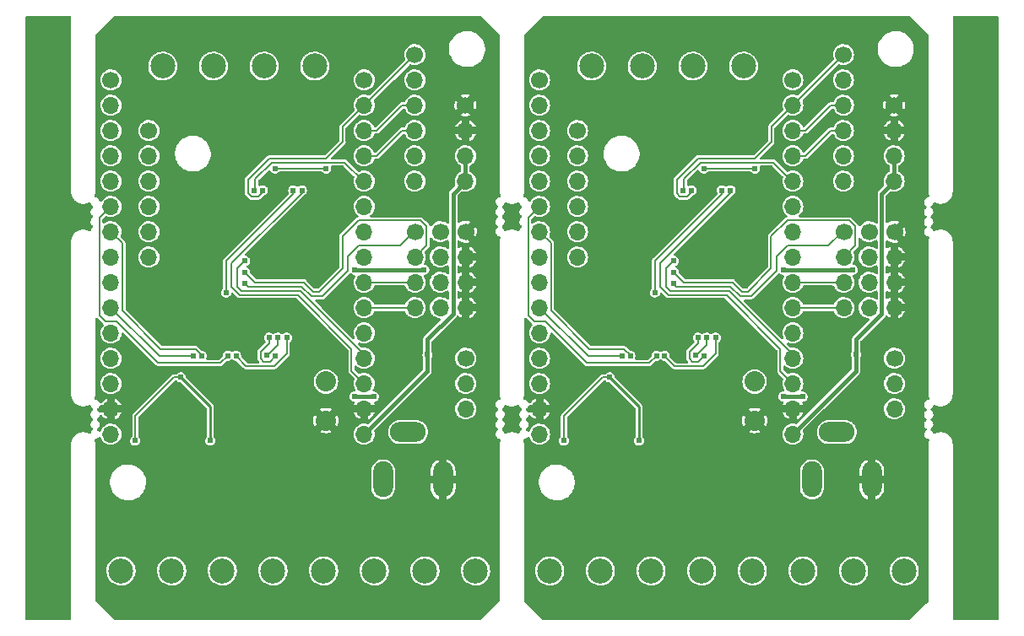
<source format=gbr>
%TF.GenerationSoftware,KiCad,Pcbnew,(6.0.5)*%
%TF.CreationDate,2022-06-07T03:25:40-04:00*%
%TF.ProjectId,NoU2-panelized,4e6f5532-2d70-4616-9e65-6c697a65642e,rev?*%
%TF.SameCoordinates,Original*%
%TF.FileFunction,Copper,L2,Bot*%
%TF.FilePolarity,Positive*%
%FSLAX46Y46*%
G04 Gerber Fmt 4.6, Leading zero omitted, Abs format (unit mm)*
G04 Created by KiCad (PCBNEW (6.0.5)) date 2022-06-07 03:25:40*
%MOMM*%
%LPD*%
G01*
G04 APERTURE LIST*
G04 Aperture macros list*
%AMRoundRect*
0 Rectangle with rounded corners*
0 $1 Rounding radius*
0 $2 $3 $4 $5 $6 $7 $8 $9 X,Y pos of 4 corners*
0 Add a 4 corners polygon primitive as box body*
4,1,4,$2,$3,$4,$5,$6,$7,$8,$9,$2,$3,0*
0 Add four circle primitives for the rounded corners*
1,1,$1+$1,$2,$3*
1,1,$1+$1,$4,$5*
1,1,$1+$1,$6,$7*
1,1,$1+$1,$8,$9*
0 Add four rect primitives between the rounded corners*
20,1,$1+$1,$2,$3,$4,$5,0*
20,1,$1+$1,$4,$5,$6,$7,0*
20,1,$1+$1,$6,$7,$8,$9,0*
20,1,$1+$1,$8,$9,$2,$3,0*%
G04 Aperture macros list end*
%TA.AperFunction,ComponentPad*%
%ADD10C,2.500000*%
%TD*%
%TA.AperFunction,ComponentPad*%
%ADD11C,1.700000*%
%TD*%
%TA.AperFunction,ComponentPad*%
%ADD12O,1.700000X1.700000*%
%TD*%
%TA.AperFunction,ComponentPad*%
%ADD13C,2.032000*%
%TD*%
%TA.AperFunction,ComponentPad*%
%ADD14RoundRect,1.000000X0.000000X0.800000X0.000000X0.800000X0.000000X-0.800000X0.000000X-0.800000X0*%
%TD*%
%TA.AperFunction,ComponentPad*%
%ADD15RoundRect,1.000000X0.800000X0.000000X-0.800000X0.000000X-0.800000X0.000000X0.800000X0.000000X0*%
%TD*%
%TA.AperFunction,ViaPad*%
%ADD16C,0.609600*%
%TD*%
%TA.AperFunction,Conductor*%
%ADD17C,0.250000*%
%TD*%
%TA.AperFunction,Conductor*%
%ADD18C,0.431800*%
%TD*%
%TA.AperFunction,Conductor*%
%ADD19C,0.203200*%
%TD*%
G04 APERTURE END LIST*
D10*
%TO.P,J8,1,Pin_1*%
%TO.N,Board_0-Net-(J8-Pad1)*%
X44225000Y-20207000D03*
%TO.P,J8,2,Pin_2*%
%TO.N,Board_0-Net-(J8-Pad2)*%
X39145000Y-20207000D03*
%TO.P,J8,3,Pin_3*%
%TO.N,Board_0-Net-(J8-Pad3)*%
X34065000Y-20207000D03*
%TO.P,J8,4,Pin_4*%
%TO.N,Board_0-Net-(J8-Pad4)*%
X28985000Y-20207000D03*
%TD*%
D11*
%TO.P,J5,1,Pin_1*%
%TO.N,Board_1-GND*%
X102363400Y-36844000D03*
D12*
%TO.P,J5,2,Pin_2*%
X102363400Y-39384000D03*
%TO.P,J5,3,Pin_3*%
X102363400Y-41924000D03*
%TO.P,J5,4,Pin_4*%
X102363400Y-44464000D03*
%TD*%
D11*
%TO.P,J12,1,Pin_1*%
%TO.N,Board_0-5V*%
X56823400Y-36844000D03*
D12*
%TO.P,J12,2,Pin_2*%
X56823400Y-39384000D03*
%TO.P,J12,3,Pin_3*%
X56823400Y-41924000D03*
%TO.P,J12,4,Pin_4*%
X56823400Y-44464000D03*
%TD*%
D13*
%TO.P,J13,1,Pin_1*%
%TO.N,Board_0-GND*%
X45342600Y-55792400D03*
%TD*%
D11*
%TO.P,J11,1*%
%TO.N,Board_0-M4B*%
X49178000Y-21600000D03*
D12*
%TO.P,J11,2*%
%TO.N,Board_0-M6A*%
X49178000Y-24140000D03*
%TO.P,J11,3*%
%TO.N,Board_0-TX0*%
X49178000Y-26680000D03*
%TO.P,J11,4*%
%TO.N,Board_0-RX0*%
X49178000Y-29220000D03*
%TO.P,J11,5*%
%TO.N,Board_0-M6B*%
X49178000Y-31760000D03*
%TO.P,J11,6*%
%TO.N,Board_0-M4A*%
X49178000Y-34300000D03*
%TO.P,J11,7*%
%TO.N,Board_0-M3B*%
X49178000Y-36840000D03*
%TO.P,J11,8*%
%TO.N,Board_0-D5*%
X49178000Y-39380000D03*
%TO.P,J11,9*%
%TO.N,Board_0-/Sheet6057E9B8/D17*%
X49178000Y-41920000D03*
%TO.P,J11,10*%
%TO.N,Board_0-/Sheet6057E9B8/D16*%
X49178000Y-44460000D03*
%TO.P,J11,11*%
%TO.N,Board_0-D4*%
X49178000Y-47000000D03*
%TO.P,J11,12*%
%TO.N,Board_0-D2*%
X49178000Y-49540000D03*
%TO.P,J11,13*%
%TO.N,Board_0-M5A*%
X49178000Y-52080000D03*
%TO.P,J11,14*%
%TO.N,Board_0-GND*%
X49178000Y-54620000D03*
%TO.P,J11,15*%
%TO.N,Board_0-3V3*%
X49178000Y-57160000D03*
%TD*%
D11*
%TO.P,J5,1,Pin_1*%
%TO.N,Board_0-GND*%
X59363400Y-36844000D03*
D12*
%TO.P,J5,2,Pin_2*%
X59363400Y-39384000D03*
%TO.P,J5,3,Pin_3*%
X59363400Y-41924000D03*
%TO.P,J5,4,Pin_4*%
X59363400Y-44464000D03*
%TD*%
D11*
%TO.P,J12,1,Pin_1*%
%TO.N,Board_1-5V*%
X99823400Y-36844000D03*
D12*
%TO.P,J12,2,Pin_2*%
X99823400Y-39384000D03*
%TO.P,J12,3,Pin_3*%
X99823400Y-41924000D03*
%TO.P,J12,4,Pin_4*%
X99823400Y-44464000D03*
%TD*%
D11*
%TO.P,J10,1*%
%TO.N,Board_1-/Sheet6057E9B8/EN*%
X66778000Y-21604000D03*
D12*
%TO.P,J10,2*%
%TO.N,Board_1-/Sheet6057E9B8/D36*%
X66778000Y-24144000D03*
%TO.P,J10,3*%
%TO.N,Board_1-/Sheet6057E9B8/D39*%
X66778000Y-26684000D03*
%TO.P,J10,4*%
%TO.N,Board_1-/Sheet6057E9B8/D34*%
X66778000Y-29224000D03*
%TO.P,J10,5*%
%TO.N,Board_1-/Sheet6057E9B8/D35*%
X66778000Y-31764000D03*
%TO.P,J10,6*%
%TO.N,Board_1-M3A*%
X66778000Y-34304000D03*
%TO.P,J10,7*%
%TO.N,Board_1-M2B*%
X66778000Y-36844000D03*
%TO.P,J10,8*%
%TO.N,Board_1-D25*%
X66778000Y-39384000D03*
%TO.P,J10,9*%
%TO.N,Board_1-D26*%
X66778000Y-41924000D03*
%TO.P,J10,10*%
%TO.N,Board_1-M2A*%
X66778000Y-44464000D03*
%TO.P,J10,11*%
%TO.N,Board_1-M5B*%
X66778000Y-47004000D03*
%TO.P,J10,12*%
%TO.N,Board_1-M1B*%
X66778000Y-49544000D03*
%TO.P,J10,13*%
%TO.N,Board_1-M1A*%
X66778000Y-52084000D03*
%TO.P,J10,14*%
%TO.N,Board_1-GND*%
X66778000Y-54624000D03*
%TO.P,J10,15*%
%TO.N,Board_1-/Sheet6057E9B8/EVIN*%
X66778000Y-57164000D03*
%TD*%
D11*
%TO.P,J4,1,Pin_1*%
%TO.N,Board_1-/EN*%
X70588000Y-26684000D03*
D12*
%TO.P,J4,2,Pin_2*%
%TO.N,Board_1-/D36*%
X70588000Y-29224000D03*
%TO.P,J4,3,Pin_3*%
%TO.N,Board_1-/D39*%
X70588000Y-31764000D03*
%TO.P,J4,4,Pin_4*%
%TO.N,Board_1-/D34*%
X70588000Y-34304000D03*
%TO.P,J4,5,Pin_5*%
%TO.N,Board_1-/D35*%
X70588000Y-36844000D03*
%TO.P,J4,6,Pin_6*%
%TO.N,Board_1-D2*%
X70588000Y-39384000D03*
%TD*%
D11*
%TO.P,J3,1,Pin_1*%
%TO.N,Board_0-GND*%
X59338000Y-24144000D03*
D12*
%TO.P,J3,2,Pin_2*%
X59338000Y-26684000D03*
%TO.P,J3,3,Pin_3*%
%TO.N,Board_0-3V3*%
X59338000Y-29224000D03*
%TO.P,J3,4,Pin_4*%
X59338000Y-31764000D03*
%TD*%
D11*
%TO.P,U8,1,1*%
%TO.N,Board_1-unconnected-(U8-Pad1)*%
X102363400Y-49544000D03*
D12*
%TO.P,U8,2,2*%
%TO.N,Board_1-Net-(Q1-Pad3)*%
X102363400Y-52084000D03*
%TO.P,U8,3,3*%
%TO.N,Board_1-Net-(J9-Pad1)*%
X102363400Y-54624000D03*
%TD*%
D10*
%TO.P,J6,1,Pin_1*%
%TO.N,Board_1-Net-(J6-Pad1)*%
X67794000Y-70880000D03*
%TO.P,J6,2,Pin_2*%
%TO.N,Board_1-Net-(J6-Pad2)*%
X72874000Y-70880000D03*
%TO.P,J6,3,Pin_3*%
%TO.N,Board_1-Net-(J6-Pad3)*%
X77954000Y-70880000D03*
%TO.P,J6,4,Pin_4*%
%TO.N,Board_1-Net-(J6-Pad4)*%
X83034000Y-70880000D03*
%TD*%
D11*
%TO.P,J2,1,Pin_1*%
%TO.N,Board_0-D26*%
X54283400Y-36844000D03*
D12*
%TO.P,J2,2,Pin_2*%
%TO.N,Board_0-D25*%
X54283400Y-39384000D03*
%TO.P,J2,3,Pin_3*%
%TO.N,Board_0-/D17*%
X54283400Y-41924000D03*
%TO.P,J2,4,Pin_4*%
%TO.N,Board_0-/D16*%
X54283400Y-44464000D03*
%TD*%
D10*
%TO.P,J8,1,Pin_1*%
%TO.N,Board_1-Net-(J8-Pad1)*%
X87225000Y-20207000D03*
%TO.P,J8,2,Pin_2*%
%TO.N,Board_1-Net-(J8-Pad2)*%
X82145000Y-20207000D03*
%TO.P,J8,3,Pin_3*%
%TO.N,Board_1-Net-(J8-Pad3)*%
X77065000Y-20207000D03*
%TO.P,J8,4,Pin_4*%
%TO.N,Board_1-Net-(J8-Pad4)*%
X71985000Y-20207000D03*
%TD*%
D13*
%TO.P,J14,1,Pin_1*%
%TO.N,Board_1-VIN*%
X88342600Y-51880800D03*
%TD*%
D11*
%TO.P,J3,1,Pin_1*%
%TO.N,Board_1-GND*%
X102338000Y-24144000D03*
D12*
%TO.P,J3,2,Pin_2*%
X102338000Y-26684000D03*
%TO.P,J3,3,Pin_3*%
%TO.N,Board_1-3V3*%
X102338000Y-29224000D03*
%TO.P,J3,4,Pin_4*%
X102338000Y-31764000D03*
%TD*%
D14*
%TO.P,J9,1*%
%TO.N,Board_0-Net-(J9-Pad1)*%
X51083000Y-61700000D03*
%TO.P,J9,2*%
%TO.N,Board_0-GND*%
X57083000Y-61700000D03*
D15*
%TO.P,J9,3*%
%TO.N,N/C*%
X53583000Y-56950000D03*
%TD*%
D10*
%TO.P,J7,1,Pin_1*%
%TO.N,Board_1-Net-(J7-Pad1)*%
X88114000Y-70880000D03*
%TO.P,J7,2,Pin_2*%
%TO.N,Board_1-Net-(J7-Pad2)*%
X93194000Y-70880000D03*
%TO.P,J7,3,Pin_3*%
%TO.N,Board_1-Net-(J7-Pad3)*%
X98274000Y-70880000D03*
%TO.P,J7,4,Pin_4*%
%TO.N,Board_1-Net-(J7-Pad4)*%
X103354000Y-70880000D03*
%TD*%
D13*
%TO.P,J14,1,Pin_1*%
%TO.N,Board_0-VIN*%
X45342600Y-51880800D03*
%TD*%
D11*
%TO.P,J1,1,Pin_1*%
%TO.N,Board_1-M6A*%
X97258000Y-19064000D03*
D12*
%TO.P,J1,2,Pin_2*%
%TO.N,Board_1-M6B*%
X97258000Y-21604000D03*
%TO.P,J1,3,Pin_3*%
%TO.N,Board_1-TX0*%
X97258000Y-24144000D03*
%TO.P,J1,4,Pin_4*%
%TO.N,Board_1-RX0*%
X97258000Y-26684000D03*
%TO.P,J1,5,Pin_5*%
%TO.N,Board_1-D4*%
X97258000Y-29224000D03*
%TO.P,J1,6,Pin_6*%
%TO.N,Board_1-D5*%
X97258000Y-31764000D03*
%TD*%
D11*
%TO.P,J2,1,Pin_1*%
%TO.N,Board_1-D26*%
X97283400Y-36844000D03*
D12*
%TO.P,J2,2,Pin_2*%
%TO.N,Board_1-D25*%
X97283400Y-39384000D03*
%TO.P,J2,3,Pin_3*%
%TO.N,Board_1-/D17*%
X97283400Y-41924000D03*
%TO.P,J2,4,Pin_4*%
%TO.N,Board_1-/D16*%
X97283400Y-44464000D03*
%TD*%
D11*
%TO.P,J4,1,Pin_1*%
%TO.N,Board_0-/EN*%
X27588000Y-26684000D03*
D12*
%TO.P,J4,2,Pin_2*%
%TO.N,Board_0-/D36*%
X27588000Y-29224000D03*
%TO.P,J4,3,Pin_3*%
%TO.N,Board_0-/D39*%
X27588000Y-31764000D03*
%TO.P,J4,4,Pin_4*%
%TO.N,Board_0-/D34*%
X27588000Y-34304000D03*
%TO.P,J4,5,Pin_5*%
%TO.N,Board_0-/D35*%
X27588000Y-36844000D03*
%TO.P,J4,6,Pin_6*%
%TO.N,Board_0-D2*%
X27588000Y-39384000D03*
%TD*%
D13*
%TO.P,J13,1,Pin_1*%
%TO.N,Board_1-GND*%
X88342600Y-55792400D03*
%TD*%
D11*
%TO.P,J11,1*%
%TO.N,Board_1-M4B*%
X92178000Y-21600000D03*
D12*
%TO.P,J11,2*%
%TO.N,Board_1-M6A*%
X92178000Y-24140000D03*
%TO.P,J11,3*%
%TO.N,Board_1-TX0*%
X92178000Y-26680000D03*
%TO.P,J11,4*%
%TO.N,Board_1-RX0*%
X92178000Y-29220000D03*
%TO.P,J11,5*%
%TO.N,Board_1-M6B*%
X92178000Y-31760000D03*
%TO.P,J11,6*%
%TO.N,Board_1-M4A*%
X92178000Y-34300000D03*
%TO.P,J11,7*%
%TO.N,Board_1-M3B*%
X92178000Y-36840000D03*
%TO.P,J11,8*%
%TO.N,Board_1-D5*%
X92178000Y-39380000D03*
%TO.P,J11,9*%
%TO.N,Board_1-/Sheet6057E9B8/D17*%
X92178000Y-41920000D03*
%TO.P,J11,10*%
%TO.N,Board_1-/Sheet6057E9B8/D16*%
X92178000Y-44460000D03*
%TO.P,J11,11*%
%TO.N,Board_1-D4*%
X92178000Y-47000000D03*
%TO.P,J11,12*%
%TO.N,Board_1-D2*%
X92178000Y-49540000D03*
%TO.P,J11,13*%
%TO.N,Board_1-M5A*%
X92178000Y-52080000D03*
%TO.P,J11,14*%
%TO.N,Board_1-GND*%
X92178000Y-54620000D03*
%TO.P,J11,15*%
%TO.N,Board_1-3V3*%
X92178000Y-57160000D03*
%TD*%
D11*
%TO.P,J10,1*%
%TO.N,Board_0-/Sheet6057E9B8/EN*%
X23778000Y-21604000D03*
D12*
%TO.P,J10,2*%
%TO.N,Board_0-/Sheet6057E9B8/D36*%
X23778000Y-24144000D03*
%TO.P,J10,3*%
%TO.N,Board_0-/Sheet6057E9B8/D39*%
X23778000Y-26684000D03*
%TO.P,J10,4*%
%TO.N,Board_0-/Sheet6057E9B8/D34*%
X23778000Y-29224000D03*
%TO.P,J10,5*%
%TO.N,Board_0-/Sheet6057E9B8/D35*%
X23778000Y-31764000D03*
%TO.P,J10,6*%
%TO.N,Board_0-M3A*%
X23778000Y-34304000D03*
%TO.P,J10,7*%
%TO.N,Board_0-M2B*%
X23778000Y-36844000D03*
%TO.P,J10,8*%
%TO.N,Board_0-D25*%
X23778000Y-39384000D03*
%TO.P,J10,9*%
%TO.N,Board_0-D26*%
X23778000Y-41924000D03*
%TO.P,J10,10*%
%TO.N,Board_0-M2A*%
X23778000Y-44464000D03*
%TO.P,J10,11*%
%TO.N,Board_0-M5B*%
X23778000Y-47004000D03*
%TO.P,J10,12*%
%TO.N,Board_0-M1B*%
X23778000Y-49544000D03*
%TO.P,J10,13*%
%TO.N,Board_0-M1A*%
X23778000Y-52084000D03*
%TO.P,J10,14*%
%TO.N,Board_0-GND*%
X23778000Y-54624000D03*
%TO.P,J10,15*%
%TO.N,Board_0-/Sheet6057E9B8/EVIN*%
X23778000Y-57164000D03*
%TD*%
D10*
%TO.P,J7,1,Pin_1*%
%TO.N,Board_0-Net-(J7-Pad1)*%
X45114000Y-70880000D03*
%TO.P,J7,2,Pin_2*%
%TO.N,Board_0-Net-(J7-Pad2)*%
X50194000Y-70880000D03*
%TO.P,J7,3,Pin_3*%
%TO.N,Board_0-Net-(J7-Pad3)*%
X55274000Y-70880000D03*
%TO.P,J7,4,Pin_4*%
%TO.N,Board_0-Net-(J7-Pad4)*%
X60354000Y-70880000D03*
%TD*%
D14*
%TO.P,J9,1*%
%TO.N,Board_1-Net-(J9-Pad1)*%
X94083000Y-61700000D03*
%TO.P,J9,2*%
%TO.N,Board_1-GND*%
X100083000Y-61700000D03*
D15*
%TO.P,J9,3*%
%TO.N,N/C*%
X96583000Y-56950000D03*
%TD*%
D10*
%TO.P,J6,1,Pin_1*%
%TO.N,Board_0-Net-(J6-Pad1)*%
X24794000Y-70880000D03*
%TO.P,J6,2,Pin_2*%
%TO.N,Board_0-Net-(J6-Pad2)*%
X29874000Y-70880000D03*
%TO.P,J6,3,Pin_3*%
%TO.N,Board_0-Net-(J6-Pad3)*%
X34954000Y-70880000D03*
%TO.P,J6,4,Pin_4*%
%TO.N,Board_0-Net-(J6-Pad4)*%
X40034000Y-70880000D03*
%TD*%
D11*
%TO.P,J1,1,Pin_1*%
%TO.N,Board_0-M6A*%
X54258000Y-19064000D03*
D12*
%TO.P,J1,2,Pin_2*%
%TO.N,Board_0-M6B*%
X54258000Y-21604000D03*
%TO.P,J1,3,Pin_3*%
%TO.N,Board_0-TX0*%
X54258000Y-24144000D03*
%TO.P,J1,4,Pin_4*%
%TO.N,Board_0-RX0*%
X54258000Y-26684000D03*
%TO.P,J1,5,Pin_5*%
%TO.N,Board_0-D4*%
X54258000Y-29224000D03*
%TO.P,J1,6,Pin_6*%
%TO.N,Board_0-D5*%
X54258000Y-31764000D03*
%TD*%
D11*
%TO.P,U8,1,1*%
%TO.N,Board_0-unconnected-(U8-Pad1)*%
X59363400Y-49544000D03*
D12*
%TO.P,U8,2,2*%
%TO.N,Board_0-Net-(Q1-Pad3)*%
X59363400Y-52084000D03*
%TO.P,U8,3,3*%
%TO.N,Board_0-Net-(J9-Pad1)*%
X59363400Y-54624000D03*
%TD*%
D16*
%TO.N,Board_1-VIN*%
X88368000Y-30494000D03*
X73788400Y-51449000D03*
X91212800Y-53379400D03*
X93143200Y-53379400D03*
X83237200Y-30494000D03*
X69216400Y-57799000D03*
X76760200Y-57799000D03*
%TO.N,Board_1-M6B*%
X81154400Y-32678400D03*
%TO.N,Board_1-M6A*%
X82018000Y-32678400D03*
%TO.N,Board_1-M5B*%
X78335000Y-42940000D03*
X85066000Y-32678400D03*
%TO.N,Board_1-M5A*%
X85929600Y-32678400D03*
%TO.N,Board_1-M4B*%
X83289944Y-49291944D03*
X82653000Y-47455588D03*
%TO.N,Board_1-M4A*%
X83542000Y-47455588D03*
X82399000Y-49264600D03*
%TO.N,Board_1-M3B*%
X79325600Y-49290000D03*
X84431000Y-47455588D03*
%TO.N,Board_1-M3A*%
X78512800Y-49283000D03*
%TO.N,Board_1-M2B*%
X75871200Y-49290000D03*
%TO.N,Board_1-M2A*%
X75033000Y-49277300D03*
%TO.N,Board_1-GND*%
X74626600Y-45378400D03*
X81891000Y-53227000D03*
X72493000Y-53227000D03*
X79859000Y-53227000D03*
X87377400Y-42254200D03*
X75490200Y-45378400D03*
X95175200Y-50560000D03*
X84558000Y-28716000D03*
X73495000Y-53227000D03*
X87225000Y-65038000D03*
X89358600Y-61141640D03*
X82526000Y-28716000D03*
X83415000Y-33542000D03*
X81713200Y-46877000D03*
X74525000Y-53227000D03*
X72721600Y-46877000D03*
X80875000Y-53227000D03*
X83389600Y-40095200D03*
X83542000Y-28716000D03*
%TO.N,Board_1-D26*%
X80240000Y-42051000D03*
%TO.N,Board_1-D25*%
X80240000Y-40908000D03*
%TO.N,Board_1-D2*%
X80240000Y-39765000D03*
%TO.N,Board_1-5V*%
X98197800Y-40654000D03*
X91238200Y-40654000D03*
%TO.N,Board_1-3V3*%
X98528000Y-49163000D03*
%TO.N,Board_0-VIN*%
X45368000Y-30494000D03*
X30788400Y-51449000D03*
X48212800Y-53379400D03*
X50143200Y-53379400D03*
X40237200Y-30494000D03*
X26216400Y-57799000D03*
X33760200Y-57799000D03*
%TO.N,Board_0-M6B*%
X38154400Y-32678400D03*
%TO.N,Board_0-M6A*%
X39018000Y-32678400D03*
%TO.N,Board_0-M5B*%
X35335000Y-42940000D03*
X42066000Y-32678400D03*
%TO.N,Board_0-M5A*%
X42929600Y-32678400D03*
%TO.N,Board_0-M4B*%
X40289944Y-49291944D03*
X39653000Y-47455588D03*
%TO.N,Board_0-M4A*%
X40542000Y-47455588D03*
X39399000Y-49264600D03*
%TO.N,Board_0-M3B*%
X36325600Y-49290000D03*
X41431000Y-47455588D03*
%TO.N,Board_0-M3A*%
X35512800Y-49283000D03*
%TO.N,Board_0-M2B*%
X32871200Y-49290000D03*
%TO.N,Board_0-M2A*%
X32033000Y-49277300D03*
%TO.N,Board_0-GND*%
X31626600Y-45378400D03*
X38891000Y-53227000D03*
X29493000Y-53227000D03*
X36859000Y-53227000D03*
X44377400Y-42254200D03*
X32490200Y-45378400D03*
X52175200Y-50560000D03*
X41558000Y-28716000D03*
X30495000Y-53227000D03*
X44225000Y-65038000D03*
X46358600Y-61141640D03*
X39526000Y-28716000D03*
X40415000Y-33542000D03*
X38713200Y-46877000D03*
X31525000Y-53227000D03*
X29721600Y-46877000D03*
X37875000Y-53227000D03*
X40389600Y-40095200D03*
X40542000Y-28716000D03*
%TO.N,Board_0-D26*%
X37240000Y-42051000D03*
%TO.N,Board_0-D25*%
X37240000Y-40908000D03*
%TO.N,Board_0-D2*%
X37240000Y-39765000D03*
%TO.N,Board_0-5V*%
X55197800Y-40654000D03*
X48238200Y-40654000D03*
%TO.N,Board_0-3V3*%
X55528000Y-49163000D03*
%TD*%
D17*
%TO.N,Board_1-VIN*%
X76760200Y-57799000D02*
X76760200Y-54420800D01*
D18*
X93109701Y-53345901D02*
X93143200Y-53379400D01*
D19*
X73128000Y-51449000D02*
X73788400Y-51449000D01*
D18*
X91212800Y-53379400D02*
X91246299Y-53345901D01*
X91246299Y-53345901D02*
X93109701Y-53345901D01*
D19*
X69216400Y-57799000D02*
X69216400Y-55360600D01*
D17*
X76760200Y-54420800D02*
X73788400Y-51449000D01*
D19*
X69216400Y-55360600D02*
X73128000Y-51449000D01*
X83211800Y-30494000D02*
X88368000Y-30494000D01*
%TO.N,Board_1-TX0*%
X95988000Y-24144000D02*
X97258000Y-24144000D01*
X93452000Y-26680000D02*
X95988000Y-24144000D01*
X92178000Y-26680000D02*
X93452000Y-26680000D01*
%TO.N,Board_1-RX0*%
X95988000Y-26684000D02*
X97258000Y-26684000D01*
X92178000Y-29220000D02*
X93452000Y-29220000D01*
X93452000Y-29220000D02*
X95988000Y-26684000D01*
%TO.N,Board_1-M6B*%
X90238099Y-29887599D02*
X92110500Y-31760000D01*
X92110500Y-31760000D02*
X92178000Y-31760000D01*
X81267000Y-31541326D02*
X82920727Y-29887599D01*
X82920727Y-29887599D02*
X90238099Y-29887599D01*
X81267000Y-32515000D02*
X81267000Y-31541326D01*
X81154400Y-32627600D02*
X81267000Y-32515000D01*
%TO.N,Board_1-M6A*%
X81591399Y-33308201D02*
X80852095Y-33308201D01*
X90019000Y-27827000D02*
X90019000Y-26299000D01*
X88368000Y-29478000D02*
X90019000Y-27827000D01*
X92178000Y-24140000D02*
X97254000Y-19064000D01*
X82653000Y-29478000D02*
X88368000Y-29478000D01*
X80524599Y-31606401D02*
X82653000Y-29478000D01*
X80524599Y-32980705D02*
X80524599Y-31606401D01*
X90019000Y-26299000D02*
X92178000Y-24140000D01*
X80852095Y-33308201D02*
X80524599Y-32980705D01*
X82018000Y-32678400D02*
X82018000Y-32881600D01*
X82018000Y-32881600D02*
X81591399Y-33308201D01*
%TO.N,Board_1-M5B*%
X78335000Y-42940000D02*
X78335000Y-39765000D01*
X78335000Y-39765000D02*
X85066000Y-33034000D01*
X85066000Y-33034000D02*
X85066000Y-32627600D01*
%TO.N,Board_1-M5A*%
X90908000Y-50814000D02*
X90908000Y-48589500D01*
X85512500Y-43194000D02*
X79689702Y-43194000D01*
X92178000Y-52080000D02*
X92174000Y-52080000D01*
X92174000Y-52080000D02*
X90908000Y-50814000D01*
X78843000Y-42347298D02*
X78843000Y-40019000D01*
X78843000Y-40019000D02*
X85929600Y-32932400D01*
X79689702Y-43194000D02*
X78843000Y-42347298D01*
X90908000Y-48589500D02*
X85512500Y-43194000D01*
X85929600Y-32932400D02*
X85929600Y-32678400D01*
%TO.N,Board_1-M4B*%
X82653000Y-47455588D02*
X82653000Y-48020000D01*
X81792599Y-49555673D02*
X82107927Y-49871001D01*
X82710887Y-49871001D02*
X83289944Y-49291944D01*
X81792599Y-48880401D02*
X81792599Y-49555673D01*
X82653000Y-48020000D02*
X81792599Y-48880401D01*
X82107927Y-49871001D02*
X82710887Y-49871001D01*
%TO.N,Board_1-M4A*%
X82399000Y-49340800D02*
X82399000Y-49325294D01*
X82399000Y-49325294D02*
X83542000Y-48182294D01*
X83542000Y-48182294D02*
X83542000Y-47455588D01*
%TO.N,Board_1-M3B*%
X79325600Y-49340800D02*
X80335211Y-50350411D01*
X80335211Y-50350411D02*
X83150463Y-50350411D01*
X84431000Y-49069874D02*
X84431000Y-47455588D01*
X83150463Y-50350411D02*
X84431000Y-49069874D01*
%TO.N,Board_1-M3A*%
X71502400Y-50001200D02*
X77794600Y-50001200D01*
X66778000Y-34304000D02*
X65626399Y-35455601D01*
X66225231Y-45852399D02*
X67353599Y-45852399D01*
X67353599Y-45852399D02*
X71502400Y-50001200D01*
X65626399Y-35455601D02*
X65626399Y-45253567D01*
X77794600Y-50001200D02*
X78512800Y-49283000D01*
X65626399Y-45253567D02*
X66225231Y-45852399D01*
%TO.N,Board_1-M2B*%
X75261600Y-48629600D02*
X75871200Y-49239200D01*
X67929601Y-37995601D02*
X67929601Y-44777401D01*
X71781800Y-48629600D02*
X75261600Y-48629600D01*
X75871200Y-49281526D02*
X75871200Y-49340800D01*
X67929601Y-44777401D02*
X71781800Y-48629600D01*
X75871200Y-49340800D02*
X75871200Y-49290000D01*
X75871200Y-49239200D02*
X75871200Y-49290000D01*
X66778000Y-36844000D02*
X67929601Y-37995601D01*
%TO.N,Board_1-M2A*%
X75033000Y-49340800D02*
X71654800Y-49340800D01*
X71654800Y-49340800D02*
X66778000Y-44464000D01*
%TO.N,Board_1-D26*%
X80516211Y-42327211D02*
X85912437Y-42327211D01*
X87987000Y-43321000D02*
X90527000Y-40781000D01*
X91625231Y-38228399D02*
X95746601Y-38228399D01*
X86906226Y-43321000D02*
X87987000Y-43321000D01*
X97131000Y-36844000D02*
X97283400Y-36844000D01*
X80240000Y-42051000D02*
X80516211Y-42327211D01*
X90527000Y-39326630D02*
X91625231Y-38228399D01*
X85912437Y-42327211D02*
X86906226Y-43321000D01*
X90527000Y-40781000D02*
X90527000Y-39326630D01*
X95746601Y-38228399D02*
X97131000Y-36844000D01*
%TO.N,Board_1-D25*%
X98435001Y-38232399D02*
X97283400Y-39384000D01*
X89996790Y-37316840D02*
X91625231Y-35688399D01*
X87681168Y-42860601D02*
X89996790Y-40544979D01*
X87082101Y-42860601D02*
X87681168Y-42860601D01*
X80240000Y-40908000D02*
X81256000Y-41924000D01*
X97832169Y-35688399D02*
X98435001Y-36291231D01*
X98435001Y-36291231D02*
X98435001Y-38232399D01*
X89996790Y-40544979D02*
X89996790Y-37316840D01*
X91625231Y-35688399D02*
X97832169Y-35688399D01*
X86145500Y-41924000D02*
X87082101Y-42860601D01*
X81256000Y-41924000D02*
X86145500Y-41924000D01*
%TO.N,Board_1-D2*%
X79478000Y-40527000D02*
X79478000Y-42327370D01*
X80240000Y-39765000D02*
X79478000Y-40527000D01*
X79903231Y-42752601D02*
X85767601Y-42752601D01*
X92178000Y-49163000D02*
X92178000Y-49540000D01*
X85767601Y-42752601D02*
X92178000Y-49163000D01*
X79478000Y-42327370D02*
X79903231Y-42752601D01*
D18*
%TO.N,Board_1-5V*%
X98197800Y-40654000D02*
X93117800Y-40654000D01*
X93117800Y-40654000D02*
X91238200Y-40654000D01*
%TO.N,Board_1-3V3*%
X98528000Y-50810000D02*
X98528000Y-49163000D01*
X98528000Y-49163000D02*
X98528000Y-47639000D01*
X102338000Y-31764000D02*
X102338000Y-29224000D01*
X101089301Y-45077699D02*
X101089301Y-33012699D01*
X101089301Y-33012699D02*
X102338000Y-31764000D01*
X98528000Y-47639000D02*
X101089301Y-45077699D01*
X92178000Y-57160000D02*
X98528000Y-50810000D01*
D19*
%TO.N,Board_1-/Sheet6057E9B8/D17*%
X92178000Y-41920000D02*
X97254000Y-41920000D01*
%TO.N,Board_1-/Sheet6057E9B8/D16*%
X97283400Y-44489400D02*
X92207400Y-44489400D01*
D17*
%TO.N,Board_0-VIN*%
X33760200Y-57799000D02*
X33760200Y-54420800D01*
D18*
X50109701Y-53345901D02*
X50143200Y-53379400D01*
D19*
X30128000Y-51449000D02*
X30788400Y-51449000D01*
D18*
X48212800Y-53379400D02*
X48246299Y-53345901D01*
X48246299Y-53345901D02*
X50109701Y-53345901D01*
D19*
X26216400Y-57799000D02*
X26216400Y-55360600D01*
D17*
X33760200Y-54420800D02*
X30788400Y-51449000D01*
D19*
X26216400Y-55360600D02*
X30128000Y-51449000D01*
X40211800Y-30494000D02*
X45368000Y-30494000D01*
%TO.N,Board_0-TX0*%
X52988000Y-24144000D02*
X54258000Y-24144000D01*
X50452000Y-26680000D02*
X52988000Y-24144000D01*
X49178000Y-26680000D02*
X50452000Y-26680000D01*
%TO.N,Board_0-RX0*%
X52988000Y-26684000D02*
X54258000Y-26684000D01*
X49178000Y-29220000D02*
X50452000Y-29220000D01*
X50452000Y-29220000D02*
X52988000Y-26684000D01*
%TO.N,Board_0-M6B*%
X47238099Y-29887599D02*
X49110500Y-31760000D01*
X49110500Y-31760000D02*
X49178000Y-31760000D01*
X38267000Y-31541326D02*
X39920727Y-29887599D01*
X39920727Y-29887599D02*
X47238099Y-29887599D01*
X38267000Y-32515000D02*
X38267000Y-31541326D01*
X38154400Y-32627600D02*
X38267000Y-32515000D01*
%TO.N,Board_0-M6A*%
X38591399Y-33308201D02*
X37852095Y-33308201D01*
X47019000Y-27827000D02*
X47019000Y-26299000D01*
X45368000Y-29478000D02*
X47019000Y-27827000D01*
X49178000Y-24140000D02*
X54254000Y-19064000D01*
X39653000Y-29478000D02*
X45368000Y-29478000D01*
X37524599Y-31606401D02*
X39653000Y-29478000D01*
X37524599Y-32980705D02*
X37524599Y-31606401D01*
X47019000Y-26299000D02*
X49178000Y-24140000D01*
X37852095Y-33308201D02*
X37524599Y-32980705D01*
X39018000Y-32678400D02*
X39018000Y-32881600D01*
X39018000Y-32881600D02*
X38591399Y-33308201D01*
%TO.N,Board_0-M5B*%
X35335000Y-42940000D02*
X35335000Y-39765000D01*
X35335000Y-39765000D02*
X42066000Y-33034000D01*
X42066000Y-33034000D02*
X42066000Y-32627600D01*
%TO.N,Board_0-M5A*%
X47908000Y-50814000D02*
X47908000Y-48589500D01*
X42512500Y-43194000D02*
X36689702Y-43194000D01*
X49178000Y-52080000D02*
X49174000Y-52080000D01*
X49174000Y-52080000D02*
X47908000Y-50814000D01*
X35843000Y-42347298D02*
X35843000Y-40019000D01*
X35843000Y-40019000D02*
X42929600Y-32932400D01*
X36689702Y-43194000D02*
X35843000Y-42347298D01*
X47908000Y-48589500D02*
X42512500Y-43194000D01*
X42929600Y-32932400D02*
X42929600Y-32678400D01*
%TO.N,Board_0-M4B*%
X39653000Y-47455588D02*
X39653000Y-48020000D01*
X38792599Y-49555673D02*
X39107927Y-49871001D01*
X39710887Y-49871001D02*
X40289944Y-49291944D01*
X38792599Y-48880401D02*
X38792599Y-49555673D01*
X39653000Y-48020000D02*
X38792599Y-48880401D01*
X39107927Y-49871001D02*
X39710887Y-49871001D01*
%TO.N,Board_0-M4A*%
X39399000Y-49340800D02*
X39399000Y-49325294D01*
X39399000Y-49325294D02*
X40542000Y-48182294D01*
X40542000Y-48182294D02*
X40542000Y-47455588D01*
%TO.N,Board_0-M3B*%
X36325600Y-49340800D02*
X37335211Y-50350411D01*
X37335211Y-50350411D02*
X40150463Y-50350411D01*
X41431000Y-49069874D02*
X41431000Y-47455588D01*
X40150463Y-50350411D02*
X41431000Y-49069874D01*
%TO.N,Board_0-M3A*%
X28502400Y-50001200D02*
X34794600Y-50001200D01*
X23778000Y-34304000D02*
X22626399Y-35455601D01*
X23225231Y-45852399D02*
X24353599Y-45852399D01*
X24353599Y-45852399D02*
X28502400Y-50001200D01*
X22626399Y-35455601D02*
X22626399Y-45253567D01*
X34794600Y-50001200D02*
X35512800Y-49283000D01*
X22626399Y-45253567D02*
X23225231Y-45852399D01*
%TO.N,Board_0-M2B*%
X32261600Y-48629600D02*
X32871200Y-49239200D01*
X24929601Y-37995601D02*
X24929601Y-44777401D01*
X28781800Y-48629600D02*
X32261600Y-48629600D01*
X32871200Y-49281526D02*
X32871200Y-49340800D01*
X24929601Y-44777401D02*
X28781800Y-48629600D01*
X32871200Y-49340800D02*
X32871200Y-49290000D01*
X32871200Y-49239200D02*
X32871200Y-49290000D01*
X23778000Y-36844000D02*
X24929601Y-37995601D01*
%TO.N,Board_0-M2A*%
X32033000Y-49340800D02*
X28654800Y-49340800D01*
X28654800Y-49340800D02*
X23778000Y-44464000D01*
%TO.N,Board_0-D26*%
X37516211Y-42327211D02*
X42912437Y-42327211D01*
X44987000Y-43321000D02*
X47527000Y-40781000D01*
X48625231Y-38228399D02*
X52746601Y-38228399D01*
X43906226Y-43321000D02*
X44987000Y-43321000D01*
X54131000Y-36844000D02*
X54283400Y-36844000D01*
X37240000Y-42051000D02*
X37516211Y-42327211D01*
X47527000Y-39326630D02*
X48625231Y-38228399D01*
X42912437Y-42327211D02*
X43906226Y-43321000D01*
X47527000Y-40781000D02*
X47527000Y-39326630D01*
X52746601Y-38228399D02*
X54131000Y-36844000D01*
%TO.N,Board_0-D25*%
X55435001Y-38232399D02*
X54283400Y-39384000D01*
X46996790Y-37316840D02*
X48625231Y-35688399D01*
X44681168Y-42860601D02*
X46996790Y-40544979D01*
X44082101Y-42860601D02*
X44681168Y-42860601D01*
X37240000Y-40908000D02*
X38256000Y-41924000D01*
X54832169Y-35688399D02*
X55435001Y-36291231D01*
X55435001Y-36291231D02*
X55435001Y-38232399D01*
X46996790Y-40544979D02*
X46996790Y-37316840D01*
X48625231Y-35688399D02*
X54832169Y-35688399D01*
X43145500Y-41924000D02*
X44082101Y-42860601D01*
X38256000Y-41924000D02*
X43145500Y-41924000D01*
%TO.N,Board_0-D2*%
X36478000Y-40527000D02*
X36478000Y-42327370D01*
X37240000Y-39765000D02*
X36478000Y-40527000D01*
X36903231Y-42752601D02*
X42767601Y-42752601D01*
X49178000Y-49163000D02*
X49178000Y-49540000D01*
X42767601Y-42752601D02*
X49178000Y-49163000D01*
X36478000Y-42327370D02*
X36903231Y-42752601D01*
D18*
%TO.N,Board_0-5V*%
X55197800Y-40654000D02*
X50117800Y-40654000D01*
X50117800Y-40654000D02*
X48238200Y-40654000D01*
%TO.N,Board_0-3V3*%
X55528000Y-50810000D02*
X55528000Y-49163000D01*
X55528000Y-49163000D02*
X55528000Y-47639000D01*
X59338000Y-31764000D02*
X59338000Y-29224000D01*
X58089301Y-45077699D02*
X58089301Y-33012699D01*
X58089301Y-33012699D02*
X59338000Y-31764000D01*
X55528000Y-47639000D02*
X58089301Y-45077699D01*
X49178000Y-57160000D02*
X55528000Y-50810000D01*
D19*
%TO.N,Board_0-/Sheet6057E9B8/D17*%
X49178000Y-41920000D02*
X54254000Y-41920000D01*
%TO.N,Board_0-/Sheet6057E9B8/D16*%
X54283400Y-44489400D02*
X49207400Y-44489400D01*
%TD*%
%TA.AperFunction,Conductor*%
%TO.N,Board_0-GND*%
G36*
X42483802Y-15204133D02*
G01*
X60864302Y-15204565D01*
X60932422Y-15224569D01*
X60953394Y-15241470D01*
X62759052Y-17047127D01*
X62793077Y-17109439D01*
X62795957Y-17136219D01*
X62796300Y-32822584D01*
X62793923Y-32822584D01*
X62794355Y-32825101D01*
X62795793Y-32825066D01*
X62796263Y-32844197D01*
X62796301Y-32847266D01*
X62796301Y-32866181D01*
X62794633Y-32866181D01*
X62794191Y-32868704D01*
X62796862Y-32868638D01*
X62796863Y-32868643D01*
X62797103Y-32878437D01*
X62797099Y-32878890D01*
X62796344Y-32883811D01*
X62796868Y-32890915D01*
X62797452Y-32898835D01*
X62797755Y-32905008D01*
X62798120Y-32919867D01*
X62799345Y-32924688D01*
X62799394Y-32925153D01*
X62799561Y-32927415D01*
X62800263Y-32936928D01*
X62800282Y-32937377D01*
X62799768Y-32942331D01*
X62801474Y-32956159D01*
X62801611Y-32957271D01*
X62802218Y-32963427D01*
X62803312Y-32978262D01*
X62804770Y-32983009D01*
X62804845Y-32983492D01*
X62806287Y-32995187D01*
X62806328Y-32995643D01*
X62806059Y-33000613D01*
X62807277Y-33007633D01*
X62808633Y-33015447D01*
X62809540Y-33021561D01*
X62811361Y-33036324D01*
X62813051Y-33040996D01*
X62813150Y-33041476D01*
X62815168Y-33053112D01*
X62815229Y-33053542D01*
X62815203Y-33058516D01*
X62816765Y-33065471D01*
X62816765Y-33065474D01*
X62818498Y-33073191D01*
X62819704Y-33079252D01*
X62822250Y-33093924D01*
X62824167Y-33098508D01*
X62824290Y-33098984D01*
X62826873Y-33110488D01*
X62826958Y-33110931D01*
X62827176Y-33115901D01*
X62831200Y-33130443D01*
X62832689Y-33136389D01*
X62835952Y-33150921D01*
X62838092Y-33155407D01*
X62838231Y-33155853D01*
X62841382Y-33167237D01*
X62841490Y-33167681D01*
X62841952Y-33172634D01*
X62844189Y-33179405D01*
X62846671Y-33186919D01*
X62848467Y-33192839D01*
X62852435Y-33207178D01*
X62854796Y-33211559D01*
X62854961Y-33212010D01*
X62856624Y-33217045D01*
X62858999Y-33288000D01*
X62822635Y-33348977D01*
X62755715Y-33381166D01*
X62737551Y-33383897D01*
X62674403Y-33393390D01*
X62674400Y-33393391D01*
X62665087Y-33394791D01*
X62542102Y-33453848D01*
X62441919Y-33546456D01*
X62437190Y-33554598D01*
X62437189Y-33554599D01*
X62392276Y-33631923D01*
X62373395Y-33664428D01*
X62342589Y-33797334D01*
X62352225Y-33933423D01*
X62401450Y-34060662D01*
X62485913Y-34167802D01*
X62574705Y-34229170D01*
X62619368Y-34284353D01*
X62627109Y-34354926D01*
X62595465Y-34418481D01*
X62557608Y-34446402D01*
X62542102Y-34453848D01*
X62441919Y-34546456D01*
X62437190Y-34554598D01*
X62437189Y-34554599D01*
X62407331Y-34606004D01*
X62373395Y-34664428D01*
X62342589Y-34797334D01*
X62343254Y-34806729D01*
X62343254Y-34806732D01*
X62348328Y-34878389D01*
X62352225Y-34933423D01*
X62355621Y-34942202D01*
X62355622Y-34942205D01*
X62398053Y-35051882D01*
X62401450Y-35060662D01*
X62485913Y-35167802D01*
X62574705Y-35229170D01*
X62619368Y-35284353D01*
X62627109Y-35354926D01*
X62595465Y-35418481D01*
X62557608Y-35446402D01*
X62555878Y-35447233D01*
X62542102Y-35453848D01*
X62535188Y-35460240D01*
X62535187Y-35460240D01*
X62527036Y-35467775D01*
X62441919Y-35546456D01*
X62437190Y-35554598D01*
X62437189Y-35554599D01*
X62407331Y-35606004D01*
X62373395Y-35664428D01*
X62342589Y-35797334D01*
X62343254Y-35806729D01*
X62343254Y-35806732D01*
X62346051Y-35846229D01*
X62352225Y-35933423D01*
X62355621Y-35942202D01*
X62355622Y-35942205D01*
X62398053Y-36051882D01*
X62401450Y-36060662D01*
X62485913Y-36167802D01*
X62574705Y-36229170D01*
X62619368Y-36284353D01*
X62627109Y-36354926D01*
X62595465Y-36418481D01*
X62557608Y-36446402D01*
X62542102Y-36453848D01*
X62441919Y-36546456D01*
X62437190Y-36554598D01*
X62437189Y-36554599D01*
X62390869Y-36634345D01*
X62373395Y-36664428D01*
X62342589Y-36797334D01*
X62343254Y-36806729D01*
X62343254Y-36806732D01*
X62348235Y-36877066D01*
X62352225Y-36933423D01*
X62355621Y-36942202D01*
X62355622Y-36942205D01*
X62392316Y-37037053D01*
X62401450Y-37060662D01*
X62485913Y-37167802D01*
X62598145Y-37245371D01*
X62607125Y-37248211D01*
X62721374Y-37284343D01*
X62721377Y-37284344D01*
X62728224Y-37286509D01*
X62734882Y-37287033D01*
X62737355Y-37287033D01*
X62739823Y-37287130D01*
X62739792Y-37287932D01*
X62742437Y-37288447D01*
X62742350Y-37288894D01*
X62804134Y-37307035D01*
X62850627Y-37360691D01*
X62860731Y-37430965D01*
X62855663Y-37452528D01*
X62855019Y-37454479D01*
X62854849Y-37454944D01*
X62852484Y-37459313D01*
X62850582Y-37466186D01*
X62850580Y-37466191D01*
X62848470Y-37473813D01*
X62846677Y-37479724D01*
X62844228Y-37487137D01*
X62844226Y-37487147D01*
X62842008Y-37493860D01*
X62841537Y-37498810D01*
X62841425Y-37499272D01*
X62838279Y-37510643D01*
X62838143Y-37511081D01*
X62835992Y-37515568D01*
X62832693Y-37530258D01*
X62831196Y-37536236D01*
X62829110Y-37543771D01*
X62829109Y-37543776D01*
X62827224Y-37550588D01*
X62826997Y-37555554D01*
X62826904Y-37556040D01*
X62824326Y-37567521D01*
X62824208Y-37567977D01*
X62822281Y-37572563D01*
X62821064Y-37579578D01*
X62821061Y-37579587D01*
X62819704Y-37587411D01*
X62818502Y-37593454D01*
X62815242Y-37607974D01*
X62815259Y-37612948D01*
X62815195Y-37613401D01*
X62814996Y-37614550D01*
X62813176Y-37625039D01*
X62813084Y-37625486D01*
X62811383Y-37630162D01*
X62809536Y-37645135D01*
X62808641Y-37651172D01*
X62806090Y-37665875D01*
X62806351Y-37670843D01*
X62806308Y-37671308D01*
X62804867Y-37683001D01*
X62804793Y-37683473D01*
X62803325Y-37688224D01*
X62802801Y-37695331D01*
X62802800Y-37695335D01*
X62802217Y-37703246D01*
X62801610Y-37709407D01*
X62799791Y-37724156D01*
X62800294Y-37729095D01*
X62800274Y-37729572D01*
X62799407Y-37741332D01*
X62799358Y-37741799D01*
X62798124Y-37746618D01*
X62797949Y-37753740D01*
X62797949Y-37753742D01*
X62797755Y-37761651D01*
X62797452Y-37767828D01*
X62797402Y-37768514D01*
X62796357Y-37782674D01*
X62797104Y-37787589D01*
X62797107Y-37788085D01*
X62796867Y-37797841D01*
X62794574Y-37797785D01*
X62794926Y-37800308D01*
X62796300Y-37800308D01*
X62796300Y-37819417D01*
X62796262Y-37822508D01*
X62795798Y-37841419D01*
X62794137Y-37841378D01*
X62793631Y-37843899D01*
X62796300Y-37843899D01*
X62796300Y-53155917D01*
X62793924Y-53155917D01*
X62794356Y-53158434D01*
X62795793Y-53158399D01*
X62796262Y-53177506D01*
X62796300Y-53180572D01*
X62796300Y-53199510D01*
X62794637Y-53199510D01*
X62794194Y-53202037D01*
X62796862Y-53201972D01*
X62796863Y-53201977D01*
X62797103Y-53211770D01*
X62797099Y-53212223D01*
X62796344Y-53217144D01*
X62796868Y-53224248D01*
X62796868Y-53224249D01*
X62797452Y-53232168D01*
X62797755Y-53238341D01*
X62797897Y-53244106D01*
X62798120Y-53253200D01*
X62799345Y-53258021D01*
X62799394Y-53258486D01*
X62800263Y-53270261D01*
X62800282Y-53270710D01*
X62799768Y-53275664D01*
X62800641Y-53282740D01*
X62801611Y-53290604D01*
X62802218Y-53296760D01*
X62803312Y-53311595D01*
X62804770Y-53316342D01*
X62804845Y-53316825D01*
X62806287Y-53328520D01*
X62806328Y-53328976D01*
X62806059Y-53333946D01*
X62807277Y-53340966D01*
X62808633Y-53348780D01*
X62809540Y-53354894D01*
X62811361Y-53369657D01*
X62813051Y-53374329D01*
X62813150Y-53374809D01*
X62815169Y-53386451D01*
X62815229Y-53386875D01*
X62815203Y-53391848D01*
X62818136Y-53404906D01*
X62818496Y-53406510D01*
X62819704Y-53412582D01*
X62822250Y-53427257D01*
X62824170Y-53431848D01*
X62824284Y-53432290D01*
X62826363Y-53441546D01*
X62826871Y-53443808D01*
X62826958Y-53444261D01*
X62827176Y-53449236D01*
X62829076Y-53456102D01*
X62829077Y-53456108D01*
X62831189Y-53463739D01*
X62832691Y-53469735D01*
X62834401Y-53477349D01*
X62835952Y-53484254D01*
X62838092Y-53488740D01*
X62838237Y-53489205D01*
X62841383Y-53500574D01*
X62841490Y-53501014D01*
X62841952Y-53505967D01*
X62844189Y-53512737D01*
X62844189Y-53512739D01*
X62846672Y-53520254D01*
X62848469Y-53526179D01*
X62850549Y-53533696D01*
X62850551Y-53533702D01*
X62852436Y-53540512D01*
X62854794Y-53544887D01*
X62854961Y-53545345D01*
X62856621Y-53550369D01*
X62859001Y-53621325D01*
X62822641Y-53682305D01*
X62755715Y-53714499D01*
X62737551Y-53717230D01*
X62674403Y-53726723D01*
X62674400Y-53726724D01*
X62665087Y-53728124D01*
X62627409Y-53746217D01*
X62582034Y-53768006D01*
X62542102Y-53787181D01*
X62441919Y-53879789D01*
X62437190Y-53887931D01*
X62437189Y-53887932D01*
X62402231Y-53948117D01*
X62373395Y-53997761D01*
X62342589Y-54130667D01*
X62343254Y-54140062D01*
X62343254Y-54140065D01*
X62345956Y-54178224D01*
X62352225Y-54266756D01*
X62355621Y-54275535D01*
X62355622Y-54275538D01*
X62396444Y-54381056D01*
X62401450Y-54393995D01*
X62485913Y-54501135D01*
X62574705Y-54562503D01*
X62619368Y-54617686D01*
X62627109Y-54688259D01*
X62595465Y-54751814D01*
X62557608Y-54779735D01*
X62542102Y-54787181D01*
X62441919Y-54879789D01*
X62437190Y-54887931D01*
X62437189Y-54887932D01*
X62407331Y-54939337D01*
X62373395Y-54997761D01*
X62342589Y-55130667D01*
X62343254Y-55140062D01*
X62343254Y-55140065D01*
X62346946Y-55192197D01*
X62352225Y-55266756D01*
X62355621Y-55275535D01*
X62355622Y-55275538D01*
X62393366Y-55373100D01*
X62401450Y-55393995D01*
X62485913Y-55501135D01*
X62574705Y-55562503D01*
X62619368Y-55617686D01*
X62627109Y-55688259D01*
X62595465Y-55751814D01*
X62557608Y-55779735D01*
X62551184Y-55782820D01*
X62542102Y-55787181D01*
X62441919Y-55879789D01*
X62437190Y-55887931D01*
X62437189Y-55887932D01*
X62402231Y-55948117D01*
X62373395Y-55997761D01*
X62342589Y-56130667D01*
X62343254Y-56140062D01*
X62343254Y-56140065D01*
X62346150Y-56180955D01*
X62352225Y-56266756D01*
X62355621Y-56275535D01*
X62355622Y-56275538D01*
X62394008Y-56374759D01*
X62401450Y-56393995D01*
X62485913Y-56501135D01*
X62574705Y-56562503D01*
X62619368Y-56617686D01*
X62627109Y-56688259D01*
X62595465Y-56751814D01*
X62557608Y-56779735D01*
X62542102Y-56787181D01*
X62441919Y-56879789D01*
X62437190Y-56887931D01*
X62437189Y-56887932D01*
X62379039Y-56988045D01*
X62373395Y-56997761D01*
X62342589Y-57130667D01*
X62343254Y-57140062D01*
X62343254Y-57140065D01*
X62346510Y-57186039D01*
X62352225Y-57266756D01*
X62355621Y-57275535D01*
X62355622Y-57275538D01*
X62393019Y-57372202D01*
X62401450Y-57393995D01*
X62485913Y-57501135D01*
X62598145Y-57578704D01*
X62607125Y-57581544D01*
X62721374Y-57617676D01*
X62721377Y-57617677D01*
X62728224Y-57619842D01*
X62734882Y-57620366D01*
X62737355Y-57620366D01*
X62739823Y-57620463D01*
X62739792Y-57621265D01*
X62742437Y-57621780D01*
X62742350Y-57622227D01*
X62804134Y-57640368D01*
X62850627Y-57694024D01*
X62860731Y-57764298D01*
X62855645Y-57785915D01*
X62855003Y-57787857D01*
X62854852Y-57788268D01*
X62852483Y-57792647D01*
X62850582Y-57799515D01*
X62850582Y-57799516D01*
X62848471Y-57807145D01*
X62846675Y-57813066D01*
X62842008Y-57827193D01*
X62841537Y-57832145D01*
X62841426Y-57832602D01*
X62838278Y-57843980D01*
X62838143Y-57844412D01*
X62835992Y-57848901D01*
X62832694Y-57863591D01*
X62831195Y-57869576D01*
X62827224Y-57883923D01*
X62826997Y-57888891D01*
X62826906Y-57889365D01*
X62824321Y-57900874D01*
X62824209Y-57901309D01*
X62822281Y-57905896D01*
X62819707Y-57920732D01*
X62818510Y-57926752D01*
X62815242Y-57941306D01*
X62815259Y-57946280D01*
X62815194Y-57946738D01*
X62813728Y-57955191D01*
X62813177Y-57958367D01*
X62813083Y-57958819D01*
X62811383Y-57963495D01*
X62809538Y-57978453D01*
X62808641Y-57984505D01*
X62806090Y-57999208D01*
X62806351Y-58004176D01*
X62806308Y-58004641D01*
X62804867Y-58016334D01*
X62804793Y-58016806D01*
X62803325Y-58021557D01*
X62802801Y-58028664D01*
X62802800Y-58028668D01*
X62802522Y-58032436D01*
X62802228Y-58036436D01*
X62802217Y-58036579D01*
X62801611Y-58042730D01*
X62799791Y-58057489D01*
X62800294Y-58062428D01*
X62800274Y-58062905D01*
X62799407Y-58074665D01*
X62799358Y-58075132D01*
X62798124Y-58079951D01*
X62797949Y-58087073D01*
X62797949Y-58087075D01*
X62797755Y-58094984D01*
X62797452Y-58101161D01*
X62796357Y-58116007D01*
X62797104Y-58120922D01*
X62797107Y-58121417D01*
X62796867Y-58131175D01*
X62794563Y-58131118D01*
X62794916Y-58133637D01*
X62796301Y-58133637D01*
X62796301Y-58152724D01*
X62796263Y-58155817D01*
X62795798Y-58174752D01*
X62794136Y-58174711D01*
X62793630Y-58177232D01*
X62796300Y-58177232D01*
X62795957Y-73863724D01*
X62775953Y-73931844D01*
X62759025Y-73952844D01*
X60951334Y-75759421D01*
X60889011Y-75793427D01*
X60862265Y-75796298D01*
X42493116Y-75796079D01*
X24136124Y-75795861D01*
X24068004Y-75775858D01*
X24047031Y-75758956D01*
X22240947Y-73952871D01*
X22206921Y-73890559D01*
X22204042Y-73863779D01*
X22203976Y-70844361D01*
X23335753Y-70844361D01*
X23336050Y-70849513D01*
X23336050Y-70849517D01*
X23341917Y-70951256D01*
X23349514Y-71083009D01*
X23350651Y-71088055D01*
X23350652Y-71088061D01*
X23373232Y-71188256D01*
X23402067Y-71316205D01*
X23492001Y-71537687D01*
X23616902Y-71741506D01*
X23773414Y-71922188D01*
X23777389Y-71925488D01*
X23777393Y-71925492D01*
X23854851Y-71989799D01*
X23957334Y-72074882D01*
X23961786Y-72077484D01*
X23961791Y-72077487D01*
X24159266Y-72192882D01*
X24163724Y-72195487D01*
X24387041Y-72280763D01*
X24392109Y-72281794D01*
X24392112Y-72281795D01*
X24507642Y-72305300D01*
X24621286Y-72328421D01*
X24626459Y-72328611D01*
X24626462Y-72328611D01*
X24855006Y-72336991D01*
X24855010Y-72336991D01*
X24860170Y-72337180D01*
X24865290Y-72336524D01*
X24865292Y-72336524D01*
X24938840Y-72327102D01*
X25097277Y-72306806D01*
X25102228Y-72305321D01*
X25102231Y-72305320D01*
X25321296Y-72239597D01*
X25326239Y-72238114D01*
X25413252Y-72195487D01*
X25536273Y-72135220D01*
X25536276Y-72135218D01*
X25540908Y-72132949D01*
X25735518Y-71994136D01*
X25904842Y-71825401D01*
X25968291Y-71737103D01*
X26041317Y-71635478D01*
X26041321Y-71635472D01*
X26044335Y-71631277D01*
X26150248Y-71416977D01*
X26182397Y-71311163D01*
X26218235Y-71193208D01*
X26218236Y-71193202D01*
X26219739Y-71188256D01*
X26250941Y-70951256D01*
X26252682Y-70880000D01*
X26249752Y-70844361D01*
X28415753Y-70844361D01*
X28416050Y-70849513D01*
X28416050Y-70849517D01*
X28421917Y-70951256D01*
X28429514Y-71083009D01*
X28430651Y-71088055D01*
X28430652Y-71088061D01*
X28453232Y-71188256D01*
X28482067Y-71316205D01*
X28572001Y-71537687D01*
X28696902Y-71741506D01*
X28853414Y-71922188D01*
X28857389Y-71925488D01*
X28857393Y-71925492D01*
X28934851Y-71989799D01*
X29037334Y-72074882D01*
X29041786Y-72077484D01*
X29041791Y-72077487D01*
X29239266Y-72192882D01*
X29243724Y-72195487D01*
X29467041Y-72280763D01*
X29472109Y-72281794D01*
X29472112Y-72281795D01*
X29587642Y-72305300D01*
X29701286Y-72328421D01*
X29706459Y-72328611D01*
X29706462Y-72328611D01*
X29935006Y-72336991D01*
X29935010Y-72336991D01*
X29940170Y-72337180D01*
X29945290Y-72336524D01*
X29945292Y-72336524D01*
X30018840Y-72327102D01*
X30177277Y-72306806D01*
X30182228Y-72305321D01*
X30182231Y-72305320D01*
X30401296Y-72239597D01*
X30406239Y-72238114D01*
X30493252Y-72195487D01*
X30616273Y-72135220D01*
X30616276Y-72135218D01*
X30620908Y-72132949D01*
X30815518Y-71994136D01*
X30984842Y-71825401D01*
X31048291Y-71737103D01*
X31121317Y-71635478D01*
X31121321Y-71635472D01*
X31124335Y-71631277D01*
X31230248Y-71416977D01*
X31262397Y-71311163D01*
X31298235Y-71193208D01*
X31298236Y-71193202D01*
X31299739Y-71188256D01*
X31330941Y-70951256D01*
X31332682Y-70880000D01*
X31329752Y-70844361D01*
X33495753Y-70844361D01*
X33496050Y-70849513D01*
X33496050Y-70849517D01*
X33501917Y-70951256D01*
X33509514Y-71083009D01*
X33510651Y-71088055D01*
X33510652Y-71088061D01*
X33533232Y-71188256D01*
X33562067Y-71316205D01*
X33652001Y-71537687D01*
X33776902Y-71741506D01*
X33933414Y-71922188D01*
X33937389Y-71925488D01*
X33937393Y-71925492D01*
X34014851Y-71989799D01*
X34117334Y-72074882D01*
X34121786Y-72077484D01*
X34121791Y-72077487D01*
X34319266Y-72192882D01*
X34323724Y-72195487D01*
X34547041Y-72280763D01*
X34552109Y-72281794D01*
X34552112Y-72281795D01*
X34667642Y-72305300D01*
X34781286Y-72328421D01*
X34786459Y-72328611D01*
X34786462Y-72328611D01*
X35015006Y-72336991D01*
X35015010Y-72336991D01*
X35020170Y-72337180D01*
X35025290Y-72336524D01*
X35025292Y-72336524D01*
X35098840Y-72327102D01*
X35257277Y-72306806D01*
X35262228Y-72305321D01*
X35262231Y-72305320D01*
X35481296Y-72239597D01*
X35486239Y-72238114D01*
X35573252Y-72195487D01*
X35696273Y-72135220D01*
X35696276Y-72135218D01*
X35700908Y-72132949D01*
X35895518Y-71994136D01*
X36064842Y-71825401D01*
X36128291Y-71737103D01*
X36201317Y-71635478D01*
X36201321Y-71635472D01*
X36204335Y-71631277D01*
X36310248Y-71416977D01*
X36342397Y-71311163D01*
X36378235Y-71193208D01*
X36378236Y-71193202D01*
X36379739Y-71188256D01*
X36410941Y-70951256D01*
X36412682Y-70880000D01*
X36409752Y-70844361D01*
X38575753Y-70844361D01*
X38576050Y-70849513D01*
X38576050Y-70849517D01*
X38581917Y-70951256D01*
X38589514Y-71083009D01*
X38590651Y-71088055D01*
X38590652Y-71088061D01*
X38613232Y-71188256D01*
X38642067Y-71316205D01*
X38732001Y-71537687D01*
X38856902Y-71741506D01*
X39013414Y-71922188D01*
X39017389Y-71925488D01*
X39017393Y-71925492D01*
X39094851Y-71989799D01*
X39197334Y-72074882D01*
X39201786Y-72077484D01*
X39201791Y-72077487D01*
X39399266Y-72192882D01*
X39403724Y-72195487D01*
X39627041Y-72280763D01*
X39632109Y-72281794D01*
X39632112Y-72281795D01*
X39747642Y-72305300D01*
X39861286Y-72328421D01*
X39866459Y-72328611D01*
X39866462Y-72328611D01*
X40095006Y-72336991D01*
X40095010Y-72336991D01*
X40100170Y-72337180D01*
X40105290Y-72336524D01*
X40105292Y-72336524D01*
X40178840Y-72327102D01*
X40337277Y-72306806D01*
X40342228Y-72305321D01*
X40342231Y-72305320D01*
X40561296Y-72239597D01*
X40566239Y-72238114D01*
X40653252Y-72195487D01*
X40776273Y-72135220D01*
X40776276Y-72135218D01*
X40780908Y-72132949D01*
X40975518Y-71994136D01*
X41144842Y-71825401D01*
X41208291Y-71737103D01*
X41281317Y-71635478D01*
X41281321Y-71635472D01*
X41284335Y-71631277D01*
X41390248Y-71416977D01*
X41422397Y-71311163D01*
X41458235Y-71193208D01*
X41458236Y-71193202D01*
X41459739Y-71188256D01*
X41490941Y-70951256D01*
X41492682Y-70880000D01*
X41489752Y-70844361D01*
X43655753Y-70844361D01*
X43656050Y-70849513D01*
X43656050Y-70849517D01*
X43661917Y-70951256D01*
X43669514Y-71083009D01*
X43670651Y-71088055D01*
X43670652Y-71088061D01*
X43693232Y-71188256D01*
X43722067Y-71316205D01*
X43812001Y-71537687D01*
X43936902Y-71741506D01*
X44093414Y-71922188D01*
X44097389Y-71925488D01*
X44097393Y-71925492D01*
X44174851Y-71989799D01*
X44277334Y-72074882D01*
X44281786Y-72077484D01*
X44281791Y-72077487D01*
X44479266Y-72192882D01*
X44483724Y-72195487D01*
X44707041Y-72280763D01*
X44712109Y-72281794D01*
X44712112Y-72281795D01*
X44827642Y-72305300D01*
X44941286Y-72328421D01*
X44946459Y-72328611D01*
X44946462Y-72328611D01*
X45175006Y-72336991D01*
X45175010Y-72336991D01*
X45180170Y-72337180D01*
X45185290Y-72336524D01*
X45185292Y-72336524D01*
X45258840Y-72327102D01*
X45417277Y-72306806D01*
X45422228Y-72305321D01*
X45422231Y-72305320D01*
X45641296Y-72239597D01*
X45646239Y-72238114D01*
X45733252Y-72195487D01*
X45856273Y-72135220D01*
X45856276Y-72135218D01*
X45860908Y-72132949D01*
X46055518Y-71994136D01*
X46224842Y-71825401D01*
X46288291Y-71737103D01*
X46361317Y-71635478D01*
X46361321Y-71635472D01*
X46364335Y-71631277D01*
X46470248Y-71416977D01*
X46502397Y-71311163D01*
X46538235Y-71193208D01*
X46538236Y-71193202D01*
X46539739Y-71188256D01*
X46570941Y-70951256D01*
X46572682Y-70880000D01*
X46569752Y-70844361D01*
X48735753Y-70844361D01*
X48736050Y-70849513D01*
X48736050Y-70849517D01*
X48741917Y-70951256D01*
X48749514Y-71083009D01*
X48750651Y-71088055D01*
X48750652Y-71088061D01*
X48773232Y-71188256D01*
X48802067Y-71316205D01*
X48892001Y-71537687D01*
X49016902Y-71741506D01*
X49173414Y-71922188D01*
X49177389Y-71925488D01*
X49177393Y-71925492D01*
X49254851Y-71989799D01*
X49357334Y-72074882D01*
X49361786Y-72077484D01*
X49361791Y-72077487D01*
X49559266Y-72192882D01*
X49563724Y-72195487D01*
X49787041Y-72280763D01*
X49792109Y-72281794D01*
X49792112Y-72281795D01*
X49907642Y-72305300D01*
X50021286Y-72328421D01*
X50026459Y-72328611D01*
X50026462Y-72328611D01*
X50255006Y-72336991D01*
X50255010Y-72336991D01*
X50260170Y-72337180D01*
X50265290Y-72336524D01*
X50265292Y-72336524D01*
X50338840Y-72327102D01*
X50497277Y-72306806D01*
X50502228Y-72305321D01*
X50502231Y-72305320D01*
X50721296Y-72239597D01*
X50726239Y-72238114D01*
X50813252Y-72195487D01*
X50936273Y-72135220D01*
X50936276Y-72135218D01*
X50940908Y-72132949D01*
X51135518Y-71994136D01*
X51304842Y-71825401D01*
X51368291Y-71737103D01*
X51441317Y-71635478D01*
X51441321Y-71635472D01*
X51444335Y-71631277D01*
X51550248Y-71416977D01*
X51582397Y-71311163D01*
X51618235Y-71193208D01*
X51618236Y-71193202D01*
X51619739Y-71188256D01*
X51650941Y-70951256D01*
X51652682Y-70880000D01*
X51649752Y-70844361D01*
X53815753Y-70844361D01*
X53816050Y-70849513D01*
X53816050Y-70849517D01*
X53821917Y-70951256D01*
X53829514Y-71083009D01*
X53830651Y-71088055D01*
X53830652Y-71088061D01*
X53853232Y-71188256D01*
X53882067Y-71316205D01*
X53972001Y-71537687D01*
X54096902Y-71741506D01*
X54253414Y-71922188D01*
X54257389Y-71925488D01*
X54257393Y-71925492D01*
X54334851Y-71989799D01*
X54437334Y-72074882D01*
X54441786Y-72077484D01*
X54441791Y-72077487D01*
X54639266Y-72192882D01*
X54643724Y-72195487D01*
X54867041Y-72280763D01*
X54872109Y-72281794D01*
X54872112Y-72281795D01*
X54987642Y-72305300D01*
X55101286Y-72328421D01*
X55106459Y-72328611D01*
X55106462Y-72328611D01*
X55335006Y-72336991D01*
X55335010Y-72336991D01*
X55340170Y-72337180D01*
X55345290Y-72336524D01*
X55345292Y-72336524D01*
X55418840Y-72327102D01*
X55577277Y-72306806D01*
X55582228Y-72305321D01*
X55582231Y-72305320D01*
X55801296Y-72239597D01*
X55806239Y-72238114D01*
X55893252Y-72195487D01*
X56016273Y-72135220D01*
X56016276Y-72135218D01*
X56020908Y-72132949D01*
X56215518Y-71994136D01*
X56384842Y-71825401D01*
X56448291Y-71737103D01*
X56521317Y-71635478D01*
X56521321Y-71635472D01*
X56524335Y-71631277D01*
X56630248Y-71416977D01*
X56662397Y-71311163D01*
X56698235Y-71193208D01*
X56698236Y-71193202D01*
X56699739Y-71188256D01*
X56730941Y-70951256D01*
X56732682Y-70880000D01*
X56729752Y-70844361D01*
X58895753Y-70844361D01*
X58896050Y-70849513D01*
X58896050Y-70849517D01*
X58901917Y-70951256D01*
X58909514Y-71083009D01*
X58910651Y-71088055D01*
X58910652Y-71088061D01*
X58933232Y-71188256D01*
X58962067Y-71316205D01*
X59052001Y-71537687D01*
X59176902Y-71741506D01*
X59333414Y-71922188D01*
X59337389Y-71925488D01*
X59337393Y-71925492D01*
X59414851Y-71989799D01*
X59517334Y-72074882D01*
X59521786Y-72077484D01*
X59521791Y-72077487D01*
X59719266Y-72192882D01*
X59723724Y-72195487D01*
X59947041Y-72280763D01*
X59952109Y-72281794D01*
X59952112Y-72281795D01*
X60067642Y-72305300D01*
X60181286Y-72328421D01*
X60186459Y-72328611D01*
X60186462Y-72328611D01*
X60415006Y-72336991D01*
X60415010Y-72336991D01*
X60420170Y-72337180D01*
X60425290Y-72336524D01*
X60425292Y-72336524D01*
X60498840Y-72327102D01*
X60657277Y-72306806D01*
X60662228Y-72305321D01*
X60662231Y-72305320D01*
X60881296Y-72239597D01*
X60886239Y-72238114D01*
X60973252Y-72195487D01*
X61096273Y-72135220D01*
X61096276Y-72135218D01*
X61100908Y-72132949D01*
X61295518Y-71994136D01*
X61464842Y-71825401D01*
X61528291Y-71737103D01*
X61601317Y-71635478D01*
X61601321Y-71635472D01*
X61604335Y-71631277D01*
X61710248Y-71416977D01*
X61742397Y-71311163D01*
X61778235Y-71193208D01*
X61778236Y-71193202D01*
X61779739Y-71188256D01*
X61810941Y-70951256D01*
X61812682Y-70880000D01*
X61793095Y-70641759D01*
X61734860Y-70409917D01*
X61639541Y-70190699D01*
X61622393Y-70164191D01*
X61590130Y-70114321D01*
X61509699Y-69989992D01*
X61488137Y-69966295D01*
X61352297Y-69817010D01*
X61352295Y-69817009D01*
X61348819Y-69813188D01*
X61344768Y-69809989D01*
X61344764Y-69809985D01*
X61165276Y-69668234D01*
X61165271Y-69668231D01*
X61161222Y-69665033D01*
X61156706Y-69662540D01*
X61156703Y-69662538D01*
X60956471Y-69552004D01*
X60956467Y-69552002D01*
X60951947Y-69549507D01*
X60947078Y-69547783D01*
X60947074Y-69547781D01*
X60731489Y-69471438D01*
X60731485Y-69471437D01*
X60726614Y-69469712D01*
X60721521Y-69468805D01*
X60721518Y-69468804D01*
X60621505Y-69450989D01*
X60491274Y-69427792D01*
X60401143Y-69426691D01*
X60257417Y-69424934D01*
X60257415Y-69424934D01*
X60252247Y-69424871D01*
X60015954Y-69461029D01*
X59788738Y-69535295D01*
X59784150Y-69537683D01*
X59784146Y-69537685D01*
X59581292Y-69643284D01*
X59576703Y-69645673D01*
X59572570Y-69648776D01*
X59572567Y-69648778D01*
X59389678Y-69786095D01*
X59385543Y-69789200D01*
X59220391Y-69962022D01*
X59217477Y-69966294D01*
X59217476Y-69966295D01*
X59123840Y-70103560D01*
X59085683Y-70159496D01*
X58985037Y-70376320D01*
X58921155Y-70606670D01*
X58895753Y-70844361D01*
X56729752Y-70844361D01*
X56713095Y-70641759D01*
X56654860Y-70409917D01*
X56559541Y-70190699D01*
X56542393Y-70164191D01*
X56510130Y-70114321D01*
X56429699Y-69989992D01*
X56408137Y-69966295D01*
X56272297Y-69817010D01*
X56272295Y-69817009D01*
X56268819Y-69813188D01*
X56264768Y-69809989D01*
X56264764Y-69809985D01*
X56085276Y-69668234D01*
X56085271Y-69668231D01*
X56081222Y-69665033D01*
X56076706Y-69662540D01*
X56076703Y-69662538D01*
X55876471Y-69552004D01*
X55876467Y-69552002D01*
X55871947Y-69549507D01*
X55867078Y-69547783D01*
X55867074Y-69547781D01*
X55651489Y-69471438D01*
X55651485Y-69471437D01*
X55646614Y-69469712D01*
X55641521Y-69468805D01*
X55641518Y-69468804D01*
X55541505Y-69450989D01*
X55411274Y-69427792D01*
X55321143Y-69426691D01*
X55177417Y-69424934D01*
X55177415Y-69424934D01*
X55172247Y-69424871D01*
X54935954Y-69461029D01*
X54708738Y-69535295D01*
X54704150Y-69537683D01*
X54704146Y-69537685D01*
X54501292Y-69643284D01*
X54496703Y-69645673D01*
X54492570Y-69648776D01*
X54492567Y-69648778D01*
X54309678Y-69786095D01*
X54305543Y-69789200D01*
X54140391Y-69962022D01*
X54137477Y-69966294D01*
X54137476Y-69966295D01*
X54043840Y-70103560D01*
X54005683Y-70159496D01*
X53905037Y-70376320D01*
X53841155Y-70606670D01*
X53815753Y-70844361D01*
X51649752Y-70844361D01*
X51633095Y-70641759D01*
X51574860Y-70409917D01*
X51479541Y-70190699D01*
X51462393Y-70164191D01*
X51430130Y-70114321D01*
X51349699Y-69989992D01*
X51328137Y-69966295D01*
X51192297Y-69817010D01*
X51192295Y-69817009D01*
X51188819Y-69813188D01*
X51184768Y-69809989D01*
X51184764Y-69809985D01*
X51005276Y-69668234D01*
X51005271Y-69668231D01*
X51001222Y-69665033D01*
X50996706Y-69662540D01*
X50996703Y-69662538D01*
X50796471Y-69552004D01*
X50796467Y-69552002D01*
X50791947Y-69549507D01*
X50787078Y-69547783D01*
X50787074Y-69547781D01*
X50571489Y-69471438D01*
X50571485Y-69471437D01*
X50566614Y-69469712D01*
X50561521Y-69468805D01*
X50561518Y-69468804D01*
X50461505Y-69450989D01*
X50331274Y-69427792D01*
X50241143Y-69426691D01*
X50097417Y-69424934D01*
X50097415Y-69424934D01*
X50092247Y-69424871D01*
X49855954Y-69461029D01*
X49628738Y-69535295D01*
X49624150Y-69537683D01*
X49624146Y-69537685D01*
X49421292Y-69643284D01*
X49416703Y-69645673D01*
X49412570Y-69648776D01*
X49412567Y-69648778D01*
X49229678Y-69786095D01*
X49225543Y-69789200D01*
X49060391Y-69962022D01*
X49057477Y-69966294D01*
X49057476Y-69966295D01*
X48963840Y-70103560D01*
X48925683Y-70159496D01*
X48825037Y-70376320D01*
X48761155Y-70606670D01*
X48735753Y-70844361D01*
X46569752Y-70844361D01*
X46553095Y-70641759D01*
X46494860Y-70409917D01*
X46399541Y-70190699D01*
X46382393Y-70164191D01*
X46350130Y-70114321D01*
X46269699Y-69989992D01*
X46248137Y-69966295D01*
X46112297Y-69817010D01*
X46112295Y-69817009D01*
X46108819Y-69813188D01*
X46104768Y-69809989D01*
X46104764Y-69809985D01*
X45925276Y-69668234D01*
X45925271Y-69668231D01*
X45921222Y-69665033D01*
X45916706Y-69662540D01*
X45916703Y-69662538D01*
X45716471Y-69552004D01*
X45716467Y-69552002D01*
X45711947Y-69549507D01*
X45707078Y-69547783D01*
X45707074Y-69547781D01*
X45491489Y-69471438D01*
X45491485Y-69471437D01*
X45486614Y-69469712D01*
X45481521Y-69468805D01*
X45481518Y-69468804D01*
X45381505Y-69450989D01*
X45251274Y-69427792D01*
X45161143Y-69426691D01*
X45017417Y-69424934D01*
X45017415Y-69424934D01*
X45012247Y-69424871D01*
X44775954Y-69461029D01*
X44548738Y-69535295D01*
X44544150Y-69537683D01*
X44544146Y-69537685D01*
X44341292Y-69643284D01*
X44336703Y-69645673D01*
X44332570Y-69648776D01*
X44332567Y-69648778D01*
X44149678Y-69786095D01*
X44145543Y-69789200D01*
X43980391Y-69962022D01*
X43977477Y-69966294D01*
X43977476Y-69966295D01*
X43883840Y-70103560D01*
X43845683Y-70159496D01*
X43745037Y-70376320D01*
X43681155Y-70606670D01*
X43655753Y-70844361D01*
X41489752Y-70844361D01*
X41473095Y-70641759D01*
X41414860Y-70409917D01*
X41319541Y-70190699D01*
X41302393Y-70164191D01*
X41270130Y-70114321D01*
X41189699Y-69989992D01*
X41168137Y-69966295D01*
X41032297Y-69817010D01*
X41032295Y-69817009D01*
X41028819Y-69813188D01*
X41024768Y-69809989D01*
X41024764Y-69809985D01*
X40845276Y-69668234D01*
X40845271Y-69668231D01*
X40841222Y-69665033D01*
X40836706Y-69662540D01*
X40836703Y-69662538D01*
X40636471Y-69552004D01*
X40636467Y-69552002D01*
X40631947Y-69549507D01*
X40627078Y-69547783D01*
X40627074Y-69547781D01*
X40411489Y-69471438D01*
X40411485Y-69471437D01*
X40406614Y-69469712D01*
X40401521Y-69468805D01*
X40401518Y-69468804D01*
X40301505Y-69450989D01*
X40171274Y-69427792D01*
X40081143Y-69426691D01*
X39937417Y-69424934D01*
X39937415Y-69424934D01*
X39932247Y-69424871D01*
X39695954Y-69461029D01*
X39468738Y-69535295D01*
X39464150Y-69537683D01*
X39464146Y-69537685D01*
X39261292Y-69643284D01*
X39256703Y-69645673D01*
X39252570Y-69648776D01*
X39252567Y-69648778D01*
X39069678Y-69786095D01*
X39065543Y-69789200D01*
X38900391Y-69962022D01*
X38897477Y-69966294D01*
X38897476Y-69966295D01*
X38803840Y-70103560D01*
X38765683Y-70159496D01*
X38665037Y-70376320D01*
X38601155Y-70606670D01*
X38575753Y-70844361D01*
X36409752Y-70844361D01*
X36393095Y-70641759D01*
X36334860Y-70409917D01*
X36239541Y-70190699D01*
X36222393Y-70164191D01*
X36190130Y-70114321D01*
X36109699Y-69989992D01*
X36088137Y-69966295D01*
X35952297Y-69817010D01*
X35952295Y-69817009D01*
X35948819Y-69813188D01*
X35944768Y-69809989D01*
X35944764Y-69809985D01*
X35765276Y-69668234D01*
X35765271Y-69668231D01*
X35761222Y-69665033D01*
X35756706Y-69662540D01*
X35756703Y-69662538D01*
X35556471Y-69552004D01*
X35556467Y-69552002D01*
X35551947Y-69549507D01*
X35547078Y-69547783D01*
X35547074Y-69547781D01*
X35331489Y-69471438D01*
X35331485Y-69471437D01*
X35326614Y-69469712D01*
X35321521Y-69468805D01*
X35321518Y-69468804D01*
X35221505Y-69450989D01*
X35091274Y-69427792D01*
X35001143Y-69426691D01*
X34857417Y-69424934D01*
X34857415Y-69424934D01*
X34852247Y-69424871D01*
X34615954Y-69461029D01*
X34388738Y-69535295D01*
X34384150Y-69537683D01*
X34384146Y-69537685D01*
X34181292Y-69643284D01*
X34176703Y-69645673D01*
X34172570Y-69648776D01*
X34172567Y-69648778D01*
X33989678Y-69786095D01*
X33985543Y-69789200D01*
X33820391Y-69962022D01*
X33817477Y-69966294D01*
X33817476Y-69966295D01*
X33723840Y-70103560D01*
X33685683Y-70159496D01*
X33585037Y-70376320D01*
X33521155Y-70606670D01*
X33495753Y-70844361D01*
X31329752Y-70844361D01*
X31313095Y-70641759D01*
X31254860Y-70409917D01*
X31159541Y-70190699D01*
X31142393Y-70164191D01*
X31110130Y-70114321D01*
X31029699Y-69989992D01*
X31008137Y-69966295D01*
X30872297Y-69817010D01*
X30872295Y-69817009D01*
X30868819Y-69813188D01*
X30864768Y-69809989D01*
X30864764Y-69809985D01*
X30685276Y-69668234D01*
X30685271Y-69668231D01*
X30681222Y-69665033D01*
X30676706Y-69662540D01*
X30676703Y-69662538D01*
X30476471Y-69552004D01*
X30476467Y-69552002D01*
X30471947Y-69549507D01*
X30467078Y-69547783D01*
X30467074Y-69547781D01*
X30251489Y-69471438D01*
X30251485Y-69471437D01*
X30246614Y-69469712D01*
X30241521Y-69468805D01*
X30241518Y-69468804D01*
X30141505Y-69450989D01*
X30011274Y-69427792D01*
X29921143Y-69426691D01*
X29777417Y-69424934D01*
X29777415Y-69424934D01*
X29772247Y-69424871D01*
X29535954Y-69461029D01*
X29308738Y-69535295D01*
X29304150Y-69537683D01*
X29304146Y-69537685D01*
X29101292Y-69643284D01*
X29096703Y-69645673D01*
X29092570Y-69648776D01*
X29092567Y-69648778D01*
X28909678Y-69786095D01*
X28905543Y-69789200D01*
X28740391Y-69962022D01*
X28737477Y-69966294D01*
X28737476Y-69966295D01*
X28643840Y-70103560D01*
X28605683Y-70159496D01*
X28505037Y-70376320D01*
X28441155Y-70606670D01*
X28415753Y-70844361D01*
X26249752Y-70844361D01*
X26233095Y-70641759D01*
X26174860Y-70409917D01*
X26079541Y-70190699D01*
X26062393Y-70164191D01*
X26030130Y-70114321D01*
X25949699Y-69989992D01*
X25928137Y-69966295D01*
X25792297Y-69817010D01*
X25792295Y-69817009D01*
X25788819Y-69813188D01*
X25784768Y-69809989D01*
X25784764Y-69809985D01*
X25605276Y-69668234D01*
X25605271Y-69668231D01*
X25601222Y-69665033D01*
X25596706Y-69662540D01*
X25596703Y-69662538D01*
X25396471Y-69552004D01*
X25396467Y-69552002D01*
X25391947Y-69549507D01*
X25387078Y-69547783D01*
X25387074Y-69547781D01*
X25171489Y-69471438D01*
X25171485Y-69471437D01*
X25166614Y-69469712D01*
X25161521Y-69468805D01*
X25161518Y-69468804D01*
X25061505Y-69450989D01*
X24931274Y-69427792D01*
X24841143Y-69426691D01*
X24697417Y-69424934D01*
X24697415Y-69424934D01*
X24692247Y-69424871D01*
X24455954Y-69461029D01*
X24228738Y-69535295D01*
X24224150Y-69537683D01*
X24224146Y-69537685D01*
X24021292Y-69643284D01*
X24016703Y-69645673D01*
X24012570Y-69648776D01*
X24012567Y-69648778D01*
X23829678Y-69786095D01*
X23825543Y-69789200D01*
X23660391Y-69962022D01*
X23657477Y-69966294D01*
X23657476Y-69966295D01*
X23563840Y-70103560D01*
X23525683Y-70159496D01*
X23425037Y-70376320D01*
X23361155Y-70606670D01*
X23335753Y-70844361D01*
X22203976Y-70844361D01*
X22203786Y-62110422D01*
X23694616Y-62110422D01*
X23730768Y-62376062D01*
X23805787Y-62633440D01*
X23807745Y-62637687D01*
X23807746Y-62637690D01*
X23840463Y-62708658D01*
X23918025Y-62876903D01*
X23947497Y-62921856D01*
X24062450Y-63097189D01*
X24062454Y-63097194D01*
X24065016Y-63101102D01*
X24154274Y-63201107D01*
X24222798Y-63277882D01*
X24243531Y-63301112D01*
X24449649Y-63472538D01*
X24678841Y-63611615D01*
X24683155Y-63613424D01*
X24683157Y-63613425D01*
X24921758Y-63713479D01*
X24921763Y-63713481D01*
X24926073Y-63715288D01*
X24930605Y-63716439D01*
X24930608Y-63716440D01*
X24986978Y-63730756D01*
X25185912Y-63781279D01*
X25408578Y-63803700D01*
X25568062Y-63803700D01*
X25570387Y-63803527D01*
X25570393Y-63803527D01*
X25762699Y-63789236D01*
X25762703Y-63789235D01*
X25767351Y-63788890D01*
X25959466Y-63745419D01*
X26024270Y-63730756D01*
X26024272Y-63730755D01*
X26028830Y-63729724D01*
X26278690Y-63632558D01*
X26409868Y-63557584D01*
X26507388Y-63501847D01*
X26507390Y-63501845D01*
X26511445Y-63499528D01*
X26721979Y-63333556D01*
X26905669Y-63138288D01*
X27058479Y-62918014D01*
X27161722Y-62708658D01*
X27174986Y-62681761D01*
X27174987Y-62681758D01*
X27177051Y-62677573D01*
X27210863Y-62571944D01*
X49879300Y-62571944D01*
X49886805Y-62674506D01*
X49888010Y-62679507D01*
X49888011Y-62679512D01*
X49921368Y-62817921D01*
X49938636Y-62889573D01*
X49940988Y-62894844D01*
X49940989Y-62894846D01*
X49953043Y-62921856D01*
X50028793Y-63091593D01*
X50032066Y-63096347D01*
X50032067Y-63096348D01*
X50060946Y-63138288D01*
X50154255Y-63273801D01*
X50310821Y-63430094D01*
X50493247Y-63555238D01*
X50695425Y-63645042D01*
X50701042Y-63646385D01*
X50701044Y-63646386D01*
X50905584Y-63695303D01*
X50905588Y-63695304D01*
X50910582Y-63696498D01*
X50947597Y-63699151D01*
X51008806Y-63703539D01*
X51008814Y-63703539D01*
X51011056Y-63703700D01*
X51154944Y-63703700D01*
X51157240Y-63703532D01*
X51252369Y-63696571D01*
X51252370Y-63696571D01*
X51257506Y-63696195D01*
X51262507Y-63694990D01*
X51262512Y-63694989D01*
X51400921Y-63661632D01*
X51472573Y-63644364D01*
X51499028Y-63632558D01*
X51593345Y-63590466D01*
X51674593Y-63554207D01*
X51856801Y-63428745D01*
X52013094Y-63272179D01*
X52107582Y-63134441D01*
X52134970Y-63094517D01*
X52134970Y-63094516D01*
X52138238Y-63089753D01*
X52216384Y-62913821D01*
X52225696Y-62892857D01*
X52225697Y-62892855D01*
X52228042Y-62887575D01*
X52229386Y-62881956D01*
X52278303Y-62677416D01*
X52278304Y-62677412D01*
X52279498Y-62672418D01*
X52282614Y-62628947D01*
X52286539Y-62574194D01*
X52286539Y-62574186D01*
X52286700Y-62571944D01*
X52286700Y-62559765D01*
X55829000Y-62559765D01*
X55829207Y-62564870D01*
X55840047Y-62698128D01*
X55841813Y-62708658D01*
X55894753Y-62914850D01*
X55898486Y-62925390D01*
X55986997Y-63118716D01*
X55992534Y-63128423D01*
X56113883Y-63303021D01*
X56121057Y-63311600D01*
X56271400Y-63461943D01*
X56279979Y-63469117D01*
X56454577Y-63590466D01*
X56464284Y-63596003D01*
X56657609Y-63684514D01*
X56668155Y-63688248D01*
X56684452Y-63692433D01*
X56698547Y-63691949D01*
X56702000Y-63683646D01*
X56702000Y-63678823D01*
X57464000Y-63678823D01*
X57467973Y-63692354D01*
X57476872Y-63693633D01*
X57497845Y-63688248D01*
X57508391Y-63684514D01*
X57701716Y-63596003D01*
X57711423Y-63590466D01*
X57886021Y-63469117D01*
X57894600Y-63461943D01*
X58044943Y-63311600D01*
X58052117Y-63303021D01*
X58173466Y-63128423D01*
X58179003Y-63118716D01*
X58267514Y-62925390D01*
X58271247Y-62914850D01*
X58324187Y-62708658D01*
X58325953Y-62698128D01*
X58336793Y-62564870D01*
X58337000Y-62559765D01*
X58337000Y-62099115D01*
X58332525Y-62083876D01*
X58331135Y-62082671D01*
X58323452Y-62081000D01*
X57482115Y-62081000D01*
X57466876Y-62085475D01*
X57465671Y-62086865D01*
X57464000Y-62094548D01*
X57464000Y-63678823D01*
X56702000Y-63678823D01*
X56702000Y-62099115D01*
X56697525Y-62083876D01*
X56696135Y-62082671D01*
X56688452Y-62081000D01*
X55847115Y-62081000D01*
X55831876Y-62085475D01*
X55830671Y-62086865D01*
X55829000Y-62094548D01*
X55829000Y-62559765D01*
X52286700Y-62559765D01*
X52286700Y-61300885D01*
X55829000Y-61300885D01*
X55833475Y-61316124D01*
X55834865Y-61317329D01*
X55842548Y-61319000D01*
X56683885Y-61319000D01*
X56699124Y-61314525D01*
X56700329Y-61313135D01*
X56702000Y-61305452D01*
X56702000Y-61300885D01*
X57464000Y-61300885D01*
X57468475Y-61316124D01*
X57469865Y-61317329D01*
X57477548Y-61319000D01*
X58318885Y-61319000D01*
X58334124Y-61314525D01*
X58335329Y-61313135D01*
X58337000Y-61305452D01*
X58337000Y-60840235D01*
X58336793Y-60835130D01*
X58325953Y-60701872D01*
X58324187Y-60691342D01*
X58271247Y-60485150D01*
X58267514Y-60474610D01*
X58179003Y-60281284D01*
X58173466Y-60271577D01*
X58052117Y-60096979D01*
X58044943Y-60088400D01*
X57894600Y-59938057D01*
X57886021Y-59930883D01*
X57711423Y-59809534D01*
X57701716Y-59803997D01*
X57508391Y-59715486D01*
X57497845Y-59711752D01*
X57481548Y-59707567D01*
X57467453Y-59708051D01*
X57464000Y-59716354D01*
X57464000Y-61300885D01*
X56702000Y-61300885D01*
X56702000Y-59721177D01*
X56698027Y-59707646D01*
X56689128Y-59706367D01*
X56668155Y-59711752D01*
X56657609Y-59715486D01*
X56464284Y-59803997D01*
X56454577Y-59809534D01*
X56279979Y-59930883D01*
X56271400Y-59938057D01*
X56121057Y-60088400D01*
X56113883Y-60096979D01*
X55992534Y-60271577D01*
X55986997Y-60281284D01*
X55898486Y-60474610D01*
X55894753Y-60485150D01*
X55841813Y-60691342D01*
X55840047Y-60701872D01*
X55829207Y-60835130D01*
X55829000Y-60840235D01*
X55829000Y-61300885D01*
X52286700Y-61300885D01*
X52286700Y-60828056D01*
X52279195Y-60725494D01*
X52270965Y-60691342D01*
X52230885Y-60525037D01*
X52227364Y-60510427D01*
X52222922Y-60500472D01*
X52139560Y-60313680D01*
X52137207Y-60308407D01*
X52122137Y-60286521D01*
X52015020Y-60130955D01*
X52015019Y-60130954D01*
X52011745Y-60126199D01*
X51855179Y-59969906D01*
X51672753Y-59844762D01*
X51470575Y-59754958D01*
X51464958Y-59753615D01*
X51464956Y-59753614D01*
X51260416Y-59704697D01*
X51260412Y-59704696D01*
X51255418Y-59703502D01*
X51218403Y-59700849D01*
X51157194Y-59696461D01*
X51157186Y-59696461D01*
X51154944Y-59696300D01*
X51011056Y-59696300D01*
X51008760Y-59696468D01*
X50913631Y-59703429D01*
X50913630Y-59703429D01*
X50908494Y-59703805D01*
X50903493Y-59705010D01*
X50903488Y-59705011D01*
X50765079Y-59738368D01*
X50693427Y-59755636D01*
X50491407Y-59845793D01*
X50309199Y-59971255D01*
X50152906Y-60127821D01*
X50149640Y-60132582D01*
X50054290Y-60271577D01*
X50027762Y-60310247D01*
X49991976Y-60390813D01*
X49941188Y-60505154D01*
X49937958Y-60512425D01*
X49936615Y-60518042D01*
X49936614Y-60518044D01*
X49888199Y-60720488D01*
X49886502Y-60727582D01*
X49886135Y-60732704D01*
X49879465Y-60825760D01*
X49879300Y-60828056D01*
X49879300Y-62571944D01*
X27210863Y-62571944D01*
X27258782Y-62422246D01*
X27301875Y-62157644D01*
X27305384Y-61889578D01*
X27269232Y-61623938D01*
X27194213Y-61366560D01*
X27173868Y-61322427D01*
X27083932Y-61127343D01*
X27081975Y-61123097D01*
X27047699Y-61070818D01*
X26937550Y-60902811D01*
X26937546Y-60902806D01*
X26934984Y-60898898D01*
X26780216Y-60725494D01*
X26759586Y-60702380D01*
X26759584Y-60702378D01*
X26756469Y-60698888D01*
X26550351Y-60527462D01*
X26321159Y-60388385D01*
X26316843Y-60386575D01*
X26078242Y-60286521D01*
X26078237Y-60286519D01*
X26073927Y-60284712D01*
X26069395Y-60283561D01*
X26069392Y-60283560D01*
X25939923Y-60250679D01*
X25814088Y-60218721D01*
X25591422Y-60196300D01*
X25431938Y-60196300D01*
X25429613Y-60196473D01*
X25429607Y-60196473D01*
X25237301Y-60210764D01*
X25237297Y-60210765D01*
X25232649Y-60211110D01*
X25040534Y-60254581D01*
X24975730Y-60269244D01*
X24975728Y-60269245D01*
X24971170Y-60270276D01*
X24721310Y-60367442D01*
X24488555Y-60500472D01*
X24278021Y-60666444D01*
X24094331Y-60861712D01*
X23941521Y-61081986D01*
X23822949Y-61322427D01*
X23741218Y-61577754D01*
X23698125Y-61842356D01*
X23698064Y-61847033D01*
X23694943Y-62085475D01*
X23694616Y-62110422D01*
X22203786Y-62110422D01*
X22203701Y-58177407D01*
X22206078Y-58177407D01*
X22205646Y-58174894D01*
X22204207Y-58174929D01*
X22203738Y-58155847D01*
X22203700Y-58152751D01*
X22203700Y-58133818D01*
X22205361Y-58133818D01*
X22205804Y-58131286D01*
X22203137Y-58131352D01*
X22202896Y-58121562D01*
X22202899Y-58121106D01*
X22203655Y-58116188D01*
X22202547Y-58101175D01*
X22202244Y-58095006D01*
X22202244Y-58094984D01*
X22201879Y-58080128D01*
X22200654Y-58075307D01*
X22200603Y-58074822D01*
X22200592Y-58074665D01*
X22199737Y-58063076D01*
X22199718Y-58062620D01*
X22200231Y-58057668D01*
X22198386Y-58042710D01*
X22197783Y-58036580D01*
X22197209Y-58028797D01*
X22197207Y-58028786D01*
X22196687Y-58021738D01*
X22195230Y-58016991D01*
X22195157Y-58016523D01*
X22193711Y-58004802D01*
X22193670Y-58004348D01*
X22193939Y-57999386D01*
X22191364Y-57984546D01*
X22190461Y-57978453D01*
X22189504Y-57970697D01*
X22188638Y-57963674D01*
X22186946Y-57958995D01*
X22186852Y-57958542D01*
X22184829Y-57946884D01*
X22184770Y-57946464D01*
X22184796Y-57941483D01*
X22181500Y-57926802D01*
X22180298Y-57920758D01*
X22178959Y-57913040D01*
X22178956Y-57913030D01*
X22177749Y-57906074D01*
X22175833Y-57901492D01*
X22175711Y-57901019D01*
X22173129Y-57889525D01*
X22173041Y-57889066D01*
X22172823Y-57884098D01*
X22168799Y-57869556D01*
X22167305Y-57863591D01*
X22167305Y-57863588D01*
X22164047Y-57849078D01*
X22161907Y-57844594D01*
X22161767Y-57844142D01*
X22158615Y-57832753D01*
X22158509Y-57832317D01*
X22158047Y-57827365D01*
X22153319Y-57813056D01*
X22151534Y-57807169D01*
X22151528Y-57807145D01*
X22147564Y-57792821D01*
X22145205Y-57788444D01*
X22145038Y-57787987D01*
X22143380Y-57782970D01*
X22140996Y-57712013D01*
X22177353Y-57651032D01*
X22244283Y-57618833D01*
X22276147Y-57614043D01*
X22325597Y-57606609D01*
X22325600Y-57606608D01*
X22334913Y-57605208D01*
X22457898Y-57546151D01*
X22470535Y-57534470D01*
X22551166Y-57459935D01*
X22558081Y-57453543D01*
X22559982Y-57450271D01*
X22615750Y-57411317D01*
X22686694Y-57408582D01*
X22747854Y-57444637D01*
X22776997Y-57496026D01*
X22793555Y-57553770D01*
X22828243Y-57621265D01*
X22878495Y-57719045D01*
X22888010Y-57737560D01*
X22891835Y-57742386D01*
X22891837Y-57742389D01*
X22972642Y-57844340D01*
X23016364Y-57899503D01*
X23021057Y-57903497D01*
X23021058Y-57903498D01*
X23163079Y-58024366D01*
X23173730Y-58033431D01*
X23354111Y-58134243D01*
X23550639Y-58198099D01*
X23755826Y-58222566D01*
X23761961Y-58222094D01*
X23761963Y-58222094D01*
X23955715Y-58207185D01*
X23955718Y-58207184D01*
X23961858Y-58206712D01*
X23974491Y-58203185D01*
X24030289Y-58187606D01*
X24160887Y-58151143D01*
X24345332Y-58057973D01*
X24354931Y-58050474D01*
X24503307Y-57934550D01*
X24503308Y-57934549D01*
X24508168Y-57930752D01*
X24627310Y-57792724D01*
X25702709Y-57792724D01*
X25703873Y-57801626D01*
X25703873Y-57801629D01*
X25709481Y-57844511D01*
X25721595Y-57937152D01*
X25725209Y-57945365D01*
X25725210Y-57945369D01*
X25758735Y-58021557D01*
X25780259Y-58070474D01*
X25786034Y-58077344D01*
X25786035Y-58077346D01*
X25868062Y-58174929D01*
X25873983Y-58181973D01*
X25881460Y-58186950D01*
X25987761Y-58257710D01*
X25987763Y-58257711D01*
X25995234Y-58262684D01*
X26134264Y-58306121D01*
X26279898Y-58308790D01*
X26350162Y-58289633D01*
X26411763Y-58272839D01*
X26411764Y-58272839D01*
X26420426Y-58270477D01*
X26428759Y-58265361D01*
X26482490Y-58232370D01*
X26544554Y-58194263D01*
X26551174Y-58186950D01*
X26636273Y-58092934D01*
X26636274Y-58092933D01*
X26642301Y-58086274D01*
X26647850Y-58074822D01*
X26701895Y-57963272D01*
X26701895Y-57963271D01*
X26705810Y-57955191D01*
X26722533Y-57855791D01*
X26729170Y-57816344D01*
X26729170Y-57816341D01*
X26729976Y-57811552D01*
X26730129Y-57799000D01*
X26719360Y-57723801D01*
X26710754Y-57663706D01*
X26710753Y-57663703D01*
X26709480Y-57654813D01*
X26705593Y-57646263D01*
X26652908Y-57530390D01*
X26652907Y-57530388D01*
X26649192Y-57522218D01*
X26554113Y-57411873D01*
X26556495Y-57409820D01*
X26526684Y-57363085D01*
X26521700Y-57327997D01*
X26521700Y-55539249D01*
X26541702Y-55471128D01*
X26558605Y-55450154D01*
X30217555Y-51791205D01*
X30279867Y-51757179D01*
X30306650Y-51754300D01*
X30322005Y-51754300D01*
X30390126Y-51774302D01*
X30418456Y-51799225D01*
X30445983Y-51831973D01*
X30453460Y-51836950D01*
X30559761Y-51907710D01*
X30559763Y-51907711D01*
X30567234Y-51912684D01*
X30706264Y-51956121D01*
X30782159Y-51957512D01*
X30849901Y-51978759D01*
X30868944Y-51994396D01*
X33394595Y-54520047D01*
X33428621Y-54582359D01*
X33431500Y-54609142D01*
X33431500Y-57355281D01*
X33411498Y-57423402D01*
X33399943Y-57438686D01*
X33330822Y-57516951D01*
X33327008Y-57525074D01*
X33327007Y-57525076D01*
X33281605Y-57621780D01*
X33268919Y-57648800D01*
X33267539Y-57657665D01*
X33267538Y-57657667D01*
X33248028Y-57782970D01*
X33246509Y-57792724D01*
X33247673Y-57801626D01*
X33247673Y-57801629D01*
X33253281Y-57844511D01*
X33265395Y-57937152D01*
X33269009Y-57945365D01*
X33269010Y-57945369D01*
X33302535Y-58021557D01*
X33324059Y-58070474D01*
X33329834Y-58077344D01*
X33329835Y-58077346D01*
X33411862Y-58174929D01*
X33417783Y-58181973D01*
X33425260Y-58186950D01*
X33531561Y-58257710D01*
X33531563Y-58257711D01*
X33539034Y-58262684D01*
X33678064Y-58306121D01*
X33823698Y-58308790D01*
X33893962Y-58289633D01*
X33955563Y-58272839D01*
X33955564Y-58272839D01*
X33964226Y-58270477D01*
X33972559Y-58265361D01*
X34026290Y-58232370D01*
X34088354Y-58194263D01*
X34094974Y-58186950D01*
X34180073Y-58092934D01*
X34180074Y-58092933D01*
X34186101Y-58086274D01*
X34191650Y-58074822D01*
X34245695Y-57963272D01*
X34245695Y-57963271D01*
X34249610Y-57955191D01*
X34266333Y-57855791D01*
X34272970Y-57816344D01*
X34272970Y-57816341D01*
X34273776Y-57811552D01*
X34273929Y-57799000D01*
X34263160Y-57723801D01*
X34254554Y-57663706D01*
X34254553Y-57663703D01*
X34253280Y-57654813D01*
X34249393Y-57646263D01*
X34196708Y-57530390D01*
X34196707Y-57530388D01*
X34192992Y-57522218D01*
X34182657Y-57510223D01*
X34119447Y-57436865D01*
X34090133Y-57372202D01*
X34088900Y-57354617D01*
X34088900Y-56918977D01*
X44760457Y-56918977D01*
X44764200Y-56923977D01*
X44901593Y-56988045D01*
X44911885Y-56991791D01*
X45115909Y-57046459D01*
X45126704Y-57048362D01*
X45337125Y-57066772D01*
X45348075Y-57066772D01*
X45558496Y-57048362D01*
X45569291Y-57046459D01*
X45773315Y-56991791D01*
X45783607Y-56988045D01*
X45914376Y-56927066D01*
X45924959Y-56917747D01*
X45923152Y-56911768D01*
X45355411Y-56344026D01*
X45341468Y-56336413D01*
X45339634Y-56336544D01*
X45333020Y-56340795D01*
X44767214Y-56906602D01*
X44760457Y-56918977D01*
X34088900Y-56918977D01*
X34088900Y-55797875D01*
X44068228Y-55797875D01*
X44086638Y-56008296D01*
X44088541Y-56019091D01*
X44143209Y-56223115D01*
X44146955Y-56233407D01*
X44207934Y-56364176D01*
X44217253Y-56374759D01*
X44223232Y-56372952D01*
X44790974Y-55805211D01*
X44797351Y-55793532D01*
X45886613Y-55793532D01*
X45886744Y-55795366D01*
X45890995Y-55801980D01*
X46456802Y-56367786D01*
X46469177Y-56374543D01*
X46474177Y-56370800D01*
X46538245Y-56233407D01*
X46541991Y-56223115D01*
X46596659Y-56019091D01*
X46598562Y-56008296D01*
X46616972Y-55797875D01*
X46616972Y-55786925D01*
X46598562Y-55576504D01*
X46596659Y-55565709D01*
X46541991Y-55361685D01*
X46538245Y-55351393D01*
X46477266Y-55220624D01*
X46467947Y-55210041D01*
X46461968Y-55211848D01*
X45894226Y-55779589D01*
X45886613Y-55793532D01*
X44797351Y-55793532D01*
X44798587Y-55791268D01*
X44798456Y-55789434D01*
X44794205Y-55782820D01*
X44228398Y-55217014D01*
X44216023Y-55210257D01*
X44211023Y-55214000D01*
X44146955Y-55351393D01*
X44143209Y-55361685D01*
X44088541Y-55565709D01*
X44086638Y-55576504D01*
X44068228Y-55786925D01*
X44068228Y-55797875D01*
X34088900Y-55797875D01*
X34088900Y-54667053D01*
X44760241Y-54667053D01*
X44762048Y-54673032D01*
X45329789Y-55240774D01*
X45343732Y-55248387D01*
X45345566Y-55248256D01*
X45352180Y-55244005D01*
X45586661Y-55009524D01*
X48141819Y-55009524D01*
X48215394Y-55169120D01*
X48221145Y-55179081D01*
X48331579Y-55335343D01*
X48339057Y-55344098D01*
X48476114Y-55477612D01*
X48485058Y-55484855D01*
X48644156Y-55591161D01*
X48654266Y-55596651D01*
X48780356Y-55650823D01*
X48794355Y-55652514D01*
X48797000Y-55648187D01*
X48797000Y-55638509D01*
X49559000Y-55638509D01*
X49562973Y-55652040D01*
X49569669Y-55653002D01*
X49623497Y-55634730D01*
X49633994Y-55630056D01*
X49800958Y-55536552D01*
X49810430Y-55530042D01*
X49957553Y-55407682D01*
X49965682Y-55399553D01*
X50088042Y-55252430D01*
X50094552Y-55242958D01*
X50188056Y-55075994D01*
X50192730Y-55065497D01*
X50208800Y-55018155D01*
X50209388Y-55004064D01*
X50203357Y-55001000D01*
X49577115Y-55001000D01*
X49561876Y-55005475D01*
X49560671Y-55006865D01*
X49559000Y-55014548D01*
X49559000Y-55638509D01*
X48797000Y-55638509D01*
X48797000Y-55019115D01*
X48792525Y-55003876D01*
X48791135Y-55002671D01*
X48783452Y-55001000D01*
X48156004Y-55001000D01*
X48142473Y-55004973D01*
X48141819Y-55009524D01*
X45586661Y-55009524D01*
X45917986Y-54678198D01*
X45924743Y-54665823D01*
X45921000Y-54660823D01*
X45783607Y-54596755D01*
X45773315Y-54593009D01*
X45569291Y-54538341D01*
X45558496Y-54536438D01*
X45348075Y-54518028D01*
X45337125Y-54518028D01*
X45126704Y-54536438D01*
X45115909Y-54538341D01*
X44911885Y-54593009D01*
X44901593Y-54596755D01*
X44770824Y-54657734D01*
X44760241Y-54667053D01*
X34088900Y-54667053D01*
X34088900Y-54440662D01*
X34089379Y-54429680D01*
X34091102Y-54409985D01*
X34092701Y-54391710D01*
X34089847Y-54381060D01*
X34089847Y-54381056D01*
X34082838Y-54354898D01*
X34080458Y-54344165D01*
X34075756Y-54317499D01*
X34073842Y-54306644D01*
X34068331Y-54297098D01*
X34067091Y-54293692D01*
X34065554Y-54290395D01*
X34062699Y-54279742D01*
X34040833Y-54248514D01*
X34034936Y-54239257D01*
X34034788Y-54239000D01*
X34015883Y-54206256D01*
X34007444Y-54199174D01*
X34007439Y-54199169D01*
X33986685Y-54181755D01*
X33978581Y-54174329D01*
X31685052Y-51880800D01*
X44118241Y-51880800D01*
X44136842Y-52093408D01*
X44138266Y-52098721D01*
X44138266Y-52098723D01*
X44186050Y-52277053D01*
X44192079Y-52299555D01*
X44194401Y-52304536D01*
X44194402Y-52304537D01*
X44279948Y-52487992D01*
X44279951Y-52487997D01*
X44282274Y-52492979D01*
X44285430Y-52497486D01*
X44285431Y-52497488D01*
X44398097Y-52658391D01*
X44404687Y-52667803D01*
X44555597Y-52818713D01*
X44560105Y-52821870D01*
X44560108Y-52821872D01*
X44601010Y-52850512D01*
X44730420Y-52941126D01*
X44735402Y-52943449D01*
X44735407Y-52943452D01*
X44918863Y-53028998D01*
X44923845Y-53031321D01*
X44929153Y-53032743D01*
X44929155Y-53032744D01*
X45124677Y-53085134D01*
X45124679Y-53085134D01*
X45129992Y-53086558D01*
X45342600Y-53105159D01*
X45555208Y-53086558D01*
X45560521Y-53085134D01*
X45560523Y-53085134D01*
X45756045Y-53032744D01*
X45756047Y-53032743D01*
X45761355Y-53031321D01*
X45766337Y-53028998D01*
X45949793Y-52943452D01*
X45949798Y-52943449D01*
X45954780Y-52941126D01*
X46084190Y-52850512D01*
X46125092Y-52821872D01*
X46125095Y-52821870D01*
X46129603Y-52818713D01*
X46280513Y-52667803D01*
X46287104Y-52658391D01*
X46399769Y-52497488D01*
X46399770Y-52497486D01*
X46402926Y-52492979D01*
X46405249Y-52487997D01*
X46405252Y-52487992D01*
X46490798Y-52304537D01*
X46490799Y-52304536D01*
X46493121Y-52299555D01*
X46499151Y-52277053D01*
X46546934Y-52098723D01*
X46546934Y-52098721D01*
X46548358Y-52093408D01*
X46566959Y-51880800D01*
X46548358Y-51668192D01*
X46545505Y-51657543D01*
X46494544Y-51467355D01*
X46494543Y-51467353D01*
X46493121Y-51462045D01*
X46484786Y-51444171D01*
X46405252Y-51273608D01*
X46405249Y-51273603D01*
X46402926Y-51268621D01*
X46399769Y-51264112D01*
X46283672Y-51098308D01*
X46283670Y-51098305D01*
X46280513Y-51093797D01*
X46129603Y-50942887D01*
X46080150Y-50908259D01*
X46048208Y-50885893D01*
X45954780Y-50820474D01*
X45949798Y-50818151D01*
X45949793Y-50818148D01*
X45766337Y-50732602D01*
X45766336Y-50732602D01*
X45761355Y-50730279D01*
X45756047Y-50728857D01*
X45756045Y-50728856D01*
X45560523Y-50676466D01*
X45560521Y-50676466D01*
X45555208Y-50675042D01*
X45342600Y-50656441D01*
X45129992Y-50675042D01*
X45124679Y-50676466D01*
X45124677Y-50676466D01*
X44929155Y-50728856D01*
X44929153Y-50728857D01*
X44923845Y-50730279D01*
X44918864Y-50732601D01*
X44918863Y-50732602D01*
X44735408Y-50818148D01*
X44735403Y-50818151D01*
X44730421Y-50820474D01*
X44725914Y-50823630D01*
X44725912Y-50823631D01*
X44560108Y-50939728D01*
X44560105Y-50939730D01*
X44555597Y-50942887D01*
X44404687Y-51093797D01*
X44401530Y-51098305D01*
X44401528Y-51098308D01*
X44285431Y-51264112D01*
X44282274Y-51268621D01*
X44279951Y-51273603D01*
X44279948Y-51273608D01*
X44200414Y-51444171D01*
X44192079Y-51462045D01*
X44190657Y-51467353D01*
X44190656Y-51467355D01*
X44139695Y-51657543D01*
X44136842Y-51668192D01*
X44118241Y-51880800D01*
X31685052Y-51880800D01*
X31338686Y-51534434D01*
X31304660Y-51472122D01*
X31302072Y-51453704D01*
X31302129Y-51449000D01*
X31286907Y-51342710D01*
X31282754Y-51313706D01*
X31282753Y-51313703D01*
X31281480Y-51304813D01*
X31267292Y-51273608D01*
X31224908Y-51180390D01*
X31224907Y-51180388D01*
X31221192Y-51172218D01*
X31126113Y-51061873D01*
X31003885Y-50982648D01*
X30864334Y-50940914D01*
X30855358Y-50940859D01*
X30855357Y-50940859D01*
X30794044Y-50940485D01*
X30718679Y-50940024D01*
X30578629Y-50980051D01*
X30571042Y-50984838D01*
X30571040Y-50984839D01*
X30512316Y-51021891D01*
X30455442Y-51057776D01*
X30417174Y-51101107D01*
X30357088Y-51138926D01*
X30322732Y-51143700D01*
X30181290Y-51143700D01*
X30178465Y-51143493D01*
X30173372Y-51141744D01*
X30123644Y-51143611D01*
X30118917Y-51143700D01*
X30099607Y-51143700D01*
X30094820Y-51144592D01*
X30091102Y-51144833D01*
X30059718Y-51146011D01*
X30049026Y-51150605D01*
X30044941Y-51151525D01*
X30031525Y-51155601D01*
X30027626Y-51157106D01*
X30016189Y-51159236D01*
X29995128Y-51172218D01*
X29994747Y-51172453D01*
X29978368Y-51180961D01*
X29963394Y-51187394D01*
X29963391Y-51187396D01*
X29955221Y-51190906D01*
X29950256Y-51194984D01*
X29947927Y-51197313D01*
X29947815Y-51197401D01*
X29945802Y-51199227D01*
X29945678Y-51199091D01*
X29935751Y-51206938D01*
X29929274Y-51212811D01*
X29919372Y-51218915D01*
X29912331Y-51228175D01*
X29902468Y-51241145D01*
X29891267Y-51253973D01*
X26038200Y-55107040D01*
X26036055Y-55108891D01*
X26031220Y-55111255D01*
X26023308Y-55119784D01*
X26023307Y-55119785D01*
X25997378Y-55147737D01*
X25994098Y-55151142D01*
X25980443Y-55164797D01*
X25977686Y-55168816D01*
X25975234Y-55171608D01*
X25961784Y-55186107D01*
X25961782Y-55186110D01*
X25953872Y-55194637D01*
X25949562Y-55205439D01*
X25947332Y-55208967D01*
X25940716Y-55221360D01*
X25939027Y-55225172D01*
X25932444Y-55234768D01*
X25927303Y-55256430D01*
X25926626Y-55259283D01*
X25921063Y-55276870D01*
X25911727Y-55300273D01*
X25911100Y-55306668D01*
X25911100Y-55309964D01*
X25911082Y-55310117D01*
X25910950Y-55312820D01*
X25910767Y-55312811D01*
X25909297Y-55325368D01*
X25908870Y-55334107D01*
X25906183Y-55345428D01*
X25907752Y-55356957D01*
X25907752Y-55356958D01*
X25909949Y-55373100D01*
X25911100Y-55390091D01*
X25911100Y-57328785D01*
X25891098Y-57396906D01*
X25879541Y-57412193D01*
X25787022Y-57516951D01*
X25783208Y-57525074D01*
X25783207Y-57525076D01*
X25737805Y-57621780D01*
X25725119Y-57648800D01*
X25723739Y-57657665D01*
X25723738Y-57657667D01*
X25704228Y-57782970D01*
X25702709Y-57792724D01*
X24627310Y-57792724D01*
X24643191Y-57774325D01*
X24669575Y-57727882D01*
X24697507Y-57678712D01*
X24745260Y-57594652D01*
X24810486Y-57398575D01*
X24836385Y-57193563D01*
X24836798Y-57164000D01*
X24816633Y-56958345D01*
X24812902Y-56945985D01*
X24758688Y-56766422D01*
X24756907Y-56760523D01*
X24659895Y-56578070D01*
X24656005Y-56573300D01*
X24656002Y-56573296D01*
X24533187Y-56422710D01*
X24533184Y-56422707D01*
X24529292Y-56417935D01*
X24524543Y-56414006D01*
X24374822Y-56290146D01*
X24374819Y-56290144D01*
X24370072Y-56286217D01*
X24188301Y-56187933D01*
X24081665Y-56154924D01*
X23996788Y-56128650D01*
X23996785Y-56128649D01*
X23990901Y-56126828D01*
X23984776Y-56126184D01*
X23984775Y-56126184D01*
X23791520Y-56105872D01*
X23791519Y-56105872D01*
X23785392Y-56105228D01*
X23658582Y-56116768D01*
X23585742Y-56123397D01*
X23585741Y-56123397D01*
X23579601Y-56123956D01*
X23381367Y-56182300D01*
X23198241Y-56278036D01*
X23037198Y-56407518D01*
X23033239Y-56412236D01*
X23033238Y-56412237D01*
X22926234Y-56539759D01*
X22904371Y-56565814D01*
X22901408Y-56571203D01*
X22901405Y-56571208D01*
X22815140Y-56728124D01*
X22804821Y-56746895D01*
X22779460Y-56826845D01*
X22773985Y-56844103D01*
X22734321Y-56902987D01*
X22669119Y-56931079D01*
X22599080Y-56919461D01*
X22554933Y-56884010D01*
X22552024Y-56880319D01*
X22514087Y-56832197D01*
X22425295Y-56770829D01*
X22380632Y-56715646D01*
X22372891Y-56645073D01*
X22404535Y-56581518D01*
X22442392Y-56553597D01*
X22449408Y-56550228D01*
X22449409Y-56550228D01*
X22457898Y-56546151D01*
X22558081Y-56453543D01*
X22562811Y-56445400D01*
X22621876Y-56343713D01*
X22621877Y-56343711D01*
X22626605Y-56335571D01*
X22657411Y-56202665D01*
X22656576Y-56190863D01*
X22648440Y-56075971D01*
X22647775Y-56066576D01*
X22631824Y-56025343D01*
X22601947Y-55948117D01*
X22601946Y-55948115D01*
X22598550Y-55939337D01*
X22514087Y-55832197D01*
X22425295Y-55770829D01*
X22380632Y-55715646D01*
X22372891Y-55645073D01*
X22404535Y-55581518D01*
X22442392Y-55553597D01*
X22449408Y-55550228D01*
X22449409Y-55550228D01*
X22457898Y-55546151D01*
X22470998Y-55534042D01*
X22507990Y-55499847D01*
X22558081Y-55453543D01*
X22582396Y-55411682D01*
X22621876Y-55343713D01*
X22621877Y-55343711D01*
X22626605Y-55335571D01*
X22632590Y-55309751D01*
X22637813Y-55287218D01*
X22672681Y-55225373D01*
X22735450Y-55192197D01*
X22806190Y-55198223D01*
X22863456Y-55242950D01*
X22931579Y-55339343D01*
X22939057Y-55348098D01*
X23076114Y-55481612D01*
X23085058Y-55488855D01*
X23244156Y-55595161D01*
X23254266Y-55600651D01*
X23380356Y-55654823D01*
X23394355Y-55656514D01*
X23397000Y-55652187D01*
X23397000Y-55642509D01*
X24159000Y-55642509D01*
X24162973Y-55656040D01*
X24169669Y-55657002D01*
X24223497Y-55638730D01*
X24233994Y-55634056D01*
X24400958Y-55540552D01*
X24410430Y-55534042D01*
X24557553Y-55411682D01*
X24565682Y-55403553D01*
X24688042Y-55256430D01*
X24694552Y-55246958D01*
X24788056Y-55079994D01*
X24792730Y-55069497D01*
X24808800Y-55022155D01*
X24809388Y-55008064D01*
X24803357Y-55005000D01*
X24177115Y-55005000D01*
X24161876Y-55009475D01*
X24160671Y-55010865D01*
X24159000Y-55018548D01*
X24159000Y-55642509D01*
X23397000Y-55642509D01*
X23397000Y-55023115D01*
X23392525Y-55007876D01*
X23391135Y-55006671D01*
X23383452Y-55005000D01*
X22756004Y-55005000D01*
X22747425Y-55007519D01*
X22676428Y-55007519D01*
X22616702Y-54969135D01*
X22602481Y-54949053D01*
X22601946Y-54948115D01*
X22598550Y-54939337D01*
X22514087Y-54832197D01*
X22425295Y-54770829D01*
X22380632Y-54715646D01*
X22372891Y-54645073D01*
X22404535Y-54581518D01*
X22442392Y-54553597D01*
X22449408Y-54550228D01*
X22449409Y-54550228D01*
X22457898Y-54546151D01*
X22468406Y-54536438D01*
X22551166Y-54459935D01*
X22558081Y-54453543D01*
X22588375Y-54401388D01*
X22621876Y-54343713D01*
X22621877Y-54343711D01*
X22626605Y-54335571D01*
X22628731Y-54326397D01*
X22630228Y-54322617D01*
X22673902Y-54266643D01*
X22747380Y-54243000D01*
X23378885Y-54243000D01*
X23394124Y-54238525D01*
X23395329Y-54237135D01*
X23397000Y-54229452D01*
X23397000Y-54224885D01*
X24159000Y-54224885D01*
X24163475Y-54240124D01*
X24164865Y-54241329D01*
X24172548Y-54243000D01*
X24799580Y-54243000D01*
X24813111Y-54239027D01*
X24814243Y-54231150D01*
X24810532Y-54221481D01*
X24725903Y-54049871D01*
X24719893Y-54040063D01*
X24605400Y-53886739D01*
X24597710Y-53878199D01*
X24457192Y-53748304D01*
X24448067Y-53741303D01*
X24286237Y-53639196D01*
X24275986Y-53633973D01*
X24175829Y-53594015D01*
X24161786Y-53592691D01*
X24159000Y-53597530D01*
X24159000Y-54224885D01*
X23397000Y-54224885D01*
X23397000Y-53605857D01*
X23393027Y-53592326D01*
X23386944Y-53591452D01*
X23306095Y-53621279D01*
X23295717Y-53626229D01*
X23131273Y-53724063D01*
X23121961Y-53730829D01*
X22978097Y-53856994D01*
X22970180Y-53865337D01*
X22851715Y-54015608D01*
X22845803Y-54024712D01*
X22791926Y-54070949D01*
X22721605Y-54080718D01*
X22657166Y-54050917D01*
X22622618Y-54001549D01*
X22601947Y-53948117D01*
X22601946Y-53948115D01*
X22598550Y-53939337D01*
X22514087Y-53832197D01*
X22401855Y-53754628D01*
X22387683Y-53750146D01*
X22278626Y-53715656D01*
X22278623Y-53715655D01*
X22271776Y-53713490D01*
X22265118Y-53712966D01*
X22262645Y-53712966D01*
X22260177Y-53712869D01*
X22260208Y-53712067D01*
X22257563Y-53711552D01*
X22257650Y-53711106D01*
X22195865Y-53692964D01*
X22149372Y-53639308D01*
X22139268Y-53569034D01*
X22144343Y-53547451D01*
X22144991Y-53545489D01*
X22145148Y-53545060D01*
X22147515Y-53540686D01*
X22151529Y-53526179D01*
X22153320Y-53520275D01*
X22155773Y-53512851D01*
X22157991Y-53506139D01*
X22158462Y-53501188D01*
X22158574Y-53500726D01*
X22161722Y-53489350D01*
X22161857Y-53488918D01*
X22164007Y-53484431D01*
X22167307Y-53469735D01*
X22168803Y-53463763D01*
X22170888Y-53456229D01*
X22172775Y-53449411D01*
X22173002Y-53444443D01*
X22173093Y-53443966D01*
X22175674Y-53432475D01*
X22175791Y-53432022D01*
X22177718Y-53427436D01*
X22178936Y-53420420D01*
X22178937Y-53420415D01*
X22180295Y-53412588D01*
X22181497Y-53406545D01*
X22184757Y-53392025D01*
X22184740Y-53387052D01*
X22184807Y-53386580D01*
X22186823Y-53374960D01*
X22186915Y-53374515D01*
X22188616Y-53369838D01*
X22189487Y-53362772D01*
X22189490Y-53362761D01*
X22190460Y-53354894D01*
X22191367Y-53348777D01*
X22192699Y-53341097D01*
X22193909Y-53334124D01*
X22193649Y-53329162D01*
X22193693Y-53328679D01*
X22195136Y-53316980D01*
X22195207Y-53316523D01*
X22196674Y-53311775D01*
X22197782Y-53296760D01*
X22198387Y-53290615D01*
X22199343Y-53282861D01*
X22199343Y-53282858D01*
X22200208Y-53275844D01*
X22199704Y-53270900D01*
X22199724Y-53270435D01*
X22199737Y-53270261D01*
X22200594Y-53258639D01*
X22200640Y-53258206D01*
X22201874Y-53253385D01*
X22202243Y-53238337D01*
X22202547Y-53232160D01*
X22202926Y-53227035D01*
X22203642Y-53217325D01*
X22202895Y-53212409D01*
X22202892Y-53211927D01*
X22203132Y-53202165D01*
X22205427Y-53202221D01*
X22205075Y-53199691D01*
X22203700Y-53199691D01*
X22203700Y-53180572D01*
X22203738Y-53177479D01*
X22204202Y-53158584D01*
X22205861Y-53158625D01*
X22206367Y-53156104D01*
X22203700Y-53156104D01*
X22203700Y-52069217D01*
X22719305Y-52069217D01*
X22720252Y-52080495D01*
X22736080Y-52268994D01*
X22736081Y-52268999D01*
X22736596Y-52275133D01*
X22793555Y-52473770D01*
X22888010Y-52657560D01*
X22891835Y-52662386D01*
X22891837Y-52662389D01*
X22942443Y-52726238D01*
X23016364Y-52819503D01*
X23021057Y-52823497D01*
X23021058Y-52823498D01*
X23162005Y-52943452D01*
X23173730Y-52953431D01*
X23354111Y-53054243D01*
X23550639Y-53118099D01*
X23755826Y-53142566D01*
X23761961Y-53142094D01*
X23761963Y-53142094D01*
X23955715Y-53127185D01*
X23955718Y-53127184D01*
X23961858Y-53126712D01*
X24160887Y-53071143D01*
X24345332Y-52977973D01*
X24372899Y-52956436D01*
X24503307Y-52854550D01*
X24503308Y-52854549D01*
X24508168Y-52850752D01*
X24643191Y-52694325D01*
X24663605Y-52658391D01*
X24742213Y-52520015D01*
X24745260Y-52514652D01*
X24810486Y-52318575D01*
X24836385Y-52113563D01*
X24836798Y-52084000D01*
X24816633Y-51878345D01*
X24812902Y-51865985D01*
X24758688Y-51686422D01*
X24756907Y-51680523D01*
X24659895Y-51498070D01*
X24656005Y-51493300D01*
X24656002Y-51493296D01*
X24533187Y-51342710D01*
X24533184Y-51342707D01*
X24529292Y-51337935D01*
X24524457Y-51333935D01*
X24374822Y-51210146D01*
X24374819Y-51210144D01*
X24370072Y-51206217D01*
X24188301Y-51107933D01*
X24039504Y-51061873D01*
X23996788Y-51048650D01*
X23996785Y-51048649D01*
X23990901Y-51046828D01*
X23984776Y-51046184D01*
X23984775Y-51046184D01*
X23791520Y-51025872D01*
X23791519Y-51025872D01*
X23785392Y-51025228D01*
X23658582Y-51036768D01*
X23585742Y-51043397D01*
X23585741Y-51043397D01*
X23579601Y-51043956D01*
X23381367Y-51102300D01*
X23198241Y-51198036D01*
X23037198Y-51327518D01*
X23033239Y-51332236D01*
X23033238Y-51332237D01*
X22928496Y-51457063D01*
X22904371Y-51485814D01*
X22901408Y-51491203D01*
X22901405Y-51491208D01*
X22851974Y-51581124D01*
X22804821Y-51666895D01*
X22742339Y-51863864D01*
X22741653Y-51869981D01*
X22741652Y-51869985D01*
X22720441Y-52059092D01*
X22719305Y-52069217D01*
X22203700Y-52069217D01*
X22203700Y-49529217D01*
X22719305Y-49529217D01*
X22720252Y-49540495D01*
X22736080Y-49728994D01*
X22736081Y-49728999D01*
X22736596Y-49735133D01*
X22755250Y-49800185D01*
X22781672Y-49892328D01*
X22793555Y-49933770D01*
X22888010Y-50117560D01*
X22891835Y-50122386D01*
X22891837Y-50122389D01*
X22985298Y-50240307D01*
X23016364Y-50279503D01*
X23021057Y-50283497D01*
X23021058Y-50283498D01*
X23052020Y-50309848D01*
X23173730Y-50413431D01*
X23354111Y-50514243D01*
X23550639Y-50578099D01*
X23755826Y-50602566D01*
X23761961Y-50602094D01*
X23761963Y-50602094D01*
X23955715Y-50587185D01*
X23955718Y-50587184D01*
X23961858Y-50586712D01*
X23974491Y-50583185D01*
X24007033Y-50574099D01*
X24160887Y-50531143D01*
X24345332Y-50437973D01*
X24355311Y-50430177D01*
X24503307Y-50314550D01*
X24503308Y-50314549D01*
X24508168Y-50310752D01*
X24643191Y-50154325D01*
X24745260Y-49974652D01*
X24810486Y-49778575D01*
X24836385Y-49573563D01*
X24836798Y-49544000D01*
X24816633Y-49338345D01*
X24808178Y-49310339D01*
X24758688Y-49146422D01*
X24756907Y-49140523D01*
X24696921Y-49027706D01*
X24662789Y-48963512D01*
X24662787Y-48963509D01*
X24659895Y-48958070D01*
X24656005Y-48953300D01*
X24656002Y-48953296D01*
X24533187Y-48802710D01*
X24533184Y-48802707D01*
X24529292Y-48797935D01*
X24524457Y-48793935D01*
X24374822Y-48670146D01*
X24374819Y-48670144D01*
X24370072Y-48666217D01*
X24188301Y-48567933D01*
X24089601Y-48537380D01*
X23996788Y-48508650D01*
X23996785Y-48508649D01*
X23990901Y-48506828D01*
X23984776Y-48506184D01*
X23984775Y-48506184D01*
X23791520Y-48485872D01*
X23791519Y-48485872D01*
X23785392Y-48485228D01*
X23658582Y-48496768D01*
X23585742Y-48503397D01*
X23585741Y-48503397D01*
X23579601Y-48503956D01*
X23381367Y-48562300D01*
X23198241Y-48658036D01*
X23037198Y-48787518D01*
X23033239Y-48792236D01*
X23033238Y-48792237D01*
X22927038Y-48918801D01*
X22904371Y-48945814D01*
X22901408Y-48951203D01*
X22901405Y-48951208D01*
X22809901Y-49117654D01*
X22804821Y-49126895D01*
X22742339Y-49323864D01*
X22741653Y-49329981D01*
X22741652Y-49329985D01*
X22730854Y-49426256D01*
X22719305Y-49529217D01*
X22203700Y-49529217D01*
X22203700Y-45569831D01*
X22223702Y-45501710D01*
X22277358Y-45455217D01*
X22347632Y-45445113D01*
X22405965Y-45469534D01*
X22418556Y-45479108D01*
X22431376Y-45490303D01*
X22971668Y-46030595D01*
X22973522Y-46032742D01*
X22975886Y-46037579D01*
X22984415Y-46045491D01*
X22984416Y-46045492D01*
X23012382Y-46071434D01*
X23015787Y-46074714D01*
X23024631Y-46083558D01*
X23058657Y-46145870D01*
X23053592Y-46216685D01*
X23032057Y-46253644D01*
X22904371Y-46405814D01*
X22901408Y-46411203D01*
X22901405Y-46411208D01*
X22899832Y-46414070D01*
X22804821Y-46586895D01*
X22742339Y-46783864D01*
X22741653Y-46789981D01*
X22741652Y-46789985D01*
X22740475Y-46800479D01*
X22719305Y-46989217D01*
X22720506Y-47003522D01*
X22736080Y-47188994D01*
X22736081Y-47188999D01*
X22736596Y-47195133D01*
X22738294Y-47201053D01*
X22790259Y-47382274D01*
X22793555Y-47393770D01*
X22825313Y-47455564D01*
X22873935Y-47550172D01*
X22888010Y-47577560D01*
X22891835Y-47582386D01*
X22891837Y-47582389D01*
X23006503Y-47727062D01*
X23016364Y-47739503D01*
X23021057Y-47743497D01*
X23021058Y-47743498D01*
X23134564Y-47840098D01*
X23173730Y-47873431D01*
X23354111Y-47974243D01*
X23550639Y-48038099D01*
X23755826Y-48062566D01*
X23761961Y-48062094D01*
X23761963Y-48062094D01*
X23955715Y-48047185D01*
X23955718Y-48047184D01*
X23961858Y-48046712D01*
X23974491Y-48043185D01*
X24013853Y-48032195D01*
X24160887Y-47991143D01*
X24345332Y-47897973D01*
X24355311Y-47890177D01*
X24503307Y-47774550D01*
X24503308Y-47774549D01*
X24508168Y-47770752D01*
X24643191Y-47614325D01*
X24659646Y-47585360D01*
X24720423Y-47478372D01*
X24745260Y-47434652D01*
X24810486Y-47238575D01*
X24825330Y-47121075D01*
X24834054Y-47052017D01*
X24862436Y-46986940D01*
X24921495Y-46947539D01*
X24992482Y-46946322D01*
X25048155Y-46978714D01*
X26696281Y-48626841D01*
X28248840Y-50179400D01*
X28250691Y-50181545D01*
X28253055Y-50186380D01*
X28261584Y-50194292D01*
X28261585Y-50194293D01*
X28289537Y-50220222D01*
X28292942Y-50223502D01*
X28306597Y-50237157D01*
X28310616Y-50239914D01*
X28313408Y-50242366D01*
X28327905Y-50255815D01*
X28327910Y-50255818D01*
X28336437Y-50263728D01*
X28347241Y-50268038D01*
X28350787Y-50270280D01*
X28363155Y-50276884D01*
X28366978Y-50278578D01*
X28376568Y-50285157D01*
X28387882Y-50287842D01*
X28387885Y-50287843D01*
X28401082Y-50290974D01*
X28418677Y-50296539D01*
X28442073Y-50305873D01*
X28448468Y-50306500D01*
X28451764Y-50306500D01*
X28451917Y-50306518D01*
X28454620Y-50306650D01*
X28454611Y-50306833D01*
X28467168Y-50308303D01*
X28475907Y-50308730D01*
X28487228Y-50311417D01*
X28498757Y-50309848D01*
X28498758Y-50309848D01*
X28514900Y-50307651D01*
X28531891Y-50306500D01*
X34741310Y-50306500D01*
X34744135Y-50306707D01*
X34749228Y-50308456D01*
X34798957Y-50306589D01*
X34803683Y-50306500D01*
X34822993Y-50306500D01*
X34827780Y-50305608D01*
X34831498Y-50305367D01*
X34862882Y-50304189D01*
X34873574Y-50299595D01*
X34877659Y-50298675D01*
X34891075Y-50294599D01*
X34894974Y-50293094D01*
X34906411Y-50290964D01*
X34927853Y-50277747D01*
X34944232Y-50269239D01*
X34959204Y-50262807D01*
X34959208Y-50262804D01*
X34967379Y-50259294D01*
X34972344Y-50255215D01*
X34974670Y-50252889D01*
X34974785Y-50252798D01*
X34976793Y-50250977D01*
X34976916Y-50251113D01*
X34986850Y-50243260D01*
X34993323Y-50237390D01*
X35003228Y-50231285D01*
X35020142Y-50209042D01*
X35031336Y-50196223D01*
X35399451Y-49828108D01*
X35461763Y-49794082D01*
X35490854Y-49791224D01*
X35576298Y-49792790D01*
X35680793Y-49764301D01*
X35708163Y-49756839D01*
X35708164Y-49756839D01*
X35716826Y-49754477D01*
X35727501Y-49747923D01*
X35833306Y-49682959D01*
X35833307Y-49682958D01*
X35840954Y-49678263D01*
X35841404Y-49678995D01*
X35899674Y-49653858D01*
X35969719Y-49665445D01*
X35984784Y-49674039D01*
X35996714Y-49681980D01*
X36104434Y-49753684D01*
X36243464Y-49797121D01*
X36301319Y-49798181D01*
X36369061Y-49819428D01*
X36388106Y-49835065D01*
X36739420Y-50186380D01*
X37081655Y-50528615D01*
X37083502Y-50530755D01*
X37085866Y-50535591D01*
X37094395Y-50543503D01*
X37094396Y-50543504D01*
X37122348Y-50569433D01*
X37125753Y-50572713D01*
X37139408Y-50586368D01*
X37143427Y-50589125D01*
X37146219Y-50591577D01*
X37160716Y-50605025D01*
X37160718Y-50605026D01*
X37169248Y-50612939D01*
X37180055Y-50617251D01*
X37183581Y-50619480D01*
X37195979Y-50626100D01*
X37199786Y-50627787D01*
X37209380Y-50634368D01*
X37233899Y-50640187D01*
X37251485Y-50645749D01*
X37266623Y-50651789D01*
X37266629Y-50651790D01*
X37274884Y-50655084D01*
X37281279Y-50655711D01*
X37284575Y-50655711D01*
X37284728Y-50655729D01*
X37287431Y-50655861D01*
X37287422Y-50656044D01*
X37299979Y-50657514D01*
X37308718Y-50657941D01*
X37320039Y-50660628D01*
X37331568Y-50659059D01*
X37331569Y-50659059D01*
X37347711Y-50656862D01*
X37364702Y-50655711D01*
X40097173Y-50655711D01*
X40099998Y-50655918D01*
X40105091Y-50657667D01*
X40154820Y-50655800D01*
X40159546Y-50655711D01*
X40178856Y-50655711D01*
X40183643Y-50654819D01*
X40187361Y-50654578D01*
X40218745Y-50653400D01*
X40229437Y-50648806D01*
X40233522Y-50647886D01*
X40246938Y-50643810D01*
X40250837Y-50642305D01*
X40262274Y-50640175D01*
X40283716Y-50626958D01*
X40300095Y-50618450D01*
X40315067Y-50612018D01*
X40315071Y-50612015D01*
X40323242Y-50608505D01*
X40328207Y-50604426D01*
X40330533Y-50602100D01*
X40330648Y-50602009D01*
X40332656Y-50600188D01*
X40332779Y-50600324D01*
X40342713Y-50592471D01*
X40349186Y-50586601D01*
X40359091Y-50580496D01*
X40376005Y-50558253D01*
X40387199Y-50545434D01*
X41609200Y-49323434D01*
X41611345Y-49321583D01*
X41616180Y-49319219D01*
X41624418Y-49310339D01*
X41650022Y-49282737D01*
X41653302Y-49279332D01*
X41666957Y-49265677D01*
X41669714Y-49261658D01*
X41672166Y-49258866D01*
X41685615Y-49244369D01*
X41685618Y-49244364D01*
X41693528Y-49235837D01*
X41697838Y-49225033D01*
X41700080Y-49221487D01*
X41706684Y-49209119D01*
X41708378Y-49205296D01*
X41714957Y-49195706D01*
X41717642Y-49184392D01*
X41717643Y-49184389D01*
X41720774Y-49171192D01*
X41726339Y-49153597D01*
X41735673Y-49130201D01*
X41736300Y-49123806D01*
X41736300Y-49120510D01*
X41736318Y-49120357D01*
X41736450Y-49117654D01*
X41736633Y-49117663D01*
X41738103Y-49105106D01*
X41738530Y-49096367D01*
X41741217Y-49085046D01*
X41737451Y-49057374D01*
X41736300Y-49040383D01*
X41736300Y-47924655D01*
X41756302Y-47856534D01*
X41768878Y-47840108D01*
X41856901Y-47742862D01*
X41920410Y-47611779D01*
X41937917Y-47507720D01*
X41943770Y-47472932D01*
X41943770Y-47472929D01*
X41944576Y-47468140D01*
X41944729Y-47455588D01*
X41935028Y-47387850D01*
X41925354Y-47320294D01*
X41925353Y-47320291D01*
X41924080Y-47311401D01*
X41920362Y-47303223D01*
X41867508Y-47186978D01*
X41867507Y-47186976D01*
X41863792Y-47178806D01*
X41768713Y-47068461D01*
X41646485Y-46989236D01*
X41506934Y-46947502D01*
X41497958Y-46947447D01*
X41497957Y-46947447D01*
X41436644Y-46947073D01*
X41361279Y-46946612D01*
X41221229Y-46986639D01*
X41098042Y-47064364D01*
X41092100Y-47071092D01*
X41092099Y-47071093D01*
X41081356Y-47083257D01*
X41021269Y-47121075D01*
X40950276Y-47120404D01*
X40891462Y-47082096D01*
X40879713Y-47068461D01*
X40757485Y-46989236D01*
X40617934Y-46947502D01*
X40608958Y-46947447D01*
X40608957Y-46947447D01*
X40547644Y-46947073D01*
X40472279Y-46946612D01*
X40332229Y-46986639D01*
X40209042Y-47064364D01*
X40203100Y-47071092D01*
X40203099Y-47071093D01*
X40192356Y-47083257D01*
X40132269Y-47121075D01*
X40061276Y-47120404D01*
X40002462Y-47082096D01*
X39990713Y-47068461D01*
X39868485Y-46989236D01*
X39728934Y-46947502D01*
X39719958Y-46947447D01*
X39719957Y-46947447D01*
X39658644Y-46947073D01*
X39583279Y-46946612D01*
X39443229Y-46986639D01*
X39320042Y-47064364D01*
X39314100Y-47071092D01*
X39303356Y-47083257D01*
X39223622Y-47173539D01*
X39219808Y-47181662D01*
X39219807Y-47181664D01*
X39192218Y-47240427D01*
X39161719Y-47305388D01*
X39160339Y-47314253D01*
X39160338Y-47314255D01*
X39140757Y-47440015D01*
X39139309Y-47449312D01*
X39140473Y-47458214D01*
X39140473Y-47458217D01*
X39148227Y-47517512D01*
X39158195Y-47593740D01*
X39161809Y-47601953D01*
X39161810Y-47601957D01*
X39167544Y-47614987D01*
X39216859Y-47727062D01*
X39278289Y-47800142D01*
X39306808Y-47865154D01*
X39295652Y-47935269D01*
X39270931Y-47970309D01*
X38614399Y-48626841D01*
X38612254Y-48628692D01*
X38607419Y-48631056D01*
X38599507Y-48639585D01*
X38599506Y-48639586D01*
X38573577Y-48667538D01*
X38570297Y-48670943D01*
X38556642Y-48684598D01*
X38553885Y-48688617D01*
X38551433Y-48691409D01*
X38537983Y-48705908D01*
X38537981Y-48705911D01*
X38530071Y-48714438D01*
X38525761Y-48725240D01*
X38523531Y-48728768D01*
X38516915Y-48741161D01*
X38515226Y-48744973D01*
X38508643Y-48754569D01*
X38505957Y-48765888D01*
X38502825Y-48779084D01*
X38497262Y-48796671D01*
X38487926Y-48820074D01*
X38487299Y-48826469D01*
X38487299Y-48829765D01*
X38487281Y-48829918D01*
X38487149Y-48832621D01*
X38486966Y-48832612D01*
X38485496Y-48845169D01*
X38485069Y-48853908D01*
X38482382Y-48865229D01*
X38483951Y-48876758D01*
X38483951Y-48876759D01*
X38486148Y-48892901D01*
X38487299Y-48909892D01*
X38487299Y-49502383D01*
X38487092Y-49505208D01*
X38485343Y-49510301D01*
X38486907Y-49551968D01*
X38487210Y-49560029D01*
X38487299Y-49564756D01*
X38487299Y-49584066D01*
X38488191Y-49588853D01*
X38488432Y-49592571D01*
X38489610Y-49623955D01*
X38494204Y-49634647D01*
X38495124Y-49638732D01*
X38499200Y-49652148D01*
X38500705Y-49656047D01*
X38502835Y-49667484D01*
X38512374Y-49682959D01*
X38516052Y-49688926D01*
X38524560Y-49705305D01*
X38530992Y-49720277D01*
X38530995Y-49720281D01*
X38534505Y-49728452D01*
X38538584Y-49733417D01*
X38540910Y-49735743D01*
X38541001Y-49735858D01*
X38542822Y-49737866D01*
X38542686Y-49737989D01*
X38550539Y-49747923D01*
X38556409Y-49754396D01*
X38562514Y-49764301D01*
X38584757Y-49781215D01*
X38597576Y-49792409D01*
X38635183Y-49830016D01*
X38669209Y-49892328D01*
X38664144Y-49963143D01*
X38621597Y-50019979D01*
X38555077Y-50044790D01*
X38546088Y-50045111D01*
X37513861Y-50045111D01*
X37445740Y-50025109D01*
X37424766Y-50008206D01*
X36867822Y-49451262D01*
X36833796Y-49388950D01*
X36832663Y-49341261D01*
X36834561Y-49329985D01*
X36839176Y-49302552D01*
X36839329Y-49290000D01*
X36829517Y-49221487D01*
X36819954Y-49154706D01*
X36819953Y-49154703D01*
X36818680Y-49145813D01*
X36814456Y-49136523D01*
X36762108Y-49021390D01*
X36762107Y-49021388D01*
X36758392Y-49013218D01*
X36663313Y-48902873D01*
X36652949Y-48896155D01*
X36623024Y-48876759D01*
X36541085Y-48823648D01*
X36401534Y-48781914D01*
X36392558Y-48781859D01*
X36392557Y-48781859D01*
X36331244Y-48781485D01*
X36255879Y-48781024D01*
X36115829Y-48821051D01*
X36108242Y-48825838D01*
X36108240Y-48825839D01*
X36036810Y-48870908D01*
X35992642Y-48898776D01*
X35990988Y-48896155D01*
X35940227Y-48918801D01*
X35870044Y-48908081D01*
X35850747Y-48895513D01*
X35850513Y-48895873D01*
X35810411Y-48869880D01*
X35728285Y-48816648D01*
X35588734Y-48774914D01*
X35579758Y-48774859D01*
X35579757Y-48774859D01*
X35518444Y-48774485D01*
X35443079Y-48774024D01*
X35303029Y-48814051D01*
X35295442Y-48818838D01*
X35295440Y-48818839D01*
X35273597Y-48832621D01*
X35179842Y-48891776D01*
X35173900Y-48898504D01*
X35162317Y-48911619D01*
X35083422Y-49000951D01*
X35079608Y-49009074D01*
X35079607Y-49009076D01*
X35025333Y-49124676D01*
X35021519Y-49132800D01*
X35020139Y-49141665D01*
X35020138Y-49141667D01*
X35001890Y-49258866D01*
X34999109Y-49276724D01*
X35001262Y-49293186D01*
X34990263Y-49363324D01*
X34965421Y-49398620D01*
X34705044Y-49658996D01*
X34642732Y-49693021D01*
X34615949Y-49695900D01*
X33440683Y-49695900D01*
X33372562Y-49675898D01*
X33326069Y-49622242D01*
X33315965Y-49551968D01*
X33327291Y-49514962D01*
X33356695Y-49454272D01*
X33356695Y-49454271D01*
X33360610Y-49446191D01*
X33380617Y-49327272D01*
X33383970Y-49307344D01*
X33383970Y-49307341D01*
X33384776Y-49302552D01*
X33384929Y-49290000D01*
X33375117Y-49221487D01*
X33365554Y-49154706D01*
X33365553Y-49154703D01*
X33364280Y-49145813D01*
X33360056Y-49136523D01*
X33307708Y-49021390D01*
X33307707Y-49021388D01*
X33303992Y-49013218D01*
X33208913Y-48902873D01*
X33198549Y-48896155D01*
X33168624Y-48876759D01*
X33086685Y-48823648D01*
X32947134Y-48781914D01*
X32938158Y-48781859D01*
X32938157Y-48781859D01*
X32896787Y-48781606D01*
X32828790Y-48761187D01*
X32808463Y-48744703D01*
X32515160Y-48451400D01*
X32513309Y-48449255D01*
X32510945Y-48444420D01*
X32474463Y-48410578D01*
X32471058Y-48407298D01*
X32457403Y-48393643D01*
X32453384Y-48390886D01*
X32450592Y-48388434D01*
X32436093Y-48374984D01*
X32436090Y-48374982D01*
X32427563Y-48367072D01*
X32416761Y-48362762D01*
X32413233Y-48360532D01*
X32400840Y-48353916D01*
X32397028Y-48352227D01*
X32387432Y-48345644D01*
X32362917Y-48339826D01*
X32345330Y-48334263D01*
X32321927Y-48324927D01*
X32315532Y-48324300D01*
X32312236Y-48324300D01*
X32312083Y-48324282D01*
X32309380Y-48324150D01*
X32309389Y-48323967D01*
X32296832Y-48322497D01*
X32288093Y-48322070D01*
X32276772Y-48319383D01*
X32265243Y-48320952D01*
X32265242Y-48320952D01*
X32249100Y-48323149D01*
X32232109Y-48324300D01*
X28960449Y-48324300D01*
X28892328Y-48304298D01*
X28871354Y-48287395D01*
X25271806Y-44687846D01*
X25237780Y-44625534D01*
X25234901Y-44598751D01*
X25234901Y-42933724D01*
X34821309Y-42933724D01*
X34822473Y-42942626D01*
X34822473Y-42942629D01*
X34834096Y-43031514D01*
X34840195Y-43078152D01*
X34843809Y-43086365D01*
X34843810Y-43086369D01*
X34848132Y-43096191D01*
X34898859Y-43211474D01*
X34904634Y-43218344D01*
X34904635Y-43218346D01*
X34912140Y-43227274D01*
X34992583Y-43322973D01*
X35000060Y-43327950D01*
X35106361Y-43398710D01*
X35106363Y-43398711D01*
X35113834Y-43403684D01*
X35252864Y-43447121D01*
X35398498Y-43449790D01*
X35490709Y-43424650D01*
X35530363Y-43413839D01*
X35530364Y-43413839D01*
X35539026Y-43411477D01*
X35547359Y-43406361D01*
X35655502Y-43339961D01*
X35663154Y-43335263D01*
X35669774Y-43327950D01*
X35754873Y-43233934D01*
X35754874Y-43233933D01*
X35760901Y-43227274D01*
X35824410Y-43096191D01*
X35825899Y-43087342D01*
X35825900Y-43087338D01*
X35832213Y-43049810D01*
X35863239Y-42985952D01*
X35923865Y-42949005D01*
X35994841Y-42950700D01*
X36045562Y-42981619D01*
X36436139Y-43372196D01*
X36437993Y-43374343D01*
X36440357Y-43379180D01*
X36448886Y-43387092D01*
X36448887Y-43387093D01*
X36476853Y-43413035D01*
X36480258Y-43416315D01*
X36493899Y-43429956D01*
X36497915Y-43432711D01*
X36500709Y-43435164D01*
X36523739Y-43456528D01*
X36534545Y-43460839D01*
X36538080Y-43463074D01*
X36550453Y-43469681D01*
X36554278Y-43471376D01*
X36563870Y-43477956D01*
X36582175Y-43482300D01*
X36588377Y-43483772D01*
X36605973Y-43489337D01*
X36621115Y-43495378D01*
X36621118Y-43495379D01*
X36629375Y-43498673D01*
X36635770Y-43499300D01*
X36639064Y-43499300D01*
X36639215Y-43499318D01*
X36641922Y-43499450D01*
X36641913Y-43499633D01*
X36654468Y-43501103D01*
X36663209Y-43501530D01*
X36674529Y-43504217D01*
X36686057Y-43502648D01*
X36686058Y-43502648D01*
X36702199Y-43500451D01*
X36719191Y-43499300D01*
X42333851Y-43499300D01*
X42401972Y-43519302D01*
X42422946Y-43536205D01*
X47565795Y-48679054D01*
X47599821Y-48741366D01*
X47602700Y-48768149D01*
X47602700Y-50760710D01*
X47602493Y-50763535D01*
X47600744Y-50768628D01*
X47601181Y-50780255D01*
X47602611Y-50818356D01*
X47602700Y-50823083D01*
X47602700Y-50842393D01*
X47603592Y-50847180D01*
X47603833Y-50850898D01*
X47605011Y-50882282D01*
X47609605Y-50892974D01*
X47610525Y-50897059D01*
X47614601Y-50910475D01*
X47616106Y-50914374D01*
X47618236Y-50925811D01*
X47628518Y-50942491D01*
X47631453Y-50947253D01*
X47639961Y-50963632D01*
X47646393Y-50978604D01*
X47646396Y-50978608D01*
X47649906Y-50986779D01*
X47653985Y-50991744D01*
X47656311Y-50994070D01*
X47656402Y-50994185D01*
X47658223Y-50996193D01*
X47658087Y-50996316D01*
X47665940Y-51006250D01*
X47671810Y-51012723D01*
X47677915Y-51022628D01*
X47700158Y-51039542D01*
X47712977Y-51050736D01*
X48181053Y-51518812D01*
X48215079Y-51581124D01*
X48207770Y-51657530D01*
X48204821Y-51662895D01*
X48202958Y-51668768D01*
X48151187Y-51831973D01*
X48142339Y-51859864D01*
X48141653Y-51865981D01*
X48141652Y-51865985D01*
X48131386Y-51957512D01*
X48119305Y-52065217D01*
X48119821Y-52071361D01*
X48136080Y-52264994D01*
X48136081Y-52264999D01*
X48136596Y-52271133D01*
X48193555Y-52469770D01*
X48288010Y-52653560D01*
X48291834Y-52658384D01*
X48291838Y-52658391D01*
X48298266Y-52666500D01*
X48324905Y-52732310D01*
X48311735Y-52802074D01*
X48262939Y-52853644D01*
X48198753Y-52870764D01*
X48173605Y-52870611D01*
X48143079Y-52870424D01*
X48003029Y-52910451D01*
X47879842Y-52988176D01*
X47783422Y-53097351D01*
X47779608Y-53105474D01*
X47779607Y-53105476D01*
X47725333Y-53221076D01*
X47721519Y-53229200D01*
X47720139Y-53238065D01*
X47720138Y-53238067D01*
X47700723Y-53362761D01*
X47699109Y-53373124D01*
X47700273Y-53382026D01*
X47700273Y-53382029D01*
X47709385Y-53451708D01*
X47717995Y-53517552D01*
X47721609Y-53525765D01*
X47721610Y-53525769D01*
X47749279Y-53588650D01*
X47776659Y-53650874D01*
X47782434Y-53657744D01*
X47782435Y-53657746D01*
X47858557Y-53748304D01*
X47870383Y-53762373D01*
X47877860Y-53767350D01*
X47984161Y-53838110D01*
X47984163Y-53838111D01*
X47991634Y-53843084D01*
X48130664Y-53886521D01*
X48132634Y-53886557D01*
X48193500Y-53915674D01*
X48230815Y-53976074D01*
X48229551Y-54047059D01*
X48220814Y-54068083D01*
X48156358Y-54190592D01*
X48151953Y-54201227D01*
X48145597Y-54221698D01*
X48145378Y-54235799D01*
X48152110Y-54239000D01*
X50199580Y-54239000D01*
X50213111Y-54235027D01*
X50214243Y-54227150D01*
X50210534Y-54217486D01*
X50134972Y-54064263D01*
X50122782Y-53994320D01*
X50150341Y-53928891D01*
X50214835Y-53886971D01*
X50300343Y-53863659D01*
X50338563Y-53853239D01*
X50338564Y-53853239D01*
X50347226Y-53850877D01*
X50355559Y-53845761D01*
X50409290Y-53812770D01*
X50471354Y-53774663D01*
X50477974Y-53767350D01*
X50563073Y-53673334D01*
X50563074Y-53673333D01*
X50569101Y-53666674D01*
X50576762Y-53650863D01*
X50628695Y-53543672D01*
X50628695Y-53543671D01*
X50632610Y-53535591D01*
X50649983Y-53432328D01*
X50655970Y-53396744D01*
X50655970Y-53396741D01*
X50656776Y-53391952D01*
X50656929Y-53379400D01*
X50649665Y-53328679D01*
X50637554Y-53244106D01*
X50637553Y-53244103D01*
X50636280Y-53235213D01*
X50631295Y-53224249D01*
X50579708Y-53110790D01*
X50579707Y-53110788D01*
X50575992Y-53102618D01*
X50480913Y-52992273D01*
X50358685Y-52913048D01*
X50219134Y-52871314D01*
X50210158Y-52871259D01*
X50210157Y-52871259D01*
X50156311Y-52870930D01*
X50088314Y-52850512D01*
X50042150Y-52796573D01*
X50032475Y-52726238D01*
X50047525Y-52682695D01*
X50053772Y-52671700D01*
X50088001Y-52611445D01*
X50142214Y-52516015D01*
X50142216Y-52516010D01*
X50145260Y-52510652D01*
X50210486Y-52314575D01*
X50236385Y-52109563D01*
X50236798Y-52080000D01*
X50216633Y-51874345D01*
X50211696Y-51857991D01*
X50158688Y-51682422D01*
X50156907Y-51676523D01*
X50073051Y-51518812D01*
X50062789Y-51499512D01*
X50062787Y-51499509D01*
X50059895Y-51494070D01*
X50056005Y-51489300D01*
X50056002Y-51489296D01*
X49933187Y-51338710D01*
X49933184Y-51338707D01*
X49929292Y-51333935D01*
X49924543Y-51330006D01*
X49774822Y-51206146D01*
X49774819Y-51206144D01*
X49770072Y-51202217D01*
X49588301Y-51103933D01*
X49452426Y-51061873D01*
X49396788Y-51044650D01*
X49396785Y-51044649D01*
X49390901Y-51042828D01*
X49384776Y-51042184D01*
X49384775Y-51042184D01*
X49191520Y-51021872D01*
X49191519Y-51021872D01*
X49185392Y-51021228D01*
X49092672Y-51029666D01*
X48985742Y-51039397D01*
X48985741Y-51039397D01*
X48979601Y-51039956D01*
X48781367Y-51098300D01*
X48764988Y-51106863D01*
X48760091Y-51109423D01*
X48690455Y-51123259D01*
X48624394Y-51097251D01*
X48612618Y-51086858D01*
X48250205Y-50724445D01*
X48216179Y-50662133D01*
X48213300Y-50635350D01*
X48213300Y-50375371D01*
X48233302Y-50307250D01*
X48286958Y-50260757D01*
X48357232Y-50250653D01*
X48420963Y-50279417D01*
X48573730Y-50409431D01*
X48754111Y-50510243D01*
X48950639Y-50574099D01*
X49155826Y-50598566D01*
X49161961Y-50598094D01*
X49161963Y-50598094D01*
X49355715Y-50583185D01*
X49355718Y-50583184D01*
X49361858Y-50582712D01*
X49560887Y-50527143D01*
X49745332Y-50433973D01*
X49767779Y-50416436D01*
X49903307Y-50310550D01*
X49903308Y-50310549D01*
X49908168Y-50306752D01*
X50043191Y-50150325D01*
X50145260Y-49970652D01*
X50210486Y-49774575D01*
X50236385Y-49569563D01*
X50236798Y-49540000D01*
X50216633Y-49334345D01*
X50212865Y-49321863D01*
X50158688Y-49142422D01*
X50156907Y-49136523D01*
X50095690Y-49021390D01*
X50062789Y-48959512D01*
X50062787Y-48959509D01*
X50059895Y-48954070D01*
X50056005Y-48949300D01*
X50056002Y-48949296D01*
X49933187Y-48798710D01*
X49933184Y-48798707D01*
X49929292Y-48793935D01*
X49922215Y-48788080D01*
X49774822Y-48666146D01*
X49774819Y-48666144D01*
X49770072Y-48662217D01*
X49588301Y-48563933D01*
X49489601Y-48533381D01*
X49396788Y-48504650D01*
X49396785Y-48504649D01*
X49390901Y-48502828D01*
X49384776Y-48502184D01*
X49384775Y-48502184D01*
X49191520Y-48481872D01*
X49191519Y-48481872D01*
X49185392Y-48481228D01*
X49008237Y-48497350D01*
X48938584Y-48483605D01*
X48907723Y-48460964D01*
X48625814Y-48179055D01*
X48591788Y-48116743D01*
X48596853Y-48045928D01*
X48639400Y-47989092D01*
X48705920Y-47964281D01*
X48753401Y-47972427D01*
X48754111Y-47970243D01*
X48950639Y-48034099D01*
X49155826Y-48058566D01*
X49161961Y-48058094D01*
X49161963Y-48058094D01*
X49355715Y-48043185D01*
X49355718Y-48043184D01*
X49361858Y-48042712D01*
X49560887Y-47987143D01*
X49745332Y-47893973D01*
X49767779Y-47876436D01*
X49903307Y-47770550D01*
X49903308Y-47770549D01*
X49908168Y-47766752D01*
X50043191Y-47610325D01*
X50145260Y-47430652D01*
X50210486Y-47234575D01*
X50236385Y-47029563D01*
X50236798Y-47000000D01*
X50216633Y-46794345D01*
X50211696Y-46777991D01*
X50158688Y-46602422D01*
X50156907Y-46596523D01*
X50059895Y-46414070D01*
X50056005Y-46409300D01*
X50056002Y-46409296D01*
X49933187Y-46258710D01*
X49933184Y-46258707D01*
X49929292Y-46253935D01*
X49924543Y-46250006D01*
X49774822Y-46126146D01*
X49774819Y-46126144D01*
X49770072Y-46122217D01*
X49588301Y-46023933D01*
X49489601Y-45993381D01*
X49396788Y-45964650D01*
X49396785Y-45964649D01*
X49390901Y-45962828D01*
X49384776Y-45962184D01*
X49384775Y-45962184D01*
X49191520Y-45941872D01*
X49191519Y-45941872D01*
X49185392Y-45941228D01*
X49058582Y-45952768D01*
X48985742Y-45959397D01*
X48985741Y-45959397D01*
X48979601Y-45959956D01*
X48781367Y-46018300D01*
X48598241Y-46114036D01*
X48593441Y-46117896D01*
X48593440Y-46117896D01*
X48583179Y-46126146D01*
X48437198Y-46243518D01*
X48304371Y-46401814D01*
X48301408Y-46407203D01*
X48301405Y-46407208D01*
X48297633Y-46414070D01*
X48204821Y-46582895D01*
X48142339Y-46779864D01*
X48141653Y-46785981D01*
X48141652Y-46785985D01*
X48123247Y-46950075D01*
X48119305Y-46985217D01*
X48120052Y-46994117D01*
X48136080Y-47184994D01*
X48136081Y-47184999D01*
X48136596Y-47191133D01*
X48138294Y-47197053D01*
X48191406Y-47382274D01*
X48193555Y-47389770D01*
X48198426Y-47399247D01*
X48203254Y-47408642D01*
X48216603Y-47478372D01*
X48190135Y-47544250D01*
X48132251Y-47585360D01*
X48061331Y-47588650D01*
X48002094Y-47555334D01*
X44891977Y-44445217D01*
X48119305Y-44445217D01*
X48119821Y-44451361D01*
X48136080Y-44644994D01*
X48136081Y-44644999D01*
X48136596Y-44651133D01*
X48148445Y-44692455D01*
X48185765Y-44822602D01*
X48193555Y-44849770D01*
X48288010Y-45033560D01*
X48291835Y-45038386D01*
X48291837Y-45038389D01*
X48334869Y-45092682D01*
X48416364Y-45195503D01*
X48421057Y-45199497D01*
X48421058Y-45199498D01*
X48564549Y-45321617D01*
X48573730Y-45329431D01*
X48754111Y-45430243D01*
X48950639Y-45494099D01*
X49155826Y-45518566D01*
X49161961Y-45518094D01*
X49161963Y-45518094D01*
X49355715Y-45503185D01*
X49355718Y-45503184D01*
X49361858Y-45502712D01*
X49560887Y-45447143D01*
X49745332Y-45353973D01*
X49759535Y-45342877D01*
X49903307Y-45230550D01*
X49903308Y-45230549D01*
X49908168Y-45226752D01*
X50043191Y-45070325D01*
X50145260Y-44890652D01*
X50147206Y-44884804D01*
X50147208Y-44884798D01*
X50148496Y-44880925D01*
X50188979Y-44822602D01*
X50254567Y-44795424D01*
X50268053Y-44794700D01*
X53191686Y-44794700D01*
X53259807Y-44814702D01*
X53303753Y-44863106D01*
X53393410Y-45037560D01*
X53397235Y-45042386D01*
X53397237Y-45042389D01*
X53464384Y-45127107D01*
X53521764Y-45199503D01*
X53526457Y-45203497D01*
X53526458Y-45203498D01*
X53632948Y-45294127D01*
X53679130Y-45333431D01*
X53859511Y-45434243D01*
X54056039Y-45498099D01*
X54261226Y-45522566D01*
X54267361Y-45522094D01*
X54267363Y-45522094D01*
X54461115Y-45507185D01*
X54461118Y-45507184D01*
X54467258Y-45506712D01*
X54479891Y-45503185D01*
X54519253Y-45492195D01*
X54666287Y-45451143D01*
X54850732Y-45357973D01*
X54860711Y-45350177D01*
X55008707Y-45234550D01*
X55008708Y-45234549D01*
X55013568Y-45230752D01*
X55148591Y-45074325D01*
X55250660Y-44894652D01*
X55315886Y-44698575D01*
X55341785Y-44493563D01*
X55342198Y-44464000D01*
X55322033Y-44258345D01*
X55318302Y-44245985D01*
X55264088Y-44066422D01*
X55262307Y-44060523D01*
X55165295Y-43878070D01*
X55161405Y-43873300D01*
X55161402Y-43873296D01*
X55038587Y-43722710D01*
X55038584Y-43722707D01*
X55034692Y-43717935D01*
X55029857Y-43713935D01*
X54880222Y-43590146D01*
X54880218Y-43590143D01*
X54875472Y-43586217D01*
X54693701Y-43487933D01*
X54566684Y-43448615D01*
X54502188Y-43428650D01*
X54502185Y-43428649D01*
X54496301Y-43426828D01*
X54490176Y-43426184D01*
X54490175Y-43426184D01*
X54296920Y-43405872D01*
X54296919Y-43405872D01*
X54290792Y-43405228D01*
X54163982Y-43416768D01*
X54091142Y-43423397D01*
X54091141Y-43423397D01*
X54085001Y-43423956D01*
X53886767Y-43482300D01*
X53703641Y-43578036D01*
X53542598Y-43707518D01*
X53538639Y-43712236D01*
X53538638Y-43712237D01*
X53482547Y-43779083D01*
X53409771Y-43865814D01*
X53406808Y-43871203D01*
X53406805Y-43871208D01*
X53323460Y-44022813D01*
X53310221Y-44046895D01*
X53308359Y-44052764D01*
X53308358Y-44052767D01*
X53294581Y-44096198D01*
X53254918Y-44155082D01*
X53189716Y-44183175D01*
X53174479Y-44184100D01*
X50289000Y-44184100D01*
X50220879Y-44164098D01*
X50174386Y-44110442D01*
X50168383Y-44094532D01*
X50156907Y-44056523D01*
X50068297Y-43889871D01*
X50062789Y-43879512D01*
X50062787Y-43879509D01*
X50059895Y-43874070D01*
X50056005Y-43869300D01*
X50056002Y-43869296D01*
X49933187Y-43718710D01*
X49933184Y-43718707D01*
X49929292Y-43713935D01*
X49922442Y-43708268D01*
X49774822Y-43586146D01*
X49774819Y-43586144D01*
X49770072Y-43582217D01*
X49588301Y-43483933D01*
X49474206Y-43448615D01*
X49396788Y-43424650D01*
X49396785Y-43424649D01*
X49390901Y-43422828D01*
X49384776Y-43422184D01*
X49384775Y-43422184D01*
X49191520Y-43401872D01*
X49191519Y-43401872D01*
X49185392Y-43401228D01*
X49072772Y-43411477D01*
X48985742Y-43419397D01*
X48985741Y-43419397D01*
X48979601Y-43419956D01*
X48781367Y-43478300D01*
X48598241Y-43574036D01*
X48437198Y-43703518D01*
X48433239Y-43708236D01*
X48433238Y-43708237D01*
X48321505Y-43841395D01*
X48304371Y-43861814D01*
X48301408Y-43867203D01*
X48301405Y-43867208D01*
X48207788Y-44037498D01*
X48204821Y-44042895D01*
X48142339Y-44239864D01*
X48141653Y-44245981D01*
X48141652Y-44245985D01*
X48140928Y-44252442D01*
X48119305Y-44445217D01*
X44891977Y-44445217D01*
X44288155Y-43841395D01*
X44254129Y-43779083D01*
X44259194Y-43708268D01*
X44301741Y-43651432D01*
X44368261Y-43626621D01*
X44377250Y-43626300D01*
X44933710Y-43626300D01*
X44936535Y-43626507D01*
X44941628Y-43628256D01*
X44991357Y-43626389D01*
X44996083Y-43626300D01*
X45015393Y-43626300D01*
X45020180Y-43625408D01*
X45023898Y-43625167D01*
X45055282Y-43623989D01*
X45065974Y-43619395D01*
X45070059Y-43618475D01*
X45083475Y-43614399D01*
X45087374Y-43612894D01*
X45098811Y-43610764D01*
X45120253Y-43597547D01*
X45136632Y-43589039D01*
X45151604Y-43582607D01*
X45151608Y-43582604D01*
X45159779Y-43579094D01*
X45164744Y-43575015D01*
X45167070Y-43572689D01*
X45167185Y-43572598D01*
X45169193Y-43570777D01*
X45169316Y-43570913D01*
X45179250Y-43563060D01*
X45185723Y-43557190D01*
X45195628Y-43551085D01*
X45212542Y-43528842D01*
X45223736Y-43516023D01*
X47705196Y-41034563D01*
X47707344Y-41032709D01*
X47712180Y-41030345D01*
X47720090Y-41021818D01*
X47725342Y-41017917D01*
X47791954Y-40993355D01*
X47861271Y-41008706D01*
X47884456Y-41025138D01*
X47890006Y-41030100D01*
X47895783Y-41036973D01*
X47920661Y-41053533D01*
X48009561Y-41112710D01*
X48009563Y-41112711D01*
X48017034Y-41117684D01*
X48156064Y-41161121D01*
X48181720Y-41161591D01*
X48249462Y-41182838D01*
X48294964Y-41237336D01*
X48303779Y-41307783D01*
X48289826Y-41348271D01*
X48276955Y-41371684D01*
X48204821Y-41502895D01*
X48142339Y-41699864D01*
X48141653Y-41705981D01*
X48141652Y-41705985D01*
X48133999Y-41774218D01*
X48119305Y-41905217D01*
X48119821Y-41911361D01*
X48136080Y-42104994D01*
X48136081Y-42104999D01*
X48136596Y-42111133D01*
X48138294Y-42117053D01*
X48175051Y-42245238D01*
X48193555Y-42309770D01*
X48288010Y-42493560D01*
X48291835Y-42498386D01*
X48291837Y-42498389D01*
X48334663Y-42552422D01*
X48416364Y-42655503D01*
X48421057Y-42659497D01*
X48421058Y-42659498D01*
X48482375Y-42711682D01*
X48573730Y-42789431D01*
X48754111Y-42890243D01*
X48950639Y-42954099D01*
X49155826Y-42978566D01*
X49161961Y-42978094D01*
X49161963Y-42978094D01*
X49355715Y-42963185D01*
X49355718Y-42963184D01*
X49361858Y-42962712D01*
X49560887Y-42907143D01*
X49745332Y-42813973D01*
X49767779Y-42796436D01*
X49903307Y-42690550D01*
X49903308Y-42690549D01*
X49908168Y-42686752D01*
X50043191Y-42530325D01*
X50145260Y-42350652D01*
X50158275Y-42311528D01*
X50198757Y-42253203D01*
X50264345Y-42226024D01*
X50277833Y-42225300D01*
X53178944Y-42225300D01*
X53247065Y-42245302D01*
X53296096Y-42304916D01*
X53297257Y-42307848D01*
X53298955Y-42313770D01*
X53301770Y-42319247D01*
X53301771Y-42319250D01*
X53388538Y-42488081D01*
X53393410Y-42497560D01*
X53397235Y-42502386D01*
X53397237Y-42502389D01*
X53514765Y-42650672D01*
X53521764Y-42659503D01*
X53526457Y-42663497D01*
X53526458Y-42663498D01*
X53674434Y-42789434D01*
X53679130Y-42793431D01*
X53859511Y-42894243D01*
X54056039Y-42958099D01*
X54261226Y-42982566D01*
X54267361Y-42982094D01*
X54267363Y-42982094D01*
X54461115Y-42967185D01*
X54461118Y-42967184D01*
X54467258Y-42966712D01*
X54479891Y-42963185D01*
X54519253Y-42952195D01*
X54666287Y-42911143D01*
X54850732Y-42817973D01*
X54860711Y-42810177D01*
X55008707Y-42694550D01*
X55008708Y-42694549D01*
X55013568Y-42690752D01*
X55148591Y-42534325D01*
X55250660Y-42354652D01*
X55315886Y-42158575D01*
X55341785Y-41953563D01*
X55342198Y-41924000D01*
X55322033Y-41718345D01*
X55318302Y-41705985D01*
X55264088Y-41526422D01*
X55262307Y-41520523D01*
X55169616Y-41346196D01*
X55155296Y-41276660D01*
X55180844Y-41210419D01*
X55238148Y-41168507D01*
X55258102Y-41163731D01*
X55261298Y-41163790D01*
X55269954Y-41161430D01*
X55269955Y-41161430D01*
X55393163Y-41127839D01*
X55393164Y-41127839D01*
X55401826Y-41125477D01*
X55410159Y-41120361D01*
X55518302Y-41053961D01*
X55525954Y-41049263D01*
X55532623Y-41041896D01*
X55617673Y-40947934D01*
X55617674Y-40947933D01*
X55623701Y-40941274D01*
X55630264Y-40927729D01*
X55683295Y-40818272D01*
X55683295Y-40818271D01*
X55687210Y-40810191D01*
X55711376Y-40666552D01*
X55711529Y-40654000D01*
X55690880Y-40509813D01*
X55687162Y-40501635D01*
X55634308Y-40385390D01*
X55634307Y-40385388D01*
X55630592Y-40377218D01*
X55535513Y-40266873D01*
X55413285Y-40187648D01*
X55273734Y-40145914D01*
X55264756Y-40145859D01*
X55259991Y-40145147D01*
X55195576Y-40115295D01*
X55157524Y-40055357D01*
X55157919Y-39984361D01*
X55169060Y-39958294D01*
X55211271Y-39883989D01*
X55250660Y-39814652D01*
X55315886Y-39618575D01*
X55341785Y-39413563D01*
X55342198Y-39384000D01*
X55322033Y-39178345D01*
X55262307Y-38980523D01*
X55256207Y-38969050D01*
X55241884Y-38899515D01*
X55267429Y-38833274D01*
X55278361Y-38820799D01*
X55613201Y-38485959D01*
X55615346Y-38484108D01*
X55620181Y-38481744D01*
X55630650Y-38470459D01*
X55654023Y-38445262D01*
X55657303Y-38441857D01*
X55670958Y-38428202D01*
X55673715Y-38424183D01*
X55676167Y-38421391D01*
X55689616Y-38406894D01*
X55689619Y-38406889D01*
X55697529Y-38398362D01*
X55701839Y-38387558D01*
X55704081Y-38384012D01*
X55710685Y-38371644D01*
X55712379Y-38367821D01*
X55718958Y-38358231D01*
X55721643Y-38346917D01*
X55721644Y-38346914D01*
X55724775Y-38333717D01*
X55730340Y-38316122D01*
X55739674Y-38292726D01*
X55740301Y-38286331D01*
X55740301Y-38283035D01*
X55740319Y-38282882D01*
X55740451Y-38280179D01*
X55740634Y-38280188D01*
X55742104Y-38267631D01*
X55742531Y-38258892D01*
X55745218Y-38247571D01*
X55741452Y-38219899D01*
X55740301Y-38202908D01*
X55740301Y-37535740D01*
X55760303Y-37467619D01*
X55813959Y-37421126D01*
X55884233Y-37411022D01*
X55948813Y-37440516D01*
X55965047Y-37457476D01*
X56057935Y-37574673D01*
X56057939Y-37574678D01*
X56061764Y-37579503D01*
X56066457Y-37583497D01*
X56066458Y-37583498D01*
X56214434Y-37709434D01*
X56219130Y-37713431D01*
X56399511Y-37814243D01*
X56596039Y-37878099D01*
X56801226Y-37902566D01*
X56807361Y-37902094D01*
X56807363Y-37902094D01*
X57001115Y-37887185D01*
X57001118Y-37887184D01*
X57007258Y-37886712D01*
X57206287Y-37831143D01*
X57390732Y-37737973D01*
X57466130Y-37679066D01*
X57532122Y-37652889D01*
X57601792Y-37666546D01*
X57653019Y-37715702D01*
X57669701Y-37778356D01*
X57669701Y-38448770D01*
X57649699Y-38516891D01*
X57596043Y-38563384D01*
X57525769Y-38573488D01*
X57463388Y-38545856D01*
X57415472Y-38506217D01*
X57233701Y-38407933D01*
X57116469Y-38371644D01*
X57042188Y-38348650D01*
X57042185Y-38348649D01*
X57036301Y-38346828D01*
X57030176Y-38346184D01*
X57030175Y-38346184D01*
X56836920Y-38325872D01*
X56836919Y-38325872D01*
X56830792Y-38325228D01*
X56703982Y-38336768D01*
X56631142Y-38343397D01*
X56631141Y-38343397D01*
X56625001Y-38343956D01*
X56426767Y-38402300D01*
X56243641Y-38498036D01*
X56238841Y-38501896D01*
X56238840Y-38501896D01*
X56209018Y-38525874D01*
X56082598Y-38627518D01*
X56078639Y-38632236D01*
X56078638Y-38632237D01*
X56043676Y-38673903D01*
X55949771Y-38785814D01*
X55946808Y-38791203D01*
X55946805Y-38791208D01*
X55868500Y-38933646D01*
X55850221Y-38966895D01*
X55787739Y-39163864D01*
X55787053Y-39169981D01*
X55787052Y-39169985D01*
X55772073Y-39303529D01*
X55764705Y-39369217D01*
X55765652Y-39380495D01*
X55781480Y-39568994D01*
X55781481Y-39568999D01*
X55781996Y-39575133D01*
X55794453Y-39618575D01*
X55835396Y-39761358D01*
X55838955Y-39773770D01*
X55933410Y-39957560D01*
X55937235Y-39962386D01*
X55937237Y-39962389D01*
X55982053Y-40018933D01*
X56061764Y-40119503D01*
X56066457Y-40123497D01*
X56066458Y-40123498D01*
X56214434Y-40249434D01*
X56219130Y-40253431D01*
X56399511Y-40354243D01*
X56596039Y-40418099D01*
X56801226Y-40442566D01*
X56807361Y-40442094D01*
X56807363Y-40442094D01*
X57001115Y-40427185D01*
X57001118Y-40427184D01*
X57007258Y-40426712D01*
X57206287Y-40371143D01*
X57390732Y-40277973D01*
X57466130Y-40219066D01*
X57532122Y-40192889D01*
X57601792Y-40206546D01*
X57653019Y-40255702D01*
X57669701Y-40318356D01*
X57669701Y-40988770D01*
X57649699Y-41056891D01*
X57596043Y-41103384D01*
X57525769Y-41113488D01*
X57463388Y-41085856D01*
X57415472Y-41046217D01*
X57233701Y-40947933D01*
X57120398Y-40912860D01*
X57042188Y-40888650D01*
X57042185Y-40888649D01*
X57036301Y-40886828D01*
X57030176Y-40886184D01*
X57030175Y-40886184D01*
X56836920Y-40865872D01*
X56836919Y-40865872D01*
X56830792Y-40865228D01*
X56703982Y-40876768D01*
X56631142Y-40883397D01*
X56631141Y-40883397D01*
X56625001Y-40883956D01*
X56426767Y-40942300D01*
X56421302Y-40945157D01*
X56415992Y-40947933D01*
X56243641Y-41038036D01*
X56082598Y-41167518D01*
X56078639Y-41172236D01*
X56078638Y-41172237D01*
X56043758Y-41213805D01*
X55949771Y-41325814D01*
X55946808Y-41331203D01*
X55946805Y-41331208D01*
X55900918Y-41414677D01*
X55850221Y-41506895D01*
X55787739Y-41703864D01*
X55787053Y-41709981D01*
X55787052Y-41709985D01*
X55773911Y-41827145D01*
X55764705Y-41909217D01*
X55765221Y-41915361D01*
X55781480Y-42108994D01*
X55781481Y-42108999D01*
X55781996Y-42115133D01*
X55783694Y-42121053D01*
X55819304Y-42245238D01*
X55838955Y-42313770D01*
X55889318Y-42411766D01*
X55919136Y-42469785D01*
X55933410Y-42497560D01*
X55937235Y-42502386D01*
X55937237Y-42502389D01*
X56054765Y-42650672D01*
X56061764Y-42659503D01*
X56066457Y-42663497D01*
X56066458Y-42663498D01*
X56214434Y-42789434D01*
X56219130Y-42793431D01*
X56399511Y-42894243D01*
X56596039Y-42958099D01*
X56801226Y-42982566D01*
X56807361Y-42982094D01*
X56807363Y-42982094D01*
X57001115Y-42967185D01*
X57001118Y-42967184D01*
X57007258Y-42966712D01*
X57019891Y-42963185D01*
X57059253Y-42952195D01*
X57206287Y-42911143D01*
X57390732Y-42817973D01*
X57466130Y-42759066D01*
X57532122Y-42732889D01*
X57601792Y-42746546D01*
X57653019Y-42795702D01*
X57669701Y-42858356D01*
X57669701Y-43528770D01*
X57649699Y-43596891D01*
X57596043Y-43643384D01*
X57525769Y-43653488D01*
X57463388Y-43625856D01*
X57415472Y-43586217D01*
X57233701Y-43487933D01*
X57106684Y-43448615D01*
X57042188Y-43428650D01*
X57042185Y-43428649D01*
X57036301Y-43426828D01*
X57030176Y-43426184D01*
X57030175Y-43426184D01*
X56836920Y-43405872D01*
X56836919Y-43405872D01*
X56830792Y-43405228D01*
X56703982Y-43416768D01*
X56631142Y-43423397D01*
X56631141Y-43423397D01*
X56625001Y-43423956D01*
X56426767Y-43482300D01*
X56243641Y-43578036D01*
X56082598Y-43707518D01*
X56078639Y-43712236D01*
X56078638Y-43712237D01*
X56022547Y-43779083D01*
X55949771Y-43865814D01*
X55946808Y-43871203D01*
X55946805Y-43871208D01*
X55855387Y-44037498D01*
X55850221Y-44046895D01*
X55787739Y-44243864D01*
X55787053Y-44249981D01*
X55787052Y-44249985D01*
X55765841Y-44439092D01*
X55764705Y-44449217D01*
X55765221Y-44455361D01*
X55781480Y-44648994D01*
X55781481Y-44648999D01*
X55781996Y-44655133D01*
X55792698Y-44692455D01*
X55830018Y-44822602D01*
X55838955Y-44853770D01*
X55933410Y-45037560D01*
X55937235Y-45042386D01*
X55937237Y-45042389D01*
X56004384Y-45127107D01*
X56061764Y-45199503D01*
X56066457Y-45203497D01*
X56066458Y-45203498D01*
X56172948Y-45294127D01*
X56219130Y-45333431D01*
X56399511Y-45434243D01*
X56596039Y-45498099D01*
X56634725Y-45502712D01*
X56766755Y-45518456D01*
X56832028Y-45546384D01*
X56871841Y-45605167D01*
X56873553Y-45676143D01*
X56840931Y-45732665D01*
X55184305Y-47389291D01*
X55174445Y-47408642D01*
X55173626Y-47410250D01*
X55163295Y-47427109D01*
X55149474Y-47446132D01*
X55144823Y-47460448D01*
X55142206Y-47468501D01*
X55134641Y-47486763D01*
X55123963Y-47507720D01*
X55122412Y-47517511D01*
X55122412Y-47517512D01*
X55120284Y-47530948D01*
X55115668Y-47550172D01*
X55111465Y-47563107D01*
X55111464Y-47563111D01*
X55108400Y-47572542D01*
X55108400Y-48832018D01*
X55096455Y-48885566D01*
X55036719Y-49012800D01*
X55035339Y-49021665D01*
X55035338Y-49021667D01*
X55016008Y-49145813D01*
X55014309Y-49156724D01*
X55015473Y-49165626D01*
X55015473Y-49165629D01*
X55019406Y-49195706D01*
X55033195Y-49301152D01*
X55036809Y-49309365D01*
X55036810Y-49309369D01*
X55076083Y-49398620D01*
X55089981Y-49430205D01*
X55091859Y-49434474D01*
X55091274Y-49434731D01*
X55108400Y-49494651D01*
X55108400Y-50584006D01*
X55088398Y-50652127D01*
X55071495Y-50673101D01*
X49620942Y-56123654D01*
X49558630Y-56157680D01*
X49494588Y-56154924D01*
X49396788Y-56124650D01*
X49396785Y-56124649D01*
X49390901Y-56122828D01*
X49384776Y-56122184D01*
X49384775Y-56122184D01*
X49191520Y-56101872D01*
X49191519Y-56101872D01*
X49185392Y-56101228D01*
X49058582Y-56112768D01*
X48985742Y-56119397D01*
X48985741Y-56119397D01*
X48979601Y-56119956D01*
X48781367Y-56178300D01*
X48598241Y-56274036D01*
X48437198Y-56403518D01*
X48433239Y-56408236D01*
X48433238Y-56408237D01*
X48395222Y-56453543D01*
X48304371Y-56561814D01*
X48301408Y-56567203D01*
X48301405Y-56567208D01*
X48212941Y-56728124D01*
X48204821Y-56742895D01*
X48142339Y-56939864D01*
X48141653Y-56945981D01*
X48141652Y-56945985D01*
X48130382Y-57046459D01*
X48119305Y-57145217D01*
X48119821Y-57151361D01*
X48136080Y-57344994D01*
X48136081Y-57344999D01*
X48136596Y-57351133D01*
X48153854Y-57411317D01*
X48190683Y-57539753D01*
X48193555Y-57549770D01*
X48229567Y-57619842D01*
X48282995Y-57723801D01*
X48288010Y-57733560D01*
X48291835Y-57738386D01*
X48291837Y-57738389D01*
X48391071Y-57863591D01*
X48416364Y-57895503D01*
X48421057Y-57899497D01*
X48421058Y-57899498D01*
X48567779Y-58024366D01*
X48573730Y-58029431D01*
X48754111Y-58130243D01*
X48950639Y-58194099D01*
X49155826Y-58218566D01*
X49161961Y-58218094D01*
X49161963Y-58218094D01*
X49355715Y-58203185D01*
X49355718Y-58203184D01*
X49361858Y-58202712D01*
X49560887Y-58147143D01*
X49745332Y-58053973D01*
X49759723Y-58042730D01*
X49903307Y-57930550D01*
X49903308Y-57930549D01*
X49908168Y-57926752D01*
X50043191Y-57770325D01*
X50069621Y-57723801D01*
X50113457Y-57646635D01*
X50145260Y-57590652D01*
X50210486Y-57394575D01*
X50236385Y-57189563D01*
X50236798Y-57160000D01*
X50223261Y-57021944D01*
X51579300Y-57021944D01*
X51586805Y-57124506D01*
X51588010Y-57129507D01*
X51588011Y-57129512D01*
X51604292Y-57197066D01*
X51638636Y-57339573D01*
X51640988Y-57344844D01*
X51640989Y-57344846D01*
X51659005Y-57385215D01*
X51728793Y-57541593D01*
X51732066Y-57546347D01*
X51732067Y-57546348D01*
X51849178Y-57716427D01*
X51854255Y-57723801D01*
X51858342Y-57727881D01*
X51858343Y-57727882D01*
X51867917Y-57737439D01*
X52010821Y-57880094D01*
X52015582Y-57883360D01*
X52107982Y-57946746D01*
X52193247Y-58005238D01*
X52348082Y-58074013D01*
X52377489Y-58087075D01*
X52395425Y-58095042D01*
X52401042Y-58096385D01*
X52401044Y-58096386D01*
X52605584Y-58145303D01*
X52605588Y-58145304D01*
X52610582Y-58146498D01*
X52642683Y-58148799D01*
X52708806Y-58153539D01*
X52708814Y-58153539D01*
X52711056Y-58153700D01*
X54454944Y-58153700D01*
X54489888Y-58151143D01*
X54552369Y-58146571D01*
X54552370Y-58146571D01*
X54557506Y-58146195D01*
X54562507Y-58144990D01*
X54562512Y-58144989D01*
X54744249Y-58101190D01*
X54772573Y-58094364D01*
X54798663Y-58082721D01*
X54902055Y-58036579D01*
X54974593Y-58004207D01*
X54981853Y-57999208D01*
X55152045Y-57882020D01*
X55152046Y-57882019D01*
X55156801Y-57878745D01*
X55222365Y-57813067D01*
X55309014Y-57726266D01*
X55313094Y-57722179D01*
X55438238Y-57539753D01*
X55524747Y-57344994D01*
X55525696Y-57342857D01*
X55525697Y-57342855D01*
X55528042Y-57337575D01*
X55539869Y-57288121D01*
X55578303Y-57127416D01*
X55578304Y-57127412D01*
X55579498Y-57122418D01*
X55583501Y-57066576D01*
X55586539Y-57024194D01*
X55586539Y-57024186D01*
X55586700Y-57021944D01*
X55586700Y-56878056D01*
X55586359Y-56873397D01*
X55579571Y-56780631D01*
X55579571Y-56780630D01*
X55579195Y-56775494D01*
X55577951Y-56770329D01*
X55529962Y-56571208D01*
X55527364Y-56560427D01*
X55522813Y-56550228D01*
X55463773Y-56417935D01*
X55437207Y-56358407D01*
X55384524Y-56281896D01*
X55315020Y-56180955D01*
X55315019Y-56180954D01*
X55311745Y-56176199D01*
X55266134Y-56130667D01*
X55211342Y-56075971D01*
X55155179Y-56019906D01*
X54972753Y-55894762D01*
X54770575Y-55804958D01*
X54764958Y-55803615D01*
X54764956Y-55803614D01*
X54560416Y-55754697D01*
X54560412Y-55754696D01*
X54555418Y-55753502D01*
X54518403Y-55750849D01*
X54457194Y-55746461D01*
X54457186Y-55746461D01*
X54454944Y-55746300D01*
X52711056Y-55746300D01*
X52708760Y-55746468D01*
X52613631Y-55753429D01*
X52613630Y-55753429D01*
X52608494Y-55753805D01*
X52603493Y-55755010D01*
X52603488Y-55755011D01*
X52501506Y-55779589D01*
X52393427Y-55805636D01*
X52388156Y-55807988D01*
X52388154Y-55807989D01*
X52333910Y-55832197D01*
X52191407Y-55895793D01*
X52009199Y-56021255D01*
X51852906Y-56177821D01*
X51849640Y-56182582D01*
X51738890Y-56344026D01*
X51727762Y-56360247D01*
X51668468Y-56493738D01*
X51640325Y-56557097D01*
X51637958Y-56562425D01*
X51636615Y-56568042D01*
X51636614Y-56568044D01*
X51588199Y-56770488D01*
X51586502Y-56777582D01*
X51586135Y-56782704D01*
X51579465Y-56875760D01*
X51579300Y-56878056D01*
X51579300Y-57021944D01*
X50223261Y-57021944D01*
X50216633Y-56954345D01*
X50214852Y-56948446D01*
X50214851Y-56948441D01*
X50182871Y-56842519D01*
X50182330Y-56771524D01*
X50214398Y-56717006D01*
X52322187Y-54609217D01*
X58304705Y-54609217D01*
X58305221Y-54615361D01*
X58321480Y-54808994D01*
X58321481Y-54808999D01*
X58321996Y-54815133D01*
X58332698Y-54852455D01*
X58377163Y-55007519D01*
X58378955Y-55013770D01*
X58426889Y-55107040D01*
X58460073Y-55171608D01*
X58473410Y-55197560D01*
X58477235Y-55202386D01*
X58477237Y-55202389D01*
X58564764Y-55312820D01*
X58601764Y-55359503D01*
X58606457Y-55363497D01*
X58606458Y-55363498D01*
X58745243Y-55481612D01*
X58759130Y-55493431D01*
X58939511Y-55594243D01*
X59136039Y-55658099D01*
X59341226Y-55682566D01*
X59347361Y-55682094D01*
X59347363Y-55682094D01*
X59541115Y-55667185D01*
X59541118Y-55667184D01*
X59547258Y-55666712D01*
X59746287Y-55611143D01*
X59930732Y-55517973D01*
X59945434Y-55506487D01*
X60088707Y-55394550D01*
X60088708Y-55394549D01*
X60093568Y-55390752D01*
X60221146Y-55242950D01*
X60224567Y-55238987D01*
X60224567Y-55238986D01*
X60228591Y-55234325D01*
X60233677Y-55225373D01*
X60287477Y-55130667D01*
X60330660Y-55054652D01*
X60395886Y-54858575D01*
X60421785Y-54653563D01*
X60422198Y-54624000D01*
X60402033Y-54418345D01*
X60396914Y-54401388D01*
X60344088Y-54226422D01*
X60342307Y-54220523D01*
X60289650Y-54121490D01*
X60248189Y-54043512D01*
X60248187Y-54043509D01*
X60245295Y-54038070D01*
X60241405Y-54033300D01*
X60241402Y-54033296D01*
X60118587Y-53882710D01*
X60118584Y-53882707D01*
X60114692Y-53877935D01*
X60109943Y-53874006D01*
X59960222Y-53750146D01*
X59960219Y-53750144D01*
X59955472Y-53746217D01*
X59773701Y-53647933D01*
X59657432Y-53611942D01*
X59582188Y-53588650D01*
X59582185Y-53588649D01*
X59576301Y-53586828D01*
X59570176Y-53586184D01*
X59570175Y-53586184D01*
X59376920Y-53565872D01*
X59376919Y-53565872D01*
X59370792Y-53565228D01*
X59243982Y-53576768D01*
X59171142Y-53583397D01*
X59171141Y-53583397D01*
X59165001Y-53583956D01*
X58966767Y-53642300D01*
X58783641Y-53738036D01*
X58622598Y-53867518D01*
X58618639Y-53872236D01*
X58618638Y-53872237D01*
X58568538Y-53931944D01*
X58489771Y-54025814D01*
X58486808Y-54031203D01*
X58486805Y-54031208D01*
X58426961Y-54140065D01*
X58390221Y-54206895D01*
X58327739Y-54403864D01*
X58327053Y-54409981D01*
X58327052Y-54409985D01*
X58307812Y-54581518D01*
X58304705Y-54609217D01*
X52322187Y-54609217D01*
X54862187Y-52069217D01*
X58304705Y-52069217D01*
X58305652Y-52080495D01*
X58321480Y-52268994D01*
X58321481Y-52268999D01*
X58321996Y-52275133D01*
X58378955Y-52473770D01*
X58473410Y-52657560D01*
X58477235Y-52662386D01*
X58477237Y-52662389D01*
X58527843Y-52726238D01*
X58601764Y-52819503D01*
X58606457Y-52823497D01*
X58606458Y-52823498D01*
X58747405Y-52943452D01*
X58759130Y-52953431D01*
X58939511Y-53054243D01*
X59136039Y-53118099D01*
X59341226Y-53142566D01*
X59347361Y-53142094D01*
X59347363Y-53142094D01*
X59541115Y-53127185D01*
X59541118Y-53127184D01*
X59547258Y-53126712D01*
X59746287Y-53071143D01*
X59930732Y-52977973D01*
X59958299Y-52956436D01*
X60088707Y-52854550D01*
X60088708Y-52854549D01*
X60093568Y-52850752D01*
X60228591Y-52694325D01*
X60249005Y-52658391D01*
X60327613Y-52520015D01*
X60330660Y-52514652D01*
X60395886Y-52318575D01*
X60421785Y-52113563D01*
X60422198Y-52084000D01*
X60402033Y-51878345D01*
X60398302Y-51865985D01*
X60344088Y-51686422D01*
X60342307Y-51680523D01*
X60245295Y-51498070D01*
X60241405Y-51493300D01*
X60241402Y-51493296D01*
X60118587Y-51342710D01*
X60118584Y-51342707D01*
X60114692Y-51337935D01*
X60109857Y-51333935D01*
X59960222Y-51210146D01*
X59960219Y-51210144D01*
X59955472Y-51206217D01*
X59773701Y-51107933D01*
X59624904Y-51061873D01*
X59582188Y-51048650D01*
X59582185Y-51048649D01*
X59576301Y-51046828D01*
X59570176Y-51046184D01*
X59570175Y-51046184D01*
X59376920Y-51025872D01*
X59376919Y-51025872D01*
X59370792Y-51025228D01*
X59243982Y-51036768D01*
X59171142Y-51043397D01*
X59171141Y-51043397D01*
X59165001Y-51043956D01*
X58966767Y-51102300D01*
X58783641Y-51198036D01*
X58622598Y-51327518D01*
X58618639Y-51332236D01*
X58618638Y-51332237D01*
X58513896Y-51457063D01*
X58489771Y-51485814D01*
X58486808Y-51491203D01*
X58486805Y-51491208D01*
X58437374Y-51581124D01*
X58390221Y-51666895D01*
X58327739Y-51863864D01*
X58327053Y-51869981D01*
X58327052Y-51869985D01*
X58305841Y-52059092D01*
X58304705Y-52069217D01*
X54862187Y-52069217D01*
X55871695Y-51059709D01*
X55882374Y-51038750D01*
X55892705Y-51021891D01*
X55900696Y-51010892D01*
X55906526Y-51002868D01*
X55913794Y-50980499D01*
X55921360Y-50962234D01*
X55927535Y-50950115D01*
X55932037Y-50941280D01*
X55935716Y-50918052D01*
X55940332Y-50898828D01*
X55944535Y-50885893D01*
X55944536Y-50885889D01*
X55947600Y-50876458D01*
X55947600Y-49529217D01*
X58304705Y-49529217D01*
X58305652Y-49540495D01*
X58321480Y-49728994D01*
X58321481Y-49728999D01*
X58321996Y-49735133D01*
X58340650Y-49800185D01*
X58367072Y-49892328D01*
X58378955Y-49933770D01*
X58473410Y-50117560D01*
X58477235Y-50122386D01*
X58477237Y-50122389D01*
X58570698Y-50240307D01*
X58601764Y-50279503D01*
X58606457Y-50283497D01*
X58606458Y-50283498D01*
X58637420Y-50309848D01*
X58759130Y-50413431D01*
X58939511Y-50514243D01*
X59136039Y-50578099D01*
X59341226Y-50602566D01*
X59347361Y-50602094D01*
X59347363Y-50602094D01*
X59541115Y-50587185D01*
X59541118Y-50587184D01*
X59547258Y-50586712D01*
X59559891Y-50583185D01*
X59592433Y-50574099D01*
X59746287Y-50531143D01*
X59930732Y-50437973D01*
X59940711Y-50430177D01*
X60088707Y-50314550D01*
X60088708Y-50314549D01*
X60093568Y-50310752D01*
X60228591Y-50154325D01*
X60330660Y-49974652D01*
X60395886Y-49778575D01*
X60421785Y-49573563D01*
X60422198Y-49544000D01*
X60402033Y-49338345D01*
X60393578Y-49310339D01*
X60344088Y-49146422D01*
X60342307Y-49140523D01*
X60282321Y-49027706D01*
X60248189Y-48963512D01*
X60248187Y-48963509D01*
X60245295Y-48958070D01*
X60241405Y-48953300D01*
X60241402Y-48953296D01*
X60118587Y-48802710D01*
X60118584Y-48802707D01*
X60114692Y-48797935D01*
X60109857Y-48793935D01*
X59960222Y-48670146D01*
X59960219Y-48670144D01*
X59955472Y-48666217D01*
X59773701Y-48567933D01*
X59675001Y-48537380D01*
X59582188Y-48508650D01*
X59582185Y-48508649D01*
X59576301Y-48506828D01*
X59570176Y-48506184D01*
X59570175Y-48506184D01*
X59376920Y-48485872D01*
X59376919Y-48485872D01*
X59370792Y-48485228D01*
X59243982Y-48496768D01*
X59171142Y-48503397D01*
X59171141Y-48503397D01*
X59165001Y-48503956D01*
X58966767Y-48562300D01*
X58783641Y-48658036D01*
X58622598Y-48787518D01*
X58618639Y-48792236D01*
X58618638Y-48792237D01*
X58512438Y-48918801D01*
X58489771Y-48945814D01*
X58486808Y-48951203D01*
X58486805Y-48951208D01*
X58395301Y-49117654D01*
X58390221Y-49126895D01*
X58327739Y-49323864D01*
X58327053Y-49329981D01*
X58327052Y-49329985D01*
X58316254Y-49426256D01*
X58304705Y-49529217D01*
X55947600Y-49529217D01*
X55947600Y-49492194D01*
X55960208Y-49437256D01*
X55965538Y-49426256D01*
X56010990Y-49332442D01*
X56013495Y-49327272D01*
X56013495Y-49327271D01*
X56017410Y-49319191D01*
X56041576Y-49175552D01*
X56041729Y-49163000D01*
X56033438Y-49105106D01*
X56022354Y-49027706D01*
X56022353Y-49027703D01*
X56021080Y-49018813D01*
X56016329Y-49008362D01*
X55960792Y-48886218D01*
X55963374Y-48885044D01*
X55947600Y-48831108D01*
X55947600Y-47864994D01*
X55967602Y-47796873D01*
X55984505Y-47775899D01*
X58432996Y-45327408D01*
X58437500Y-45318569D01*
X58443326Y-45310550D01*
X58446591Y-45312922D01*
X58481789Y-45275605D01*
X58550692Y-45258493D01*
X58617909Y-45281350D01*
X58633301Y-45294127D01*
X58661520Y-45321617D01*
X58670458Y-45328855D01*
X58829556Y-45435161D01*
X58839666Y-45440651D01*
X58965756Y-45494823D01*
X58979755Y-45496514D01*
X58982400Y-45492187D01*
X58982400Y-45482509D01*
X59744400Y-45482509D01*
X59748373Y-45496040D01*
X59755069Y-45497002D01*
X59808897Y-45478730D01*
X59819394Y-45474056D01*
X59986358Y-45380552D01*
X59995830Y-45374042D01*
X60142953Y-45251682D01*
X60151082Y-45243553D01*
X60273442Y-45096430D01*
X60279952Y-45086958D01*
X60373456Y-44919994D01*
X60378130Y-44909497D01*
X60394200Y-44862155D01*
X60394788Y-44848064D01*
X60388757Y-44845000D01*
X59762515Y-44845000D01*
X59747276Y-44849475D01*
X59746071Y-44850865D01*
X59744400Y-44858548D01*
X59744400Y-45482509D01*
X58982400Y-45482509D01*
X58982400Y-44064885D01*
X59744400Y-44064885D01*
X59748875Y-44080124D01*
X59750265Y-44081329D01*
X59757948Y-44083000D01*
X60384980Y-44083000D01*
X60398511Y-44079027D01*
X60399643Y-44071150D01*
X60395932Y-44061481D01*
X60311303Y-43889871D01*
X60305293Y-43880063D01*
X60190800Y-43726739D01*
X60183110Y-43718199D01*
X60042592Y-43588304D01*
X60033467Y-43581303D01*
X59871637Y-43479196D01*
X59861386Y-43473973D01*
X59761229Y-43434015D01*
X59747186Y-43432691D01*
X59744400Y-43437530D01*
X59744400Y-44064885D01*
X58982400Y-44064885D01*
X58982400Y-43445857D01*
X58978427Y-43432326D01*
X58972344Y-43431452D01*
X58891495Y-43461279D01*
X58881117Y-43466229D01*
X58716666Y-43564068D01*
X58708960Y-43569666D01*
X58642092Y-43593524D01*
X58572941Y-43577442D01*
X58523461Y-43526527D01*
X58508901Y-43467729D01*
X58508901Y-42916635D01*
X58528903Y-42848514D01*
X58582559Y-42802021D01*
X58652833Y-42791917D01*
X58704903Y-42811870D01*
X58829556Y-42895161D01*
X58839666Y-42900651D01*
X58965756Y-42954823D01*
X58979755Y-42956514D01*
X58982400Y-42952187D01*
X58982400Y-42942509D01*
X59744400Y-42942509D01*
X59748373Y-42956040D01*
X59755069Y-42957002D01*
X59808897Y-42938730D01*
X59819394Y-42934056D01*
X59986358Y-42840552D01*
X59995830Y-42834042D01*
X60142953Y-42711682D01*
X60151082Y-42703553D01*
X60273442Y-42556430D01*
X60279952Y-42546958D01*
X60373456Y-42379994D01*
X60378130Y-42369497D01*
X60394200Y-42322155D01*
X60394788Y-42308064D01*
X60388757Y-42305000D01*
X59762515Y-42305000D01*
X59747276Y-42309475D01*
X59746071Y-42310865D01*
X59744400Y-42318548D01*
X59744400Y-42942509D01*
X58982400Y-42942509D01*
X58982400Y-41524885D01*
X59744400Y-41524885D01*
X59748875Y-41540124D01*
X59750265Y-41541329D01*
X59757948Y-41543000D01*
X60384980Y-41543000D01*
X60398511Y-41539027D01*
X60399643Y-41531150D01*
X60395932Y-41521481D01*
X60311303Y-41349871D01*
X60305293Y-41340063D01*
X60190800Y-41186739D01*
X60183110Y-41178199D01*
X60042592Y-41048304D01*
X60033467Y-41041303D01*
X59871637Y-40939196D01*
X59861386Y-40933973D01*
X59761229Y-40894015D01*
X59747186Y-40892691D01*
X59744400Y-40897530D01*
X59744400Y-41524885D01*
X58982400Y-41524885D01*
X58982400Y-40905857D01*
X58978427Y-40892326D01*
X58972344Y-40891452D01*
X58891495Y-40921279D01*
X58881117Y-40926229D01*
X58716666Y-41024068D01*
X58708960Y-41029666D01*
X58642092Y-41053524D01*
X58572941Y-41037442D01*
X58523461Y-40986527D01*
X58508901Y-40927729D01*
X58508901Y-40376635D01*
X58528903Y-40308514D01*
X58582559Y-40262021D01*
X58652833Y-40251917D01*
X58704903Y-40271870D01*
X58829556Y-40355161D01*
X58839666Y-40360651D01*
X58965756Y-40414823D01*
X58979755Y-40416514D01*
X58982400Y-40412187D01*
X58982400Y-40402509D01*
X59744400Y-40402509D01*
X59748373Y-40416040D01*
X59755069Y-40417002D01*
X59808897Y-40398730D01*
X59819394Y-40394056D01*
X59986358Y-40300552D01*
X59995830Y-40294042D01*
X60142953Y-40171682D01*
X60151082Y-40163553D01*
X60273442Y-40016430D01*
X60279952Y-40006958D01*
X60373456Y-39839994D01*
X60378130Y-39829497D01*
X60394200Y-39782155D01*
X60394788Y-39768064D01*
X60388757Y-39765000D01*
X59762515Y-39765000D01*
X59747276Y-39769475D01*
X59746071Y-39770865D01*
X59744400Y-39778548D01*
X59744400Y-40402509D01*
X58982400Y-40402509D01*
X58982400Y-38984885D01*
X59744400Y-38984885D01*
X59748875Y-39000124D01*
X59750265Y-39001329D01*
X59757948Y-39003000D01*
X60384980Y-39003000D01*
X60398511Y-38999027D01*
X60399643Y-38991150D01*
X60395932Y-38981481D01*
X60311303Y-38809871D01*
X60305293Y-38800063D01*
X60190800Y-38646739D01*
X60183110Y-38638199D01*
X60042592Y-38508304D01*
X60033467Y-38501303D01*
X59871637Y-38399196D01*
X59861386Y-38393973D01*
X59761229Y-38354015D01*
X59747186Y-38352691D01*
X59744400Y-38357530D01*
X59744400Y-38984885D01*
X58982400Y-38984885D01*
X58982400Y-38365857D01*
X58978427Y-38352326D01*
X58972344Y-38351452D01*
X58891495Y-38381279D01*
X58881117Y-38386229D01*
X58716666Y-38484068D01*
X58708960Y-38489666D01*
X58642092Y-38513524D01*
X58572941Y-38497442D01*
X58523461Y-38446527D01*
X58508901Y-38387729D01*
X58508901Y-37836635D01*
X58528903Y-37768514D01*
X58582559Y-37722021D01*
X58652833Y-37711917D01*
X58704903Y-37731870D01*
X58829556Y-37815161D01*
X58839666Y-37820651D01*
X59015477Y-37896185D01*
X59026420Y-37899740D01*
X59213046Y-37941970D01*
X59224455Y-37943472D01*
X59415658Y-37950984D01*
X59427140Y-37950382D01*
X59616506Y-37922926D01*
X59627702Y-37920238D01*
X59808893Y-37858731D01*
X59814564Y-37856206D01*
X59823225Y-37847357D01*
X59820271Y-37839688D01*
X58913679Y-36933095D01*
X58879654Y-36870783D01*
X58881489Y-36845132D01*
X59907413Y-36845132D01*
X59907544Y-36846966D01*
X59911795Y-36853580D01*
X60355175Y-37296959D01*
X60367550Y-37303716D01*
X60373923Y-37298946D01*
X60378131Y-37289493D01*
X60439638Y-37108302D01*
X60442326Y-37097106D01*
X60470078Y-36905699D01*
X60470708Y-36898318D01*
X60472033Y-36847704D01*
X60471790Y-36840305D01*
X60454093Y-36647707D01*
X60451995Y-36636386D01*
X60400058Y-36452231D01*
X60395933Y-36441484D01*
X60373824Y-36396651D01*
X60364277Y-36386274D01*
X60357844Y-36388372D01*
X59915026Y-36831189D01*
X59907413Y-36845132D01*
X58881489Y-36845132D01*
X58884719Y-36799967D01*
X58913680Y-36754905D01*
X59815139Y-35853446D01*
X59821899Y-35841066D01*
X59818861Y-35837007D01*
X59683660Y-35783068D01*
X59672632Y-35779801D01*
X59484961Y-35742471D01*
X59473515Y-35741268D01*
X59282192Y-35738764D01*
X59270712Y-35739667D01*
X59082137Y-35772070D01*
X59071017Y-35775050D01*
X58891495Y-35841279D01*
X58881117Y-35846229D01*
X58716666Y-35944068D01*
X58708960Y-35949666D01*
X58642092Y-35973524D01*
X58572941Y-35957442D01*
X58523461Y-35906527D01*
X58508901Y-35847729D01*
X58508901Y-33238693D01*
X58528903Y-33170572D01*
X58545806Y-33149598D01*
X58895025Y-32800379D01*
X58957337Y-32766353D01*
X59023055Y-32769641D01*
X59066353Y-32783710D01*
X59104784Y-32796197D01*
X59104788Y-32796198D01*
X59110639Y-32798099D01*
X59116749Y-32798828D01*
X59116751Y-32798828D01*
X59190728Y-32807649D01*
X59315826Y-32822566D01*
X59321961Y-32822094D01*
X59321963Y-32822094D01*
X59515715Y-32807185D01*
X59515718Y-32807184D01*
X59521858Y-32806712D01*
X59534491Y-32803185D01*
X59567033Y-32794099D01*
X59720887Y-32751143D01*
X59905332Y-32657973D01*
X59915311Y-32650177D01*
X60063307Y-32534550D01*
X60063308Y-32534549D01*
X60068168Y-32530752D01*
X60203191Y-32374325D01*
X60305260Y-32194652D01*
X60370486Y-31998575D01*
X60396385Y-31793563D01*
X60396798Y-31764000D01*
X60376633Y-31558345D01*
X60372902Y-31545985D01*
X60318688Y-31366422D01*
X60316907Y-31360523D01*
X60219895Y-31178070D01*
X60216005Y-31173300D01*
X60216002Y-31173296D01*
X60093187Y-31022710D01*
X60093184Y-31022707D01*
X60089292Y-31017935D01*
X60084457Y-31013935D01*
X59934822Y-30890146D01*
X59934819Y-30890144D01*
X59930072Y-30886217D01*
X59823670Y-30828685D01*
X59773262Y-30778691D01*
X59757600Y-30717850D01*
X59757600Y-30270114D01*
X59777602Y-30201993D01*
X59826789Y-30157648D01*
X59905332Y-30117973D01*
X59915311Y-30110177D01*
X60063307Y-29994550D01*
X60063308Y-29994549D01*
X60068168Y-29990752D01*
X60203191Y-29834325D01*
X60305260Y-29654652D01*
X60370486Y-29458575D01*
X60396385Y-29253563D01*
X60396798Y-29224000D01*
X60376633Y-29018345D01*
X60372902Y-29005985D01*
X60318688Y-28826422D01*
X60316907Y-28820523D01*
X60219895Y-28638070D01*
X60216005Y-28633300D01*
X60216002Y-28633296D01*
X60093187Y-28482710D01*
X60093184Y-28482707D01*
X60089292Y-28477935D01*
X60084457Y-28473935D01*
X59934822Y-28350146D01*
X59934819Y-28350144D01*
X59930072Y-28346217D01*
X59748301Y-28247933D01*
X59649601Y-28217380D01*
X59556788Y-28188650D01*
X59556785Y-28188649D01*
X59550901Y-28186828D01*
X59544776Y-28186184D01*
X59544775Y-28186184D01*
X59351520Y-28165872D01*
X59351519Y-28165872D01*
X59345392Y-28165228D01*
X59218582Y-28176768D01*
X59145742Y-28183397D01*
X59145741Y-28183397D01*
X59139601Y-28183956D01*
X58941367Y-28242300D01*
X58758241Y-28338036D01*
X58597198Y-28467518D01*
X58593239Y-28472236D01*
X58593238Y-28472237D01*
X58584450Y-28482710D01*
X58464371Y-28625814D01*
X58461408Y-28631203D01*
X58461405Y-28631208D01*
X58459832Y-28634070D01*
X58364821Y-28806895D01*
X58302339Y-29003864D01*
X58301653Y-29009981D01*
X58301652Y-29009985D01*
X58283411Y-29172611D01*
X58279305Y-29209217D01*
X58279821Y-29215361D01*
X58296080Y-29408994D01*
X58296081Y-29408999D01*
X58296596Y-29415133D01*
X58317502Y-29488039D01*
X58349881Y-29600957D01*
X58353555Y-29613770D01*
X58448010Y-29797560D01*
X58451835Y-29802386D01*
X58451837Y-29802389D01*
X58507531Y-29872657D01*
X58576364Y-29959503D01*
X58733730Y-30093431D01*
X58775456Y-30116751D01*
X58853871Y-30160576D01*
X58903576Y-30211270D01*
X58918400Y-30270564D01*
X58918400Y-30717998D01*
X58898398Y-30786119D01*
X58850776Y-30829659D01*
X58763705Y-30875179D01*
X58763701Y-30875181D01*
X58758241Y-30878036D01*
X58753441Y-30881896D01*
X58753440Y-30881896D01*
X58751711Y-30883286D01*
X58597198Y-31007518D01*
X58593239Y-31012236D01*
X58593238Y-31012237D01*
X58584450Y-31022710D01*
X58464371Y-31165814D01*
X58461408Y-31171203D01*
X58461405Y-31171208D01*
X58387174Y-31306235D01*
X58364821Y-31346895D01*
X58302339Y-31543864D01*
X58301653Y-31549981D01*
X58301652Y-31549985D01*
X58292016Y-31635892D01*
X58279305Y-31749217D01*
X58280252Y-31760495D01*
X58296080Y-31948994D01*
X58296081Y-31948999D01*
X58296596Y-31955133D01*
X58298293Y-31961052D01*
X58298294Y-31961056D01*
X58333380Y-32083415D01*
X58332929Y-32154410D01*
X58301356Y-32207240D01*
X57745606Y-32762990D01*
X57735589Y-32782650D01*
X57734927Y-32783949D01*
X57724596Y-32800808D01*
X57710775Y-32819831D01*
X57703994Y-32840700D01*
X57703507Y-32842200D01*
X57695942Y-32860462D01*
X57685264Y-32881419D01*
X57683713Y-32891210D01*
X57683713Y-32891211D01*
X57681585Y-32904647D01*
X57676969Y-32923871D01*
X57672766Y-32936806D01*
X57672765Y-32936810D01*
X57669701Y-32946241D01*
X57669701Y-35908770D01*
X57649699Y-35976891D01*
X57596043Y-36023384D01*
X57525769Y-36033488D01*
X57463388Y-36005856D01*
X57415472Y-35966217D01*
X57233701Y-35867933D01*
X57133794Y-35837007D01*
X57042188Y-35808650D01*
X57042185Y-35808649D01*
X57036301Y-35806828D01*
X57030176Y-35806184D01*
X57030175Y-35806184D01*
X56836920Y-35785872D01*
X56836919Y-35785872D01*
X56830792Y-35785228D01*
X56703982Y-35796768D01*
X56631142Y-35803397D01*
X56631141Y-35803397D01*
X56625001Y-35803956D01*
X56426767Y-35862300D01*
X56243641Y-35958036D01*
X56082598Y-36087518D01*
X56078639Y-36092236D01*
X56078638Y-36092237D01*
X55992610Y-36194761D01*
X55949771Y-36245814D01*
X55948260Y-36244546D01*
X55900316Y-36283696D01*
X55829777Y-36291741D01*
X55766086Y-36260373D01*
X55735591Y-36217365D01*
X55734498Y-36214820D01*
X55728402Y-36194761D01*
X55726895Y-36190856D01*
X55724765Y-36179420D01*
X55711548Y-36157978D01*
X55703040Y-36141599D01*
X55696608Y-36126627D01*
X55696605Y-36126623D01*
X55693095Y-36118452D01*
X55689016Y-36113487D01*
X55686690Y-36111161D01*
X55686599Y-36111046D01*
X55684778Y-36109038D01*
X55684914Y-36108915D01*
X55677061Y-36098981D01*
X55671191Y-36092508D01*
X55665086Y-36082603D01*
X55642856Y-36065699D01*
X55630027Y-36054498D01*
X55358598Y-35783068D01*
X55085725Y-35510195D01*
X55083878Y-35508055D01*
X55081514Y-35503219D01*
X55057075Y-35480548D01*
X55045032Y-35469377D01*
X55041627Y-35466097D01*
X55027972Y-35452442D01*
X55023953Y-35449685D01*
X55021161Y-35447233D01*
X55006662Y-35433783D01*
X55006659Y-35433781D01*
X54998132Y-35425871D01*
X54987330Y-35421561D01*
X54983802Y-35419331D01*
X54971409Y-35412715D01*
X54967597Y-35411026D01*
X54958001Y-35404443D01*
X54933486Y-35398625D01*
X54915899Y-35393062D01*
X54892496Y-35383726D01*
X54886101Y-35383099D01*
X54882805Y-35383099D01*
X54882652Y-35383081D01*
X54879949Y-35382949D01*
X54879958Y-35382766D01*
X54867401Y-35381296D01*
X54858662Y-35380869D01*
X54847341Y-35378182D01*
X54835812Y-35379751D01*
X54835811Y-35379751D01*
X54819669Y-35381948D01*
X54802678Y-35383099D01*
X49869192Y-35383099D01*
X49801071Y-35363097D01*
X49754578Y-35309441D01*
X49744474Y-35239167D01*
X49773968Y-35174587D01*
X49791619Y-35157810D01*
X49903307Y-35070550D01*
X49903308Y-35070549D01*
X49908168Y-35066752D01*
X50043191Y-34910325D01*
X50145260Y-34730652D01*
X50210486Y-34534575D01*
X50236385Y-34329563D01*
X50236798Y-34300000D01*
X50216633Y-34094345D01*
X50211696Y-34077991D01*
X50158688Y-33902422D01*
X50156907Y-33896523D01*
X50099288Y-33788157D01*
X50062789Y-33719512D01*
X50062787Y-33719509D01*
X50059895Y-33714070D01*
X50056005Y-33709300D01*
X50056002Y-33709296D01*
X49933187Y-33558710D01*
X49933184Y-33558707D01*
X49929292Y-33553935D01*
X49923884Y-33549461D01*
X49774822Y-33426146D01*
X49774819Y-33426144D01*
X49770072Y-33422217D01*
X49588301Y-33323933D01*
X49457915Y-33283572D01*
X49396788Y-33264650D01*
X49396785Y-33264649D01*
X49390901Y-33262828D01*
X49384776Y-33262184D01*
X49384775Y-33262184D01*
X49191520Y-33241872D01*
X49191519Y-33241872D01*
X49185392Y-33241228D01*
X49058582Y-33252768D01*
X48985742Y-33259397D01*
X48985741Y-33259397D01*
X48979601Y-33259956D01*
X48781367Y-33318300D01*
X48598241Y-33414036D01*
X48437198Y-33543518D01*
X48433239Y-33548236D01*
X48433238Y-33548237D01*
X48374349Y-33618418D01*
X48304371Y-33701814D01*
X48301408Y-33707203D01*
X48301405Y-33707208D01*
X48212277Y-33869332D01*
X48204821Y-33882895D01*
X48142339Y-34079864D01*
X48141653Y-34085981D01*
X48141652Y-34085985D01*
X48120802Y-34271875D01*
X48119305Y-34285217D01*
X48119821Y-34291361D01*
X48136080Y-34484994D01*
X48136081Y-34484999D01*
X48136596Y-34491133D01*
X48145273Y-34521392D01*
X48188919Y-34673602D01*
X48193555Y-34689770D01*
X48288010Y-34873560D01*
X48291835Y-34878386D01*
X48291837Y-34878389D01*
X48412535Y-35030672D01*
X48416364Y-35035503D01*
X48573730Y-35169431D01*
X48574656Y-35169949D01*
X48618070Y-35223874D01*
X48625625Y-35294468D01*
X48593816Y-35357939D01*
X48551402Y-35387793D01*
X48548829Y-35388899D01*
X48528764Y-35394997D01*
X48524857Y-35396505D01*
X48513420Y-35398635D01*
X48491978Y-35411852D01*
X48475599Y-35420360D01*
X48460627Y-35426792D01*
X48460623Y-35426795D01*
X48452452Y-35430305D01*
X48447487Y-35434384D01*
X48445161Y-35436710D01*
X48445046Y-35436801D01*
X48443038Y-35438622D01*
X48442915Y-35438486D01*
X48432981Y-35446339D01*
X48426508Y-35452209D01*
X48416603Y-35458314D01*
X48399689Y-35480557D01*
X48388495Y-35493376D01*
X46818590Y-37063280D01*
X46816445Y-37065131D01*
X46811610Y-37067495D01*
X46803698Y-37076024D01*
X46803697Y-37076025D01*
X46777768Y-37103977D01*
X46774488Y-37107382D01*
X46760833Y-37121037D01*
X46758076Y-37125056D01*
X46755624Y-37127848D01*
X46742174Y-37142347D01*
X46742172Y-37142350D01*
X46734262Y-37150877D01*
X46729952Y-37161679D01*
X46727722Y-37165207D01*
X46721106Y-37177600D01*
X46719417Y-37181412D01*
X46712834Y-37191008D01*
X46710148Y-37202327D01*
X46707016Y-37215523D01*
X46701453Y-37233110D01*
X46692117Y-37256513D01*
X46691490Y-37262908D01*
X46691490Y-37266204D01*
X46691472Y-37266357D01*
X46691340Y-37269060D01*
X46691157Y-37269051D01*
X46689687Y-37281608D01*
X46689260Y-37290347D01*
X46686573Y-37301668D01*
X46688142Y-37313197D01*
X46688142Y-37313198D01*
X46690339Y-37329340D01*
X46691490Y-37346331D01*
X46691490Y-40366330D01*
X46671488Y-40434451D01*
X46654585Y-40455425D01*
X44591613Y-42518396D01*
X44529301Y-42552422D01*
X44502518Y-42555301D01*
X44260751Y-42555301D01*
X44192630Y-42535299D01*
X44171655Y-42518396D01*
X43399056Y-41745796D01*
X43397209Y-41743656D01*
X43394845Y-41738820D01*
X43358363Y-41704978D01*
X43354958Y-41701698D01*
X43341303Y-41688043D01*
X43337284Y-41685286D01*
X43334492Y-41682834D01*
X43319993Y-41669384D01*
X43319990Y-41669382D01*
X43311463Y-41661472D01*
X43300661Y-41657162D01*
X43297133Y-41654932D01*
X43284740Y-41648316D01*
X43280928Y-41646627D01*
X43271332Y-41640044D01*
X43246817Y-41634226D01*
X43229230Y-41628663D01*
X43205827Y-41619327D01*
X43199432Y-41618700D01*
X43196136Y-41618700D01*
X43195983Y-41618682D01*
X43193280Y-41618550D01*
X43193289Y-41618367D01*
X43180732Y-41616897D01*
X43171993Y-41616470D01*
X43160672Y-41613783D01*
X43149143Y-41615352D01*
X43149142Y-41615352D01*
X43133000Y-41617549D01*
X43116009Y-41618700D01*
X38434650Y-41618700D01*
X38366529Y-41598698D01*
X38345554Y-41581795D01*
X37789193Y-41025433D01*
X37755168Y-40963121D01*
X37752799Y-40925173D01*
X37753576Y-40920552D01*
X37753729Y-40908000D01*
X37733080Y-40763813D01*
X37696857Y-40684145D01*
X37676508Y-40639390D01*
X37676507Y-40639388D01*
X37672792Y-40631218D01*
X37577713Y-40520873D01*
X37455485Y-40441648D01*
X37457473Y-40438581D01*
X37417098Y-40403311D01*
X37397369Y-40335111D01*
X37417644Y-40267071D01*
X37457440Y-40228241D01*
X37560502Y-40164962D01*
X37560505Y-40164959D01*
X37568154Y-40160263D01*
X37580987Y-40146086D01*
X37659873Y-40058934D01*
X37659874Y-40058933D01*
X37665901Y-40052274D01*
X37676628Y-40030135D01*
X37725495Y-39929272D01*
X37725495Y-39929271D01*
X37729410Y-39921191D01*
X37753576Y-39777552D01*
X37753729Y-39765000D01*
X37740508Y-39672679D01*
X37734354Y-39629706D01*
X37734353Y-39629703D01*
X37733080Y-39620813D01*
X37715002Y-39581053D01*
X37676508Y-39496390D01*
X37676507Y-39496388D01*
X37672792Y-39488218D01*
X37577713Y-39377873D01*
X37455485Y-39298648D01*
X37355617Y-39268781D01*
X37324535Y-39259486D01*
X37324534Y-39259486D01*
X37315934Y-39256914D01*
X37315394Y-39256911D01*
X37254831Y-39228846D01*
X37216778Y-39168909D01*
X37217171Y-39097913D01*
X37248774Y-39044985D01*
X40030248Y-36263512D01*
X43107800Y-33185960D01*
X43109945Y-33184109D01*
X43114780Y-33181745D01*
X43146788Y-33147240D01*
X43173223Y-33125565D01*
X43257754Y-33073663D01*
X43265061Y-33065591D01*
X43349473Y-32972334D01*
X43349474Y-32972333D01*
X43355501Y-32965674D01*
X43359573Y-32957271D01*
X43415095Y-32842672D01*
X43415095Y-32842671D01*
X43419010Y-32834591D01*
X43443176Y-32690952D01*
X43443329Y-32678400D01*
X43422680Y-32534213D01*
X43417166Y-32522086D01*
X43366108Y-32409790D01*
X43366107Y-32409788D01*
X43362392Y-32401618D01*
X43267313Y-32291273D01*
X43145085Y-32212048D01*
X43005534Y-32170314D01*
X42996558Y-32170259D01*
X42996557Y-32170259D01*
X42935244Y-32169885D01*
X42859879Y-32169424D01*
X42719829Y-32209451D01*
X42712242Y-32214238D01*
X42712240Y-32214239D01*
X42677135Y-32236389D01*
X42596642Y-32287176D01*
X42590700Y-32293904D01*
X42583864Y-32299722D01*
X42582468Y-32298082D01*
X42532603Y-32329462D01*
X42461609Y-32328786D01*
X42415425Y-32303180D01*
X42409576Y-32298077D01*
X42403713Y-32291273D01*
X42281485Y-32212048D01*
X42141934Y-32170314D01*
X42132958Y-32170259D01*
X42132957Y-32170259D01*
X42071644Y-32169885D01*
X41996279Y-32169424D01*
X41856229Y-32209451D01*
X41848642Y-32214238D01*
X41848640Y-32214239D01*
X41813535Y-32236389D01*
X41733042Y-32287176D01*
X41636622Y-32396351D01*
X41632808Y-32404474D01*
X41632807Y-32404476D01*
X41578533Y-32520076D01*
X41574719Y-32528200D01*
X41573339Y-32537065D01*
X41573338Y-32537067D01*
X41554080Y-32660751D01*
X41552309Y-32672124D01*
X41553473Y-32681026D01*
X41553473Y-32681029D01*
X41559516Y-32727237D01*
X41571195Y-32816552D01*
X41574810Y-32824768D01*
X41574811Y-32824771D01*
X41622189Y-32932445D01*
X41631317Y-33002852D01*
X41600930Y-33067017D01*
X41595955Y-33072286D01*
X38331638Y-36336602D01*
X35156800Y-39511440D01*
X35154655Y-39513291D01*
X35149820Y-39515655D01*
X35141908Y-39524184D01*
X35141907Y-39524185D01*
X35115978Y-39552137D01*
X35112698Y-39555542D01*
X35099043Y-39569197D01*
X35096286Y-39573216D01*
X35093834Y-39576008D01*
X35080384Y-39590507D01*
X35080382Y-39590510D01*
X35072472Y-39599037D01*
X35068162Y-39609839D01*
X35065932Y-39613367D01*
X35059316Y-39625760D01*
X35057627Y-39629572D01*
X35051044Y-39639168D01*
X35048358Y-39650487D01*
X35045226Y-39663683D01*
X35039663Y-39681270D01*
X35030327Y-39704673D01*
X35029700Y-39711068D01*
X35029700Y-39714364D01*
X35029682Y-39714517D01*
X35029550Y-39717220D01*
X35029367Y-39717211D01*
X35027897Y-39729768D01*
X35027470Y-39738507D01*
X35024783Y-39749828D01*
X35026352Y-39761357D01*
X35026352Y-39761358D01*
X35028549Y-39777500D01*
X35029700Y-39794491D01*
X35029700Y-42469785D01*
X35009698Y-42537906D01*
X34998141Y-42553193D01*
X34905622Y-42657951D01*
X34901808Y-42666074D01*
X34901807Y-42666076D01*
X34847533Y-42781676D01*
X34843719Y-42789800D01*
X34842339Y-42798665D01*
X34842338Y-42798667D01*
X34823970Y-42916635D01*
X34821309Y-42933724D01*
X25234901Y-42933724D01*
X25234901Y-39369217D01*
X26529305Y-39369217D01*
X26530252Y-39380495D01*
X26546080Y-39568994D01*
X26546081Y-39568999D01*
X26546596Y-39575133D01*
X26559053Y-39618575D01*
X26599996Y-39761358D01*
X26603555Y-39773770D01*
X26698010Y-39957560D01*
X26701835Y-39962386D01*
X26701837Y-39962389D01*
X26746653Y-40018933D01*
X26826364Y-40119503D01*
X26831057Y-40123497D01*
X26831058Y-40123498D01*
X26979034Y-40249434D01*
X26983730Y-40253431D01*
X27164111Y-40354243D01*
X27360639Y-40418099D01*
X27565826Y-40442566D01*
X27571961Y-40442094D01*
X27571963Y-40442094D01*
X27765715Y-40427185D01*
X27765718Y-40427184D01*
X27771858Y-40426712D01*
X27970887Y-40371143D01*
X28155332Y-40277973D01*
X28160834Y-40273675D01*
X28313307Y-40154550D01*
X28313308Y-40154549D01*
X28318168Y-40150752D01*
X28453191Y-39994325D01*
X28458852Y-39984361D01*
X28499766Y-39912339D01*
X28555260Y-39814652D01*
X28620486Y-39618575D01*
X28646385Y-39413563D01*
X28646798Y-39384000D01*
X28626633Y-39178345D01*
X28566907Y-38980523D01*
X28517034Y-38886726D01*
X28472789Y-38803512D01*
X28472787Y-38803509D01*
X28469895Y-38798070D01*
X28466005Y-38793300D01*
X28466002Y-38793296D01*
X28343187Y-38642710D01*
X28343184Y-38642707D01*
X28339292Y-38637935D01*
X28334457Y-38633935D01*
X28184822Y-38510146D01*
X28184818Y-38510143D01*
X28180072Y-38506217D01*
X27998301Y-38407933D01*
X27881069Y-38371644D01*
X27806788Y-38348650D01*
X27806785Y-38348649D01*
X27800901Y-38346828D01*
X27794776Y-38346184D01*
X27794775Y-38346184D01*
X27601520Y-38325872D01*
X27601519Y-38325872D01*
X27595392Y-38325228D01*
X27468582Y-38336768D01*
X27395742Y-38343397D01*
X27395741Y-38343397D01*
X27389601Y-38343956D01*
X27191367Y-38402300D01*
X27008241Y-38498036D01*
X27003441Y-38501896D01*
X27003440Y-38501896D01*
X26973618Y-38525874D01*
X26847198Y-38627518D01*
X26843239Y-38632236D01*
X26843238Y-38632237D01*
X26808276Y-38673903D01*
X26714371Y-38785814D01*
X26711408Y-38791203D01*
X26711405Y-38791208D01*
X26633100Y-38933646D01*
X26614821Y-38966895D01*
X26552339Y-39163864D01*
X26551653Y-39169981D01*
X26551652Y-39169985D01*
X26536673Y-39303529D01*
X26529305Y-39369217D01*
X25234901Y-39369217D01*
X25234901Y-38048891D01*
X25235108Y-38046066D01*
X25236857Y-38040973D01*
X25234990Y-37991244D01*
X25234901Y-37986518D01*
X25234901Y-37967208D01*
X25234009Y-37962421D01*
X25233768Y-37958702D01*
X25233478Y-37950984D01*
X25232590Y-37927319D01*
X25227996Y-37916627D01*
X25227076Y-37912542D01*
X25223000Y-37899126D01*
X25221495Y-37895227D01*
X25219365Y-37883790D01*
X25206148Y-37862348D01*
X25197640Y-37845969D01*
X25191207Y-37830995D01*
X25191205Y-37830992D01*
X25187695Y-37822822D01*
X25183617Y-37817857D01*
X25181288Y-37815528D01*
X25181200Y-37815416D01*
X25179374Y-37813403D01*
X25179510Y-37813279D01*
X25171663Y-37803352D01*
X25165790Y-37796875D01*
X25159686Y-37786973D01*
X25137456Y-37770069D01*
X25124628Y-37758868D01*
X24773738Y-37407978D01*
X24739712Y-37345666D01*
X24744724Y-37275596D01*
X24745260Y-37274652D01*
X24747015Y-37269377D01*
X24747018Y-37269369D01*
X24802036Y-37103977D01*
X24810486Y-37078575D01*
X24836385Y-36873563D01*
X24836798Y-36844000D01*
X24835348Y-36829217D01*
X26529305Y-36829217D01*
X26530236Y-36840305D01*
X26546080Y-37028994D01*
X26546081Y-37028999D01*
X26546596Y-37035133D01*
X26556151Y-37068455D01*
X26598323Y-37215523D01*
X26603555Y-37233770D01*
X26634727Y-37294425D01*
X26693086Y-37407978D01*
X26698010Y-37417560D01*
X26701835Y-37422386D01*
X26701837Y-37422389D01*
X26809678Y-37558450D01*
X26826364Y-37579503D01*
X26831057Y-37583497D01*
X26831058Y-37583498D01*
X26979034Y-37709434D01*
X26983730Y-37713431D01*
X27164111Y-37814243D01*
X27360639Y-37878099D01*
X27565826Y-37902566D01*
X27571961Y-37902094D01*
X27571963Y-37902094D01*
X27765715Y-37887185D01*
X27765718Y-37887184D01*
X27771858Y-37886712D01*
X27970887Y-37831143D01*
X28155332Y-37737973D01*
X28176229Y-37721647D01*
X28313307Y-37614550D01*
X28313308Y-37614549D01*
X28318168Y-37610752D01*
X28453191Y-37454325D01*
X28459562Y-37443111D01*
X28526916Y-37324546D01*
X28555260Y-37274652D01*
X28620486Y-37078575D01*
X28646385Y-36873563D01*
X28646798Y-36844000D01*
X28626633Y-36638345D01*
X28566907Y-36440523D01*
X28485295Y-36287033D01*
X28472789Y-36263512D01*
X28472787Y-36263509D01*
X28469895Y-36258070D01*
X28466005Y-36253300D01*
X28466002Y-36253296D01*
X28343187Y-36102710D01*
X28343184Y-36102707D01*
X28339292Y-36097935D01*
X28334457Y-36093935D01*
X28184822Y-35970146D01*
X28184818Y-35970143D01*
X28180072Y-35966217D01*
X27998301Y-35867933D01*
X27898394Y-35837007D01*
X27806788Y-35808650D01*
X27806785Y-35808649D01*
X27800901Y-35806828D01*
X27794776Y-35806184D01*
X27794775Y-35806184D01*
X27601520Y-35785872D01*
X27601519Y-35785872D01*
X27595392Y-35785228D01*
X27468582Y-35796768D01*
X27395742Y-35803397D01*
X27395741Y-35803397D01*
X27389601Y-35803956D01*
X27191367Y-35862300D01*
X27008241Y-35958036D01*
X26847198Y-36087518D01*
X26843239Y-36092236D01*
X26843238Y-36092237D01*
X26757210Y-36194761D01*
X26714371Y-36245814D01*
X26711408Y-36251203D01*
X26711405Y-36251208D01*
X26635999Y-36388372D01*
X26614821Y-36426895D01*
X26612958Y-36432768D01*
X26558005Y-36606004D01*
X26552339Y-36623864D01*
X26551653Y-36629981D01*
X26551652Y-36629985D01*
X26548702Y-36656286D01*
X26529305Y-36829217D01*
X24835348Y-36829217D01*
X24816633Y-36638345D01*
X24756907Y-36440523D01*
X24675295Y-36287033D01*
X24662789Y-36263512D01*
X24662787Y-36263509D01*
X24659895Y-36258070D01*
X24656005Y-36253300D01*
X24656002Y-36253296D01*
X24533187Y-36102710D01*
X24533184Y-36102707D01*
X24529292Y-36097935D01*
X24524457Y-36093935D01*
X24374822Y-35970146D01*
X24374818Y-35970143D01*
X24370072Y-35966217D01*
X24188301Y-35867933D01*
X24088394Y-35837007D01*
X23996788Y-35808650D01*
X23996785Y-35808649D01*
X23990901Y-35806828D01*
X23984776Y-35806184D01*
X23984775Y-35806184D01*
X23791520Y-35785872D01*
X23791519Y-35785872D01*
X23785392Y-35785228D01*
X23658582Y-35796768D01*
X23585742Y-35803397D01*
X23585741Y-35803397D01*
X23579601Y-35803956D01*
X23381367Y-35862300D01*
X23198241Y-35958036D01*
X23193440Y-35961896D01*
X23193434Y-35961900D01*
X23136651Y-36007555D01*
X23071029Y-36034652D01*
X23001175Y-36021969D01*
X22949266Y-35973533D01*
X22931699Y-35909359D01*
X22931699Y-35634250D01*
X22951701Y-35566129D01*
X22968604Y-35545155D01*
X23214039Y-35299720D01*
X23276351Y-35265694D01*
X23352294Y-35273227D01*
X23354111Y-35274243D01*
X23550639Y-35338099D01*
X23755826Y-35362566D01*
X23761961Y-35362094D01*
X23761963Y-35362094D01*
X23955715Y-35347185D01*
X23955718Y-35347184D01*
X23961858Y-35346712D01*
X24160887Y-35291143D01*
X24345332Y-35197973D01*
X24372899Y-35176436D01*
X24503307Y-35074550D01*
X24503308Y-35074549D01*
X24508168Y-35070752D01*
X24643191Y-34914325D01*
X24745260Y-34734652D01*
X24810486Y-34538575D01*
X24836385Y-34333563D01*
X24836798Y-34304000D01*
X24835348Y-34289217D01*
X26529305Y-34289217D01*
X26530252Y-34300495D01*
X26546080Y-34488994D01*
X26546081Y-34488999D01*
X26546596Y-34495133D01*
X26554126Y-34521392D01*
X26597772Y-34673602D01*
X26603555Y-34693770D01*
X26698010Y-34877560D01*
X26701835Y-34882386D01*
X26701837Y-34882389D01*
X26734840Y-34924028D01*
X26826364Y-35039503D01*
X26831057Y-35043497D01*
X26831058Y-35043498D01*
X26978021Y-35168572D01*
X26983730Y-35173431D01*
X27164111Y-35274243D01*
X27360639Y-35338099D01*
X27565826Y-35362566D01*
X27571961Y-35362094D01*
X27571963Y-35362094D01*
X27765715Y-35347185D01*
X27765718Y-35347184D01*
X27771858Y-35346712D01*
X27970887Y-35291143D01*
X28155332Y-35197973D01*
X28182899Y-35176436D01*
X28313307Y-35074550D01*
X28313308Y-35074549D01*
X28318168Y-35070752D01*
X28453191Y-34914325D01*
X28555260Y-34734652D01*
X28620486Y-34538575D01*
X28646385Y-34333563D01*
X28646798Y-34304000D01*
X28626633Y-34098345D01*
X28622902Y-34085985D01*
X28568688Y-33906422D01*
X28566907Y-33900523D01*
X28489649Y-33755221D01*
X28472789Y-33723512D01*
X28472787Y-33723509D01*
X28469895Y-33718070D01*
X28466005Y-33713300D01*
X28466002Y-33713296D01*
X28343187Y-33562710D01*
X28343184Y-33562707D01*
X28339292Y-33557935D01*
X28334457Y-33553935D01*
X28184822Y-33430146D01*
X28184819Y-33430144D01*
X28180072Y-33426217D01*
X27998301Y-33327933D01*
X27899601Y-33297380D01*
X27806788Y-33268650D01*
X27806785Y-33268649D01*
X27800901Y-33266828D01*
X27794776Y-33266184D01*
X27794775Y-33266184D01*
X27601520Y-33245872D01*
X27601519Y-33245872D01*
X27595392Y-33245228D01*
X27468582Y-33256768D01*
X27395742Y-33263397D01*
X27395741Y-33263397D01*
X27389601Y-33263956D01*
X27191367Y-33322300D01*
X27008241Y-33418036D01*
X26847198Y-33547518D01*
X26843239Y-33552236D01*
X26843238Y-33552237D01*
X26755930Y-33656286D01*
X26714371Y-33705814D01*
X26711408Y-33711203D01*
X26711405Y-33711208D01*
X26624476Y-33869332D01*
X26614821Y-33886895D01*
X26552339Y-34083864D01*
X26551653Y-34089981D01*
X26551652Y-34089985D01*
X26531390Y-34270627D01*
X26529305Y-34289217D01*
X24835348Y-34289217D01*
X24816633Y-34098345D01*
X24812902Y-34085985D01*
X24758688Y-33906422D01*
X24756907Y-33900523D01*
X24679649Y-33755221D01*
X24662789Y-33723512D01*
X24662787Y-33723509D01*
X24659895Y-33718070D01*
X24656005Y-33713300D01*
X24656002Y-33713296D01*
X24533187Y-33562710D01*
X24533184Y-33562707D01*
X24529292Y-33557935D01*
X24524457Y-33553935D01*
X24374822Y-33430146D01*
X24374819Y-33430144D01*
X24370072Y-33426217D01*
X24188301Y-33327933D01*
X24089601Y-33297380D01*
X23996788Y-33268650D01*
X23996785Y-33268649D01*
X23990901Y-33266828D01*
X23984776Y-33266184D01*
X23984775Y-33266184D01*
X23791520Y-33245872D01*
X23791519Y-33245872D01*
X23785392Y-33245228D01*
X23658582Y-33256768D01*
X23585742Y-33263397D01*
X23585741Y-33263397D01*
X23579601Y-33263956D01*
X23381367Y-33322300D01*
X23198241Y-33418036D01*
X23037198Y-33547518D01*
X23033239Y-33552236D01*
X23033238Y-33552237D01*
X22945930Y-33656286D01*
X22904371Y-33705814D01*
X22901406Y-33711207D01*
X22901400Y-33711216D01*
X22877208Y-33755221D01*
X22826863Y-33805280D01*
X22757446Y-33820173D01*
X22690997Y-33795172D01*
X22648613Y-33738215D01*
X22647974Y-33736049D01*
X22647775Y-33733243D01*
X22598550Y-33606004D01*
X22514087Y-33498864D01*
X22401855Y-33421295D01*
X22330947Y-33398870D01*
X22278626Y-33382323D01*
X22278623Y-33382322D01*
X22271776Y-33380157D01*
X22265118Y-33379633D01*
X22262645Y-33379633D01*
X22260177Y-33379536D01*
X22260208Y-33378734D01*
X22257563Y-33378219D01*
X22257650Y-33377772D01*
X22195866Y-33359631D01*
X22149373Y-33305975D01*
X22139269Y-33235701D01*
X22144343Y-33214120D01*
X22144986Y-33212173D01*
X22145150Y-33211726D01*
X22147516Y-33207352D01*
X22151527Y-33192858D01*
X22153321Y-33186945D01*
X22155773Y-33179522D01*
X22155774Y-33179515D01*
X22157991Y-33172806D01*
X22158461Y-33167858D01*
X22158579Y-33167375D01*
X22161721Y-33156022D01*
X22161858Y-33155582D01*
X22164007Y-33151097D01*
X22167308Y-33136395D01*
X22168801Y-33130436D01*
X22172775Y-33116076D01*
X22173002Y-33111110D01*
X22173095Y-33110625D01*
X22173126Y-33110488D01*
X22175675Y-33099135D01*
X22175790Y-33098690D01*
X22177718Y-33094103D01*
X22180292Y-33079270D01*
X22181499Y-33073200D01*
X22181705Y-33072286D01*
X22184757Y-33058692D01*
X22184740Y-33053721D01*
X22184808Y-33053242D01*
X22186820Y-33041645D01*
X22186916Y-33041180D01*
X22188616Y-33036505D01*
X22189487Y-33029439D01*
X22189490Y-33029428D01*
X22190460Y-33021561D01*
X22191367Y-33015444D01*
X22192699Y-33007764D01*
X22193909Y-33000791D01*
X22193649Y-32995829D01*
X22193693Y-32995346D01*
X22195136Y-32983647D01*
X22195207Y-32983190D01*
X22196674Y-32978442D01*
X22197782Y-32963427D01*
X22198387Y-32957282D01*
X22199343Y-32949528D01*
X22199343Y-32949525D01*
X22200208Y-32942511D01*
X22199704Y-32937567D01*
X22199724Y-32937102D01*
X22199746Y-32936806D01*
X22200594Y-32925306D01*
X22200640Y-32924873D01*
X22201874Y-32920052D01*
X22202243Y-32905004D01*
X22202547Y-32898827D01*
X22203121Y-32891052D01*
X22203642Y-32883992D01*
X22202895Y-32879076D01*
X22202892Y-32878594D01*
X22203132Y-32868831D01*
X22205427Y-32868887D01*
X22205075Y-32866362D01*
X22203699Y-32866362D01*
X22203699Y-32847266D01*
X22203737Y-32844170D01*
X22204202Y-32825251D01*
X22205862Y-32825292D01*
X22206368Y-32822771D01*
X22203700Y-32822771D01*
X22203723Y-31749217D01*
X22719305Y-31749217D01*
X22720252Y-31760495D01*
X22736080Y-31948994D01*
X22736081Y-31948999D01*
X22736596Y-31955133D01*
X22793555Y-32153770D01*
X22823506Y-32212048D01*
X22867718Y-32298075D01*
X22888010Y-32337560D01*
X22891835Y-32342386D01*
X22891837Y-32342389D01*
X23009365Y-32490672D01*
X23016364Y-32499503D01*
X23173730Y-32633431D01*
X23354111Y-32734243D01*
X23550639Y-32798099D01*
X23755826Y-32822566D01*
X23761961Y-32822094D01*
X23761963Y-32822094D01*
X23955715Y-32807185D01*
X23955718Y-32807184D01*
X23961858Y-32806712D01*
X23974491Y-32803185D01*
X24007033Y-32794099D01*
X24160887Y-32751143D01*
X24345332Y-32657973D01*
X24355311Y-32650177D01*
X24503307Y-32534550D01*
X24503308Y-32534549D01*
X24508168Y-32530752D01*
X24643191Y-32374325D01*
X24745260Y-32194652D01*
X24810486Y-31998575D01*
X24836385Y-31793563D01*
X24836798Y-31764000D01*
X24835348Y-31749217D01*
X26529305Y-31749217D01*
X26530252Y-31760495D01*
X26546080Y-31948994D01*
X26546081Y-31948999D01*
X26546596Y-31955133D01*
X26603555Y-32153770D01*
X26633506Y-32212048D01*
X26677718Y-32298075D01*
X26698010Y-32337560D01*
X26701835Y-32342386D01*
X26701837Y-32342389D01*
X26819365Y-32490672D01*
X26826364Y-32499503D01*
X26983730Y-32633431D01*
X27164111Y-32734243D01*
X27360639Y-32798099D01*
X27565826Y-32822566D01*
X27571961Y-32822094D01*
X27571963Y-32822094D01*
X27765715Y-32807185D01*
X27765718Y-32807184D01*
X27771858Y-32806712D01*
X27784491Y-32803185D01*
X27817033Y-32794099D01*
X27970887Y-32751143D01*
X28155332Y-32657973D01*
X28165311Y-32650177D01*
X28313307Y-32534550D01*
X28313308Y-32534549D01*
X28318168Y-32530752D01*
X28453191Y-32374325D01*
X28555260Y-32194652D01*
X28620486Y-31998575D01*
X28646385Y-31793563D01*
X28646798Y-31764000D01*
X28629857Y-31591229D01*
X37214382Y-31591229D01*
X37215951Y-31602758D01*
X37215951Y-31602759D01*
X37218148Y-31618901D01*
X37219299Y-31635892D01*
X37219299Y-32927415D01*
X37219092Y-32930240D01*
X37217343Y-32935333D01*
X37219136Y-32983094D01*
X37219210Y-32985061D01*
X37219299Y-32989788D01*
X37219299Y-33009098D01*
X37220191Y-33013885D01*
X37220432Y-33017603D01*
X37221610Y-33048987D01*
X37226204Y-33059679D01*
X37227124Y-33063764D01*
X37231200Y-33077180D01*
X37232705Y-33081079D01*
X37234835Y-33092516D01*
X37246242Y-33111022D01*
X37248052Y-33113958D01*
X37256560Y-33130337D01*
X37262992Y-33145309D01*
X37262995Y-33145313D01*
X37266505Y-33153484D01*
X37270584Y-33158449D01*
X37272910Y-33160775D01*
X37273001Y-33160890D01*
X37274822Y-33162898D01*
X37274686Y-33163021D01*
X37282539Y-33172955D01*
X37288409Y-33179428D01*
X37294514Y-33189333D01*
X37316757Y-33206247D01*
X37329576Y-33217441D01*
X37598532Y-33486397D01*
X37600386Y-33488544D01*
X37602750Y-33493381D01*
X37611279Y-33501293D01*
X37611280Y-33501294D01*
X37639246Y-33527236D01*
X37642651Y-33530516D01*
X37656292Y-33544157D01*
X37660308Y-33546912D01*
X37663102Y-33549365D01*
X37686132Y-33570729D01*
X37696938Y-33575040D01*
X37700473Y-33577275D01*
X37712846Y-33583882D01*
X37716671Y-33585577D01*
X37726263Y-33592157D01*
X37748224Y-33597369D01*
X37750770Y-33597973D01*
X37768366Y-33603538D01*
X37783508Y-33609579D01*
X37783511Y-33609580D01*
X37791768Y-33612874D01*
X37798163Y-33613501D01*
X37801457Y-33613501D01*
X37801608Y-33613519D01*
X37804315Y-33613651D01*
X37804306Y-33613834D01*
X37816861Y-33615304D01*
X37825602Y-33615731D01*
X37836922Y-33618418D01*
X37848451Y-33616849D01*
X37848452Y-33616849D01*
X37863125Y-33614852D01*
X37864595Y-33614652D01*
X37881585Y-33613501D01*
X38538109Y-33613501D01*
X38540934Y-33613708D01*
X38546027Y-33615457D01*
X38595756Y-33613590D01*
X38600482Y-33613501D01*
X38619792Y-33613501D01*
X38624579Y-33612609D01*
X38628297Y-33612368D01*
X38659681Y-33611190D01*
X38670373Y-33606596D01*
X38674458Y-33605676D01*
X38687874Y-33601600D01*
X38691773Y-33600095D01*
X38703210Y-33597965D01*
X38724652Y-33584748D01*
X38741031Y-33576240D01*
X38756003Y-33569808D01*
X38756007Y-33569805D01*
X38764178Y-33566295D01*
X38769143Y-33562216D01*
X38771469Y-33559890D01*
X38771584Y-33559799D01*
X38773592Y-33557978D01*
X38773715Y-33558114D01*
X38783649Y-33550261D01*
X38790122Y-33544391D01*
X38800027Y-33538286D01*
X38816931Y-33516056D01*
X38828132Y-33503227D01*
X39142622Y-33188738D01*
X39198574Y-33156271D01*
X39213366Y-33152238D01*
X39222026Y-33149877D01*
X39346154Y-33073663D01*
X39353461Y-33065591D01*
X39437873Y-32972334D01*
X39437874Y-32972333D01*
X39443901Y-32965674D01*
X39447973Y-32957271D01*
X39503495Y-32842672D01*
X39503495Y-32842671D01*
X39507410Y-32834591D01*
X39531576Y-32690952D01*
X39531729Y-32678400D01*
X39511080Y-32534213D01*
X39505566Y-32522086D01*
X39454508Y-32409790D01*
X39454507Y-32409788D01*
X39450792Y-32401618D01*
X39355713Y-32291273D01*
X39233485Y-32212048D01*
X39093934Y-32170314D01*
X39084958Y-32170259D01*
X39084957Y-32170259D01*
X39023644Y-32169885D01*
X38948279Y-32169424D01*
X38808229Y-32209451D01*
X38765534Y-32236390D01*
X38697251Y-32255823D01*
X38629299Y-32235254D01*
X38583254Y-32181213D01*
X38572300Y-32129827D01*
X38572300Y-31719975D01*
X38592302Y-31651854D01*
X38609205Y-31630880D01*
X39571067Y-30669018D01*
X39633379Y-30634992D01*
X39704194Y-30640057D01*
X39761030Y-30682604D01*
X39775491Y-30707366D01*
X39801059Y-30765474D01*
X39806834Y-30772344D01*
X39806835Y-30772346D01*
X39889003Y-30870097D01*
X39894783Y-30876973D01*
X39908670Y-30886217D01*
X40008561Y-30952710D01*
X40008563Y-30952711D01*
X40016034Y-30957684D01*
X40155064Y-31001121D01*
X40300698Y-31003790D01*
X40370962Y-30984634D01*
X40432563Y-30967839D01*
X40432564Y-30967839D01*
X40441226Y-30965477D01*
X40449559Y-30960361D01*
X40557706Y-30893959D01*
X40557707Y-30893958D01*
X40565354Y-30889263D01*
X40571374Y-30882612D01*
X40571379Y-30882608D01*
X40609273Y-30840744D01*
X40669816Y-30803663D01*
X40702687Y-30799300D01*
X44901605Y-30799300D01*
X44969726Y-30819302D01*
X44998056Y-30844225D01*
X45025583Y-30876973D01*
X45039470Y-30886217D01*
X45139361Y-30952710D01*
X45139363Y-30952711D01*
X45146834Y-30957684D01*
X45285864Y-31001121D01*
X45431498Y-31003790D01*
X45501762Y-30984634D01*
X45563363Y-30967839D01*
X45563364Y-30967839D01*
X45572026Y-30965477D01*
X45580359Y-30960361D01*
X45688502Y-30893961D01*
X45696154Y-30889263D01*
X45702774Y-30881950D01*
X45787873Y-30787934D01*
X45787874Y-30787933D01*
X45793901Y-30781274D01*
X45819698Y-30728030D01*
X45853495Y-30658272D01*
X45853495Y-30658271D01*
X45857410Y-30650191D01*
X45881576Y-30506552D01*
X45881729Y-30494000D01*
X45861080Y-30349813D01*
X45861060Y-30349769D01*
X45861133Y-30283269D01*
X45899581Y-30223585D01*
X45964194Y-30194162D01*
X45981990Y-30192899D01*
X47059450Y-30192899D01*
X47127571Y-30212901D01*
X47148545Y-30229804D01*
X48164332Y-31245592D01*
X48198358Y-31307904D01*
X48195339Y-31372785D01*
X48161148Y-31480569D01*
X48142339Y-31539864D01*
X48141653Y-31545981D01*
X48141652Y-31545985D01*
X48132525Y-31627358D01*
X48119305Y-31745217D01*
X48119821Y-31751361D01*
X48136080Y-31944994D01*
X48136081Y-31944999D01*
X48136596Y-31951133D01*
X48193555Y-32149770D01*
X48288010Y-32333560D01*
X48291835Y-32338386D01*
X48291837Y-32338389D01*
X48332445Y-32389623D01*
X48416364Y-32495503D01*
X48573730Y-32629431D01*
X48754111Y-32730243D01*
X48950639Y-32794099D01*
X49155826Y-32818566D01*
X49161961Y-32818094D01*
X49161963Y-32818094D01*
X49355715Y-32803185D01*
X49355718Y-32803184D01*
X49361858Y-32802712D01*
X49368678Y-32800808D01*
X49399526Y-32792195D01*
X49560887Y-32747143D01*
X49745332Y-32653973D01*
X49767779Y-32636436D01*
X49903307Y-32530550D01*
X49903308Y-32530549D01*
X49908168Y-32526752D01*
X50043191Y-32370325D01*
X50145260Y-32190652D01*
X50210486Y-31994575D01*
X50236385Y-31789563D01*
X50236798Y-31760000D01*
X50235741Y-31749217D01*
X53199305Y-31749217D01*
X53200252Y-31760495D01*
X53216080Y-31948994D01*
X53216081Y-31948999D01*
X53216596Y-31955133D01*
X53273555Y-32153770D01*
X53303506Y-32212048D01*
X53347718Y-32298075D01*
X53368010Y-32337560D01*
X53371835Y-32342386D01*
X53371837Y-32342389D01*
X53489365Y-32490672D01*
X53496364Y-32499503D01*
X53653730Y-32633431D01*
X53834111Y-32734243D01*
X54030639Y-32798099D01*
X54235826Y-32822566D01*
X54241961Y-32822094D01*
X54241963Y-32822094D01*
X54435715Y-32807185D01*
X54435718Y-32807184D01*
X54441858Y-32806712D01*
X54454491Y-32803185D01*
X54487033Y-32794099D01*
X54640887Y-32751143D01*
X54825332Y-32657973D01*
X54835311Y-32650177D01*
X54983307Y-32534550D01*
X54983308Y-32534549D01*
X54988168Y-32530752D01*
X55123191Y-32374325D01*
X55225260Y-32194652D01*
X55290486Y-31998575D01*
X55316385Y-31793563D01*
X55316798Y-31764000D01*
X55296633Y-31558345D01*
X55292902Y-31545985D01*
X55238688Y-31366422D01*
X55236907Y-31360523D01*
X55139895Y-31178070D01*
X55136005Y-31173300D01*
X55136002Y-31173296D01*
X55013187Y-31022710D01*
X55013184Y-31022707D01*
X55009292Y-31017935D01*
X55004457Y-31013935D01*
X54854822Y-30890146D01*
X54854819Y-30890144D01*
X54850072Y-30886217D01*
X54668301Y-30787933D01*
X54569199Y-30757256D01*
X54476788Y-30728650D01*
X54476785Y-30728649D01*
X54470901Y-30726828D01*
X54464776Y-30726184D01*
X54464775Y-30726184D01*
X54271520Y-30705872D01*
X54271519Y-30705872D01*
X54265392Y-30705228D01*
X54174727Y-30713479D01*
X54065742Y-30723397D01*
X54065741Y-30723397D01*
X54059601Y-30723956D01*
X53861367Y-30782300D01*
X53678241Y-30878036D01*
X53673441Y-30881896D01*
X53673440Y-30881896D01*
X53671711Y-30883286D01*
X53517198Y-31007518D01*
X53513239Y-31012236D01*
X53513238Y-31012237D01*
X53504450Y-31022710D01*
X53384371Y-31165814D01*
X53381408Y-31171203D01*
X53381405Y-31171208D01*
X53307174Y-31306235D01*
X53284821Y-31346895D01*
X53222339Y-31543864D01*
X53221653Y-31549981D01*
X53221652Y-31549985D01*
X53212016Y-31635892D01*
X53199305Y-31749217D01*
X50235741Y-31749217D01*
X50216633Y-31554345D01*
X50211696Y-31537991D01*
X50158688Y-31362422D01*
X50156907Y-31356523D01*
X50097924Y-31245592D01*
X50062789Y-31179512D01*
X50062787Y-31179509D01*
X50059895Y-31174070D01*
X50056005Y-31169300D01*
X50056002Y-31169296D01*
X49933187Y-31018710D01*
X49933184Y-31018707D01*
X49929292Y-31013935D01*
X49924543Y-31010006D01*
X49774822Y-30886146D01*
X49774819Y-30886144D01*
X49770072Y-30882217D01*
X49588301Y-30783933D01*
X49489601Y-30753381D01*
X49396788Y-30724650D01*
X49396785Y-30724649D01*
X49390901Y-30722828D01*
X49384776Y-30722184D01*
X49384775Y-30722184D01*
X49191520Y-30701872D01*
X49191519Y-30701872D01*
X49185392Y-30701228D01*
X49058582Y-30712768D01*
X48985742Y-30719397D01*
X48985741Y-30719397D01*
X48979601Y-30719956D01*
X48781367Y-30778300D01*
X48775904Y-30781156D01*
X48775899Y-30781158D01*
X48718389Y-30811224D01*
X48648753Y-30825059D01*
X48582692Y-30799049D01*
X48570918Y-30788658D01*
X47491659Y-29709399D01*
X47489808Y-29707254D01*
X47487444Y-29702419D01*
X47465175Y-29681761D01*
X47450962Y-29668577D01*
X47447557Y-29665297D01*
X47433902Y-29651642D01*
X47429883Y-29648885D01*
X47427091Y-29646433D01*
X47412592Y-29632983D01*
X47412589Y-29632981D01*
X47404062Y-29625071D01*
X47393260Y-29620761D01*
X47389732Y-29618531D01*
X47377339Y-29611915D01*
X47373527Y-29610226D01*
X47363931Y-29603643D01*
X47339416Y-29597825D01*
X47321829Y-29592262D01*
X47298426Y-29582926D01*
X47292031Y-29582299D01*
X47288735Y-29582299D01*
X47288582Y-29582281D01*
X47285879Y-29582149D01*
X47285888Y-29581966D01*
X47273331Y-29580496D01*
X47264592Y-29580069D01*
X47253271Y-29577382D01*
X47241742Y-29578951D01*
X47241741Y-29578951D01*
X47225599Y-29581148D01*
X47208608Y-29582299D01*
X45999650Y-29582299D01*
X45931529Y-29562297D01*
X45885036Y-29508641D01*
X45874932Y-29438367D01*
X45904426Y-29373787D01*
X45910555Y-29367204D01*
X46072542Y-29205217D01*
X48119305Y-29205217D01*
X48120588Y-29220495D01*
X48136080Y-29404994D01*
X48136081Y-29404999D01*
X48136596Y-29411133D01*
X48158649Y-29488039D01*
X48191028Y-29600957D01*
X48193555Y-29609770D01*
X48288010Y-29793560D01*
X48291835Y-29798386D01*
X48291837Y-29798389D01*
X48357165Y-29880812D01*
X48416364Y-29955503D01*
X48573730Y-30089431D01*
X48754111Y-30190243D01*
X48950639Y-30254099D01*
X49155826Y-30278566D01*
X49161961Y-30278094D01*
X49161963Y-30278094D01*
X49355715Y-30263185D01*
X49355718Y-30263184D01*
X49361858Y-30262712D01*
X49560887Y-30207143D01*
X49745332Y-30113973D01*
X49761807Y-30101102D01*
X49903307Y-29990550D01*
X49903308Y-29990549D01*
X49908168Y-29986752D01*
X50043191Y-29830325D01*
X50145260Y-29650652D01*
X50158275Y-29611528D01*
X50198757Y-29553203D01*
X50264345Y-29526024D01*
X50277833Y-29525300D01*
X50398710Y-29525300D01*
X50401535Y-29525507D01*
X50406628Y-29527256D01*
X50456357Y-29525389D01*
X50461083Y-29525300D01*
X50480393Y-29525300D01*
X50485180Y-29524408D01*
X50488898Y-29524167D01*
X50520282Y-29522989D01*
X50530974Y-29518395D01*
X50535059Y-29517475D01*
X50548475Y-29513399D01*
X50552374Y-29511894D01*
X50563811Y-29509764D01*
X50585253Y-29496547D01*
X50601632Y-29488039D01*
X50616604Y-29481607D01*
X50616608Y-29481604D01*
X50624779Y-29478094D01*
X50629744Y-29474015D01*
X50632070Y-29471689D01*
X50632185Y-29471598D01*
X50634193Y-29469777D01*
X50634316Y-29469913D01*
X50644250Y-29462060D01*
X50650723Y-29456190D01*
X50660628Y-29450085D01*
X50677542Y-29427842D01*
X50688736Y-29415023D01*
X50894542Y-29209217D01*
X53199305Y-29209217D01*
X53199821Y-29215361D01*
X53216080Y-29408994D01*
X53216081Y-29408999D01*
X53216596Y-29415133D01*
X53237502Y-29488039D01*
X53269881Y-29600957D01*
X53273555Y-29613770D01*
X53368010Y-29797560D01*
X53371835Y-29802386D01*
X53371837Y-29802389D01*
X53427531Y-29872657D01*
X53496364Y-29959503D01*
X53653730Y-30093431D01*
X53834111Y-30194243D01*
X54030639Y-30258099D01*
X54235826Y-30282566D01*
X54241961Y-30282094D01*
X54241963Y-30282094D01*
X54435715Y-30267185D01*
X54435718Y-30267184D01*
X54441858Y-30266712D01*
X54454491Y-30263185D01*
X54493853Y-30252195D01*
X54640887Y-30211143D01*
X54825332Y-30117973D01*
X54835311Y-30110177D01*
X54983307Y-29994550D01*
X54983308Y-29994549D01*
X54988168Y-29990752D01*
X55123191Y-29834325D01*
X55225260Y-29654652D01*
X55290486Y-29458575D01*
X55316385Y-29253563D01*
X55316798Y-29224000D01*
X55296633Y-29018345D01*
X55292902Y-29005985D01*
X55238688Y-28826422D01*
X55236907Y-28820523D01*
X55139895Y-28638070D01*
X55136005Y-28633300D01*
X55136002Y-28633296D01*
X55013187Y-28482710D01*
X55013184Y-28482707D01*
X55009292Y-28477935D01*
X55004457Y-28473935D01*
X54854822Y-28350146D01*
X54854819Y-28350144D01*
X54850072Y-28346217D01*
X54668301Y-28247933D01*
X54569601Y-28217380D01*
X54476788Y-28188650D01*
X54476785Y-28188649D01*
X54470901Y-28186828D01*
X54464776Y-28186184D01*
X54464775Y-28186184D01*
X54271520Y-28165872D01*
X54271519Y-28165872D01*
X54265392Y-28165228D01*
X54138582Y-28176768D01*
X54065742Y-28183397D01*
X54065741Y-28183397D01*
X54059601Y-28183956D01*
X53861367Y-28242300D01*
X53678241Y-28338036D01*
X53517198Y-28467518D01*
X53513239Y-28472236D01*
X53513238Y-28472237D01*
X53504450Y-28482710D01*
X53384371Y-28625814D01*
X53381408Y-28631203D01*
X53381405Y-28631208D01*
X53379832Y-28634070D01*
X53284821Y-28806895D01*
X53222339Y-29003864D01*
X53221653Y-29009981D01*
X53221652Y-29009985D01*
X53203411Y-29172611D01*
X53199305Y-29209217D01*
X50894542Y-29209217D01*
X53069301Y-27034459D01*
X53131613Y-27000433D01*
X53202429Y-27005498D01*
X53259264Y-27048045D01*
X53273459Y-27073434D01*
X53273555Y-27073770D01*
X53276370Y-27079247D01*
X53276371Y-27079250D01*
X53360569Y-27243081D01*
X53368010Y-27257560D01*
X53371835Y-27262386D01*
X53371837Y-27262389D01*
X53453759Y-27365749D01*
X53496364Y-27419503D01*
X53501057Y-27423497D01*
X53501058Y-27423498D01*
X53639843Y-27541612D01*
X53653730Y-27553431D01*
X53834111Y-27654243D01*
X54030639Y-27718099D01*
X54235826Y-27742566D01*
X54241961Y-27742094D01*
X54241963Y-27742094D01*
X54435715Y-27727185D01*
X54435718Y-27727184D01*
X54441858Y-27726712D01*
X54454491Y-27723185D01*
X54493853Y-27712195D01*
X54640887Y-27671143D01*
X54825332Y-27577973D01*
X54835311Y-27570177D01*
X54983307Y-27454550D01*
X54983308Y-27454549D01*
X54988168Y-27450752D01*
X55123191Y-27294325D01*
X55127625Y-27286521D01*
X55170464Y-27211110D01*
X55225260Y-27114652D01*
X55238941Y-27073524D01*
X58301819Y-27073524D01*
X58375394Y-27233120D01*
X58381145Y-27243081D01*
X58491579Y-27399343D01*
X58499057Y-27408098D01*
X58636114Y-27541612D01*
X58645058Y-27548855D01*
X58804156Y-27655161D01*
X58814266Y-27660651D01*
X58940356Y-27714823D01*
X58954355Y-27716514D01*
X58957000Y-27712187D01*
X58957000Y-27702509D01*
X59719000Y-27702509D01*
X59722973Y-27716040D01*
X59729669Y-27717002D01*
X59783497Y-27698730D01*
X59793994Y-27694056D01*
X59960958Y-27600552D01*
X59970430Y-27594042D01*
X60117553Y-27471682D01*
X60125682Y-27463553D01*
X60248042Y-27316430D01*
X60254552Y-27306958D01*
X60348056Y-27139994D01*
X60352730Y-27129497D01*
X60368800Y-27082155D01*
X60369388Y-27068064D01*
X60363357Y-27065000D01*
X59737115Y-27065000D01*
X59721876Y-27069475D01*
X59720671Y-27070865D01*
X59719000Y-27078548D01*
X59719000Y-27702509D01*
X58957000Y-27702509D01*
X58957000Y-27083115D01*
X58952525Y-27067876D01*
X58951135Y-27066671D01*
X58943452Y-27065000D01*
X58316004Y-27065000D01*
X58302473Y-27068973D01*
X58301819Y-27073524D01*
X55238941Y-27073524D01*
X55290486Y-26918575D01*
X55316385Y-26713563D01*
X55316798Y-26684000D01*
X55296633Y-26478345D01*
X55292902Y-26465985D01*
X55242727Y-26299799D01*
X58305378Y-26299799D01*
X58312110Y-26303000D01*
X58938885Y-26303000D01*
X58954124Y-26298525D01*
X58955329Y-26297135D01*
X58957000Y-26289452D01*
X58957000Y-26284885D01*
X59719000Y-26284885D01*
X59723475Y-26300124D01*
X59724865Y-26301329D01*
X59732548Y-26303000D01*
X60359580Y-26303000D01*
X60373111Y-26299027D01*
X60374243Y-26291150D01*
X60370532Y-26281481D01*
X60285903Y-26109871D01*
X60279893Y-26100063D01*
X60165400Y-25946739D01*
X60157710Y-25938199D01*
X60017192Y-25808304D01*
X60008067Y-25801303D01*
X59846237Y-25699196D01*
X59835986Y-25693973D01*
X59735829Y-25654015D01*
X59721786Y-25652691D01*
X59719000Y-25657530D01*
X59719000Y-26284885D01*
X58957000Y-26284885D01*
X58957000Y-25665857D01*
X58953027Y-25652326D01*
X58946944Y-25651452D01*
X58866095Y-25681279D01*
X58855717Y-25686229D01*
X58691273Y-25784063D01*
X58681961Y-25790829D01*
X58538097Y-25916994D01*
X58530180Y-25925337D01*
X58411718Y-26075605D01*
X58405450Y-26085256D01*
X58316358Y-26254592D01*
X58311953Y-26265227D01*
X58305597Y-26285698D01*
X58305378Y-26299799D01*
X55242727Y-26299799D01*
X55238688Y-26286422D01*
X55236907Y-26280523D01*
X55166107Y-26147367D01*
X55142789Y-26103512D01*
X55142787Y-26103509D01*
X55139895Y-26098070D01*
X55136005Y-26093300D01*
X55136002Y-26093296D01*
X55013187Y-25942710D01*
X55013184Y-25942707D01*
X55009292Y-25937935D01*
X55004457Y-25933935D01*
X54854822Y-25810146D01*
X54854819Y-25810144D01*
X54850072Y-25806217D01*
X54668301Y-25707933D01*
X54569601Y-25677381D01*
X54476788Y-25648650D01*
X54476785Y-25648649D01*
X54470901Y-25646828D01*
X54464776Y-25646184D01*
X54464775Y-25646184D01*
X54271520Y-25625872D01*
X54271519Y-25625872D01*
X54265392Y-25625228D01*
X54138582Y-25636768D01*
X54065742Y-25643397D01*
X54065741Y-25643397D01*
X54059601Y-25643956D01*
X53861367Y-25702300D01*
X53678241Y-25798036D01*
X53517198Y-25927518D01*
X53513239Y-25932236D01*
X53513238Y-25932237D01*
X53418249Y-26045440D01*
X53384371Y-26085814D01*
X53381408Y-26091203D01*
X53381405Y-26091208D01*
X53317925Y-26206679D01*
X53284821Y-26266895D01*
X53277239Y-26290798D01*
X53237577Y-26349681D01*
X53172376Y-26377775D01*
X53157137Y-26378700D01*
X53041290Y-26378700D01*
X53038465Y-26378493D01*
X53033372Y-26376744D01*
X52983644Y-26378611D01*
X52978917Y-26378700D01*
X52959607Y-26378700D01*
X52954819Y-26379592D01*
X52951105Y-26379833D01*
X52919719Y-26381011D01*
X52909030Y-26385603D01*
X52904953Y-26386522D01*
X52891520Y-26390603D01*
X52887625Y-26392106D01*
X52876189Y-26394236D01*
X52854735Y-26407460D01*
X52838378Y-26415957D01*
X52815222Y-26425906D01*
X52810256Y-26429984D01*
X52807927Y-26432313D01*
X52807814Y-26432403D01*
X52805796Y-26434232D01*
X52805672Y-26434095D01*
X52795751Y-26441938D01*
X52789274Y-26447811D01*
X52779372Y-26453915D01*
X52772331Y-26463175D01*
X52762468Y-26476145D01*
X52751267Y-26488973D01*
X50367648Y-28872592D01*
X50305336Y-28906618D01*
X50234521Y-28901553D01*
X50177685Y-28859006D01*
X50161899Y-28827766D01*
X50161037Y-28828121D01*
X50158688Y-28822423D01*
X50156907Y-28816523D01*
X50108401Y-28725296D01*
X50062789Y-28639512D01*
X50062787Y-28639509D01*
X50059895Y-28634070D01*
X50056005Y-28629300D01*
X50056002Y-28629296D01*
X49933187Y-28478710D01*
X49933184Y-28478707D01*
X49929292Y-28473935D01*
X49924543Y-28470006D01*
X49774822Y-28346146D01*
X49774819Y-28346144D01*
X49770072Y-28342217D01*
X49588301Y-28243933D01*
X49489601Y-28213381D01*
X49396788Y-28184650D01*
X49396785Y-28184649D01*
X49390901Y-28182828D01*
X49384776Y-28182184D01*
X49384775Y-28182184D01*
X49191520Y-28161872D01*
X49191519Y-28161872D01*
X49185392Y-28161228D01*
X49058582Y-28172768D01*
X48985742Y-28179397D01*
X48985741Y-28179397D01*
X48979601Y-28179956D01*
X48781367Y-28238300D01*
X48598241Y-28334036D01*
X48437198Y-28463518D01*
X48433239Y-28468236D01*
X48433238Y-28468237D01*
X48424450Y-28478710D01*
X48304371Y-28621814D01*
X48301408Y-28627203D01*
X48301405Y-28627208D01*
X48297633Y-28634070D01*
X48204821Y-28802895D01*
X48142339Y-28999864D01*
X48141653Y-29005981D01*
X48141652Y-29005985D01*
X48129938Y-29110422D01*
X48119305Y-29205217D01*
X46072542Y-29205217D01*
X46449639Y-28828121D01*
X47197200Y-28080560D01*
X47199345Y-28078709D01*
X47204180Y-28076345D01*
X47238022Y-28039863D01*
X47241302Y-28036458D01*
X47254957Y-28022803D01*
X47257714Y-28018784D01*
X47260166Y-28015992D01*
X47273614Y-28001495D01*
X47273615Y-28001493D01*
X47281528Y-27992963D01*
X47285840Y-27982156D01*
X47288069Y-27978630D01*
X47294689Y-27966232D01*
X47296376Y-27962425D01*
X47302957Y-27952831D01*
X47308776Y-27928312D01*
X47314338Y-27910726D01*
X47320378Y-27895588D01*
X47320379Y-27895582D01*
X47323673Y-27887327D01*
X47324300Y-27880932D01*
X47324300Y-27877636D01*
X47324318Y-27877483D01*
X47324450Y-27874780D01*
X47324633Y-27874789D01*
X47326103Y-27862232D01*
X47326530Y-27853493D01*
X47329217Y-27842172D01*
X47325451Y-27814500D01*
X47324300Y-27797509D01*
X47324300Y-26665217D01*
X48119305Y-26665217D01*
X48119821Y-26671361D01*
X48136080Y-26864994D01*
X48136081Y-26864999D01*
X48136596Y-26871133D01*
X48158649Y-26948039D01*
X48183430Y-27034459D01*
X48193555Y-27069770D01*
X48229645Y-27139994D01*
X48282625Y-27243081D01*
X48288010Y-27253560D01*
X48291835Y-27258386D01*
X48291837Y-27258389D01*
X48378271Y-27367442D01*
X48416364Y-27415503D01*
X48421057Y-27419497D01*
X48421058Y-27419498D01*
X48564543Y-27541612D01*
X48573730Y-27549431D01*
X48754111Y-27650243D01*
X48950639Y-27714099D01*
X49155826Y-27738566D01*
X49161961Y-27738094D01*
X49161963Y-27738094D01*
X49355715Y-27723185D01*
X49355718Y-27723184D01*
X49361858Y-27722712D01*
X49560887Y-27667143D01*
X49745332Y-27573973D01*
X49767779Y-27556436D01*
X49903307Y-27450550D01*
X49903308Y-27450549D01*
X49908168Y-27446752D01*
X50043191Y-27290325D01*
X50054581Y-27270276D01*
X50142213Y-27116015D01*
X50145260Y-27110652D01*
X50158275Y-27071528D01*
X50198757Y-27013203D01*
X50264345Y-26986024D01*
X50277833Y-26985300D01*
X50398710Y-26985300D01*
X50401535Y-26985507D01*
X50406628Y-26987256D01*
X50456357Y-26985389D01*
X50461083Y-26985300D01*
X50480393Y-26985300D01*
X50485180Y-26984408D01*
X50488898Y-26984167D01*
X50520282Y-26982989D01*
X50530974Y-26978395D01*
X50535059Y-26977475D01*
X50548475Y-26973399D01*
X50552374Y-26971894D01*
X50563811Y-26969764D01*
X50585253Y-26956547D01*
X50601632Y-26948039D01*
X50616604Y-26941607D01*
X50616608Y-26941604D01*
X50624779Y-26938094D01*
X50629744Y-26934015D01*
X50632070Y-26931689D01*
X50632185Y-26931598D01*
X50634193Y-26929777D01*
X50634316Y-26929913D01*
X50644250Y-26922060D01*
X50650723Y-26916190D01*
X50660628Y-26910085D01*
X50677542Y-26887842D01*
X50688736Y-26875023D01*
X53069301Y-24494459D01*
X53131613Y-24
... [389514 chars truncated]
</source>
